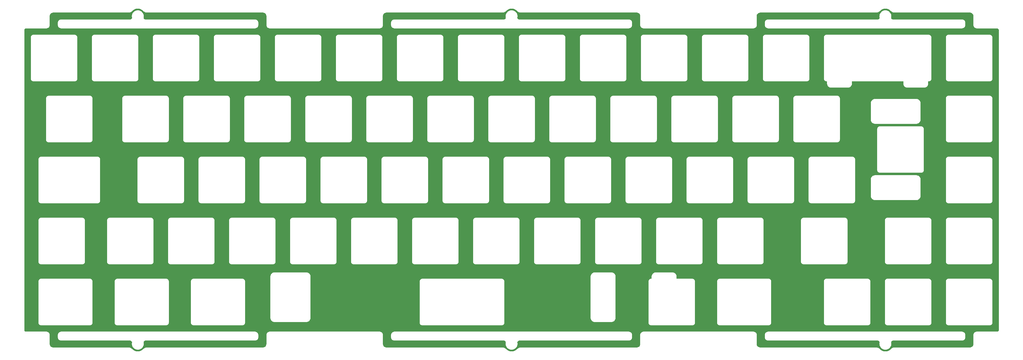
<source format=gbr>
%TF.GenerationSoftware,Altium Limited,Altium Designer,21.6.4 (81)*%
G04 Layer_Physical_Order=2*
G04 Layer_Color=16711680*
%FSLAX45Y45*%
%MOMM*%
%TF.SameCoordinates,04F12F75-4F8B-4F25-9211-7CF3C9368DE0*%
%TF.FilePolarity,Positive*%
%TF.FileFunction,Copper,L2,Bot,Signal*%
%TF.Part,Single*%
G01*
G75*
G36*
X26961038Y13032489D02*
X27007556Y13017751D01*
X27050110Y12993872D01*
X27088928Y12960104D01*
X27088928Y12960103D01*
X27088931Y12960103D01*
X27108960Y12942680D01*
X27111264Y12941364D01*
X27113281Y12939638D01*
X27136429Y12926646D01*
X27138953Y12925824D01*
X27141281Y12924544D01*
X27166586Y12916525D01*
X27169226Y12916232D01*
X27171765Y12915453D01*
X27198169Y12912743D01*
X27199500Y12912868D01*
X27200812Y12912607D01*
X29556046D01*
X29580630Y12909837D01*
X29602597Y12902150D01*
X29622305Y12889767D01*
X29638763Y12873308D01*
X29651147Y12853601D01*
X29658832Y12831631D01*
X29661603Y12807048D01*
Y12523503D01*
X29661890Y12522064D01*
X29661765Y12520603D01*
X29663708Y12503359D01*
X29664594Y12500586D01*
X29664999Y12497704D01*
X29670731Y12481324D01*
X29672211Y12478817D01*
X29673248Y12476099D01*
X29682480Y12461405D01*
X29684479Y12459291D01*
X29686096Y12456871D01*
X29698367Y12444600D01*
X29700787Y12442983D01*
X29702902Y12440984D01*
X29717596Y12431751D01*
X29720316Y12430713D01*
X29722821Y12429235D01*
X29739200Y12423503D01*
X29742084Y12423096D01*
X29744855Y12422212D01*
X29762100Y12420270D01*
X29763562Y12420393D01*
X29764999Y12420107D01*
X30401044D01*
X30413947Y12418653D01*
X30424817Y12414849D01*
X30434573Y12408720D01*
X30442719Y12400575D01*
X30448846Y12390822D01*
X30452652Y12379949D01*
X30454105Y12367049D01*
Y2999956D01*
X30452652Y2987057D01*
X30448846Y2976184D01*
X30442719Y2966431D01*
X30434570Y2958285D01*
X30424820Y2952157D01*
X30413947Y2948353D01*
X30401044Y2946899D01*
X29764999D01*
X29763562Y2946613D01*
X29762100Y2946736D01*
X29744855Y2944793D01*
X29742084Y2943910D01*
X29739200Y2943503D01*
X29722821Y2937771D01*
X29720316Y2936293D01*
X29717596Y2935255D01*
X29702902Y2926022D01*
X29700787Y2924023D01*
X29698367Y2922406D01*
X29686096Y2910135D01*
X29684479Y2907716D01*
X29682480Y2905601D01*
X29673248Y2890907D01*
X29672208Y2888187D01*
X29670731Y2885680D01*
X29665002Y2869299D01*
X29664594Y2866420D01*
X29663712Y2863650D01*
X29661765Y2846405D01*
X29661890Y2844942D01*
X29661603Y2843503D01*
Y2559958D01*
X29658832Y2535374D01*
X29651147Y2513404D01*
X29638763Y2493697D01*
X29622308Y2477239D01*
X29602597Y2464856D01*
X29580630Y2457169D01*
X29556046Y2454399D01*
X27200815Y2454399D01*
X27199503Y2454138D01*
X27198172Y2454264D01*
X27171765Y2451553D01*
X27169226Y2450772D01*
X27166586Y2450479D01*
X27141281Y2442462D01*
X27138956Y2441181D01*
X27136429Y2440359D01*
X27113281Y2427369D01*
X27111264Y2425642D01*
X27108957Y2424323D01*
X27088931Y2406901D01*
X27088931Y2406901D01*
X27050110Y2373133D01*
X27007556Y2349254D01*
X26961041Y2334517D01*
X26912500Y2329535D01*
X26863962Y2334517D01*
X26817444Y2349255D01*
X26774890Y2373133D01*
X26736072Y2406901D01*
X26716043Y2424323D01*
X26713739Y2425642D01*
X26711719Y2427369D01*
X26688568Y2440359D01*
X26686044Y2441182D01*
X26683719Y2442462D01*
X26658414Y2450479D01*
X26655774Y2450772D01*
X26653235Y2451553D01*
X26626831Y2454264D01*
X26625500Y2454138D01*
X26624188Y2454399D01*
X23001456Y2454399D01*
X22976872Y2457169D01*
X22954903Y2464856D01*
X22935194Y2477239D01*
X22918736Y2493697D01*
X22906354Y2513405D01*
X22898665Y2535374D01*
X22895895Y2559957D01*
Y2843502D01*
X22895610Y2844940D01*
X22895734Y2846401D01*
X22893790Y2863646D01*
X22892908Y2866418D01*
X22892500Y2869301D01*
X22886768Y2885682D01*
X22885291Y2888187D01*
X22884253Y2890904D01*
X22875021Y2905598D01*
X22873021Y2907715D01*
X22871404Y2910136D01*
X22859129Y2922407D01*
X22856712Y2924022D01*
X22854597Y2926021D01*
X22839905Y2935254D01*
X22837186Y2936292D01*
X22834680Y2937770D01*
X22818300Y2943502D01*
X22815419Y2943909D01*
X22812646Y2944793D01*
X22795401Y2946736D01*
X22793939Y2946613D01*
X22792500Y2946899D01*
X19360001Y2946898D01*
X19358562Y2946612D01*
X19357100Y2946735D01*
X19339854Y2944792D01*
X19337082Y2943909D01*
X19334201Y2943502D01*
X19317821Y2937770D01*
X19315315Y2936292D01*
X19312598Y2935254D01*
X19297902Y2926021D01*
X19295787Y2924022D01*
X19293367Y2922405D01*
X19281096Y2910134D01*
X19279478Y2907713D01*
X19277480Y2905598D01*
X19268248Y2890904D01*
X19267210Y2888187D01*
X19265733Y2885681D01*
X19260001Y2869301D01*
X19259595Y2866420D01*
X19258711Y2863649D01*
X19256766Y2846404D01*
X19256889Y2844941D01*
X19256602Y2843502D01*
Y2559957D01*
X19253833Y2535373D01*
X19246147Y2513403D01*
X19233765Y2493696D01*
X19217307Y2477238D01*
X19197598Y2464855D01*
X19175629Y2457168D01*
X19151047Y2454398D01*
X15528314Y2454398D01*
X15527002Y2454137D01*
X15525670Y2454263D01*
X15499265Y2451552D01*
X15496727Y2450771D01*
X15494087Y2450478D01*
X15468782Y2442461D01*
X15466455Y2441181D01*
X15463930Y2440358D01*
X15440782Y2427368D01*
X15438763Y2425641D01*
X15436459Y2424323D01*
X15416431Y2406901D01*
X15377609Y2373132D01*
X15335056Y2349253D01*
X15288541Y2334516D01*
X15239999Y2329534D01*
X15191460Y2334516D01*
X15144945Y2349253D01*
X15102391Y2373132D01*
X15063571Y2406901D01*
D01*
X15063571Y2406901D01*
X15043542Y2424323D01*
X15041237Y2425641D01*
X15039220Y2427368D01*
X15016071Y2440358D01*
X15013547Y2441181D01*
X15011218Y2442461D01*
X14985915Y2450478D01*
X14983275Y2450771D01*
X14980736Y2451552D01*
X14954330Y2454263D01*
X14952998Y2454137D01*
X14951688Y2454398D01*
X11328955Y2454398D01*
X11304371Y2457168D01*
X11282402Y2464855D01*
X11262695Y2477237D01*
X11246237Y2493696D01*
X11233854Y2513403D01*
X11226167Y2535373D01*
X11223397Y2559956D01*
Y2843501D01*
X11223111Y2844940D01*
X11223234Y2846402D01*
X11221290Y2863647D01*
X11220407Y2866419D01*
X11220000Y2869299D01*
X11214269Y2885680D01*
X11212790Y2888187D01*
X11211753Y2890905D01*
X11202519Y2905599D01*
X11200520Y2907714D01*
X11198904Y2910133D01*
X11186633Y2922404D01*
X11184213Y2924021D01*
X11182099Y2926020D01*
X11167405Y2935253D01*
X11164686Y2936291D01*
X11162179Y2937770D01*
X11145799Y2943501D01*
X11142917Y2943908D01*
X11140145Y2944792D01*
X11122900Y2946735D01*
X11121439Y2946612D01*
X11120000Y2946898D01*
X7687500Y2946897D01*
X7686062Y2946611D01*
X7684601Y2946734D01*
X7667356Y2944791D01*
X7664583Y2943907D01*
X7661701Y2943501D01*
X7645322Y2937769D01*
X7642816Y2936291D01*
X7640096Y2935253D01*
X7625402Y2926020D01*
X7623288Y2924021D01*
X7620869Y2922404D01*
X7608597Y2910133D01*
X7606981Y2907714D01*
X7604981Y2905598D01*
X7595748Y2890904D01*
X7594711Y2888186D01*
X7593232Y2885680D01*
X7587500Y2869299D01*
X7587094Y2866418D01*
X7586210Y2863646D01*
X7584267Y2846400D01*
X7584390Y2844939D01*
X7584104Y2843501D01*
Y2559956D01*
X7581334Y2535372D01*
X7573647Y2513404D01*
X7561264Y2493695D01*
X7544805Y2477237D01*
X7525099Y2464854D01*
X7503129Y2457167D01*
X7478546Y2454397D01*
X3855814Y2454397D01*
X3854502Y2454136D01*
X3853170Y2454262D01*
X3826764Y2451551D01*
X3824226Y2450770D01*
X3821586Y2450477D01*
X3796282Y2442460D01*
X3793956Y2441180D01*
X3791431Y2440357D01*
X3768282Y2427367D01*
X3766263Y2425640D01*
X3763958Y2424321D01*
X3743931Y2406900D01*
X3743931D01*
X3705110Y2373131D01*
X3662557Y2349252D01*
X3616041Y2334515D01*
X3567501Y2329533D01*
X3518961Y2334515D01*
X3472445Y2349252D01*
X3429892Y2373131D01*
X3391071Y2406900D01*
D01*
X3391070Y2406900D01*
X3371042Y2424322D01*
X3368737Y2425640D01*
X3366719Y2427367D01*
X3343571Y2440357D01*
X3341046Y2441179D01*
X3338719Y2442460D01*
X3313415Y2450477D01*
X3310775Y2450770D01*
X3308237Y2451551D01*
X3281830Y2454262D01*
X3280499Y2454136D01*
X3279186Y2454397D01*
X923955Y2454397D01*
X899372Y2457167D01*
X877402Y2464854D01*
X857696Y2477236D01*
X841237Y2493695D01*
X828854Y2513402D01*
X821167Y2535372D01*
X818397Y2559955D01*
Y2843500D01*
X818111Y2844939D01*
X818234Y2846401D01*
X816291Y2863646D01*
X815407Y2866418D01*
X815000Y2869298D01*
X809269Y2885679D01*
X807791Y2888185D01*
X806753Y2890904D01*
X797520Y2905598D01*
X795521Y2907713D01*
X793904Y2910132D01*
X781633Y2922403D01*
X779213Y2924020D01*
X777099Y2926019D01*
X762403Y2935252D01*
X759685Y2936290D01*
X757179Y2937768D01*
X740799Y2943500D01*
X737918Y2943907D01*
X735145Y2944791D01*
X717900Y2946734D01*
X716439Y2946611D01*
X715000Y2946897D01*
X78956D01*
X66054Y2948350D01*
X55181Y2952154D01*
X45429Y2958283D01*
X37283Y2966428D01*
X31155Y2976182D01*
X27350Y2987054D01*
X25897Y2999954D01*
X25896Y12367047D01*
X27349Y12379946D01*
X31154Y12390819D01*
X37282Y12400572D01*
X45427Y12408717D01*
X55181Y12414846D01*
X66053Y12418651D01*
X78953Y12420104D01*
X714999D01*
X716438Y12420390D01*
X717900Y12420266D01*
X735145Y12422210D01*
X737917Y12423094D01*
X740798Y12423500D01*
X757178Y12429232D01*
X759684Y12430710D01*
X762402Y12431748D01*
X777098Y12440981D01*
X779212Y12442980D01*
X781632Y12444597D01*
X793903Y12456868D01*
X795519Y12459287D01*
X797518Y12461402D01*
X806752Y12476096D01*
X807790Y12478815D01*
X809268Y12481322D01*
X815000Y12497702D01*
X815406Y12500583D01*
X816290Y12503355D01*
X818233Y12520600D01*
X818110Y12522062D01*
X818396Y12523500D01*
Y12807045D01*
X821166Y12831628D01*
X828853Y12853600D01*
X841236Y12873305D01*
X857694Y12889764D01*
X877401Y12902145D01*
X899371Y12909834D01*
X923954Y12912604D01*
X3279185D01*
X3280498Y12912865D01*
X3281830Y12912740D01*
X3308236Y12915450D01*
X3310774Y12916231D01*
X3313414Y12916524D01*
X3338718Y12924541D01*
X3341044Y12925821D01*
X3343569Y12926643D01*
X3366717Y12939635D01*
X3368736Y12941360D01*
X3371041Y12942679D01*
X3391069Y12960101D01*
D01*
X3429891Y12993871D01*
X3472443Y13017747D01*
X3518960Y13032486D01*
X3567500Y13037468D01*
X3616040Y13032487D01*
X3662556Y13017749D01*
X3705109Y12993871D01*
X3743930Y12960101D01*
X3763957Y12942680D01*
X3766262Y12941360D01*
X3768280Y12939635D01*
X3791430Y12926643D01*
X3793954Y12925822D01*
X3796281Y12924541D01*
X3821585Y12916524D01*
X3824225Y12916231D01*
X3826764Y12915450D01*
X3853169Y12912740D01*
X3854501Y12912866D01*
X3855813Y12912605D01*
X7478545D01*
X7503128Y12909834D01*
X7525098Y12902147D01*
X7544804Y12889764D01*
X7561263Y12873306D01*
X7573646Y12853600D01*
X7581333Y12831630D01*
X7584103Y12807047D01*
Y12523500D01*
X7584389Y12522062D01*
X7584266Y12520601D01*
X7586209Y12503356D01*
X7587093Y12500584D01*
X7587499Y12497703D01*
X7593231Y12481322D01*
X7594710Y12478816D01*
X7595747Y12476097D01*
X7604980Y12461403D01*
X7606979Y12459289D01*
X7608596Y12456868D01*
X7620868Y12444598D01*
X7623287Y12442982D01*
X7625401Y12440982D01*
X7640095Y12431749D01*
X7642814Y12430711D01*
X7645320Y12429233D01*
X7661700Y12423501D01*
X7664582Y12423094D01*
X7667355Y12422210D01*
X7684601Y12420268D01*
X7686061Y12420391D01*
X7687499Y12420105D01*
X11120000D01*
X11121439Y12420391D01*
X11122901Y12420268D01*
X11140145Y12422211D01*
X11142917Y12423095D01*
X11145797Y12423501D01*
X11162178Y12429232D01*
X11164685Y12430711D01*
X11167404Y12431749D01*
X11182098Y12440982D01*
X11184212Y12442981D01*
X11186632Y12444598D01*
X11198903Y12456869D01*
X11200519Y12459288D01*
X11202518Y12461403D01*
X11211752Y12476097D01*
X11212789Y12478815D01*
X11214268Y12481321D01*
X11220000Y12497702D01*
X11220407Y12500585D01*
X11221290Y12503357D01*
X11223233Y12520603D01*
X11223110Y12522063D01*
X11223396Y12523501D01*
Y12807047D01*
X11226166Y12831630D01*
X11233853Y12853600D01*
X11246235Y12873306D01*
X11262695Y12889764D01*
X11282402Y12902148D01*
X11304371Y12909834D01*
X11328954Y12912605D01*
X14951686D01*
X14952998Y12912866D01*
X14954330Y12912740D01*
X14980736Y12915451D01*
X14983273Y12916232D01*
X14985913Y12916525D01*
X15011218Y12924542D01*
X15013544Y12925822D01*
X15016071Y12926645D01*
X15039218Y12939635D01*
X15041235Y12941360D01*
X15043542Y12942680D01*
X15063570Y12960101D01*
D01*
X15102390Y12993871D01*
X15144943Y13017751D01*
X15191460Y13032487D01*
X15239999Y13037469D01*
X15288541Y13032487D01*
X15335056Y13017751D01*
X15377609Y12993871D01*
X15416429Y12960101D01*
X15416429D01*
X15416429Y12960101D01*
X15436458Y12942680D01*
X15438762Y12941362D01*
X15440781Y12939636D01*
X15463930Y12926646D01*
X15466454Y12925822D01*
X15468781Y12924542D01*
X15494086Y12916525D01*
X15496725Y12916232D01*
X15499265Y12915451D01*
X15525670Y12912741D01*
X15527000Y12912868D01*
X15528313Y12912605D01*
X19151047D01*
X19175629Y12909836D01*
X19197598Y12902148D01*
X19217303Y12889766D01*
X19233762Y12873306D01*
X19246146Y12853600D01*
X19253833Y12831630D01*
X19256602Y12807047D01*
Y12523501D01*
X19256889Y12522063D01*
X19256766Y12520602D01*
X19258708Y12503358D01*
X19259592Y12500585D01*
X19259999Y12497703D01*
X19265730Y12481323D01*
X19267210Y12478816D01*
X19268246Y12476098D01*
X19277481Y12461404D01*
X19279480Y12459290D01*
X19281096Y12456870D01*
X19293367Y12444599D01*
X19295787Y12442982D01*
X19297902Y12440983D01*
X19312598Y12431750D01*
X19315315Y12430712D01*
X19317821Y12429234D01*
X19334200Y12423502D01*
X19337082Y12423095D01*
X19339856Y12422211D01*
X19357101Y12420269D01*
X19358562Y12420392D01*
X19360001Y12420106D01*
X22792499D01*
X22793938Y12420392D01*
X22795399Y12420269D01*
X22812645Y12422212D01*
X22815417Y12423096D01*
X22818297Y12423502D01*
X22834679Y12429233D01*
X22837186Y12430712D01*
X22839905Y12431751D01*
X22854597Y12440984D01*
X22856712Y12442982D01*
X22859132Y12444599D01*
X22871404Y12456870D01*
X22873019Y12459289D01*
X22875018Y12461404D01*
X22884251Y12476098D01*
X22885289Y12478816D01*
X22886768Y12481323D01*
X22892500Y12497703D01*
X22892908Y12500586D01*
X22893790Y12503358D01*
X22895734Y12520604D01*
X22895610Y12522064D01*
X22895895Y12523503D01*
Y12807047D01*
X22898666Y12831631D01*
X22906354Y12853600D01*
X22918736Y12873308D01*
X22935194Y12889766D01*
X22954901Y12902148D01*
X22976871Y12909836D01*
X23001453Y12912605D01*
X26624188D01*
X26625500Y12912868D01*
X26626831Y12912741D01*
X26653238Y12915453D01*
X26655774Y12916232D01*
X26658414Y12916525D01*
X26683719Y12924544D01*
X26686044Y12925824D01*
X26688568Y12926646D01*
X26711719Y12939636D01*
X26713736Y12941362D01*
X26716043Y12942682D01*
X26736069Y12960104D01*
X26736069Y12960104D01*
X26774890Y12993872D01*
X26817444Y13017751D01*
X26863959Y13032487D01*
X26912500Y13037469D01*
X26961038Y13032489D01*
D02*
G37*
%LPC*%
G36*
X26929150Y12983533D02*
X26895850D01*
X26893195Y12983005D01*
X26890491Y12982971D01*
X26857913Y12976079D01*
X26855426Y12975014D01*
X26852786Y12974422D01*
X26822339Y12960934D01*
X26820126Y12959377D01*
X26817664Y12958250D01*
X26790671Y12938756D01*
X26788831Y12936774D01*
X26786655Y12935162D01*
X26764282Y12910503D01*
X26762888Y12908182D01*
X26761096Y12906155D01*
X26744308Y12877399D01*
X26743427Y12874840D01*
X26742090Y12872485D01*
X26731622Y12840877D01*
X26731287Y12838193D01*
X26730469Y12835614D01*
X26726767Y12802522D01*
X26726996Y12799826D01*
X26726727Y12797132D01*
X26729950Y12764066D01*
X26731232Y12749965D01*
X26729745Y12738690D01*
X26725821Y12728016D01*
X26719647Y12718469D01*
X26711523Y12710507D01*
X26701849Y12704526D01*
X26691101Y12700816D01*
X26678363Y12699399D01*
X23252899D01*
X23251460Y12699113D01*
X23250000Y12699236D01*
X23232755Y12697294D01*
X23229980Y12696410D01*
X23227100Y12696003D01*
X23210719Y12690271D01*
X23208215Y12688793D01*
X23205498Y12687756D01*
X23190800Y12678524D01*
X23188686Y12676524D01*
X23186266Y12674906D01*
X23173994Y12662634D01*
X23172379Y12660215D01*
X23170380Y12658101D01*
X23161147Y12643407D01*
X23160107Y12640687D01*
X23158629Y12638179D01*
X23152899Y12621799D01*
X23152492Y12618920D01*
X23151608Y12616150D01*
X23149664Y12598904D01*
X23149788Y12597442D01*
X23149501Y12596002D01*
Y12523503D01*
X23149788Y12522063D01*
X23149664Y12520601D01*
X23151608Y12503355D01*
X23152492Y12500585D01*
X23152898Y12497706D01*
X23158629Y12481325D01*
X23160107Y12478817D01*
X23161147Y12476097D01*
X23170380Y12461403D01*
X23172379Y12459289D01*
X23173994Y12456869D01*
X23186266Y12444598D01*
X23188686Y12442981D01*
X23190800Y12440982D01*
X23205496Y12431749D01*
X23208214Y12430711D01*
X23210721Y12429232D01*
X23227101Y12423501D01*
X23229980Y12423095D01*
X23232753Y12422211D01*
X23249998Y12420267D01*
X23251460Y12420390D01*
X23252899Y12420104D01*
X29304599Y12420105D01*
X29306039Y12420391D01*
X29307498Y12420268D01*
X29324744Y12422211D01*
X29327518Y12423095D01*
X29330399Y12423502D01*
X29346780Y12429234D01*
X29349286Y12430712D01*
X29352002Y12431750D01*
X29366699Y12440983D01*
X29368814Y12442982D01*
X29371234Y12444599D01*
X29383505Y12456870D01*
X29385120Y12459290D01*
X29387119Y12461404D01*
X29396353Y12476098D01*
X29397391Y12478818D01*
X29398871Y12481326D01*
X29404602Y12497707D01*
X29405008Y12500586D01*
X29405890Y12503356D01*
X29407834Y12520601D01*
X29407712Y12522063D01*
X29407999Y12523503D01*
Y12596003D01*
X29407712Y12597443D01*
X29407834Y12598905D01*
X29405890Y12616150D01*
X29405008Y12618919D01*
X29404602Y12621799D01*
X29398871Y12638180D01*
X29397391Y12640688D01*
X29396353Y12643408D01*
X29387119Y12658102D01*
X29385120Y12660216D01*
X29383505Y12662636D01*
X29371234Y12674907D01*
X29368814Y12676524D01*
X29366699Y12678523D01*
X29352002Y12687756D01*
X29349286Y12688794D01*
X29346780Y12690272D01*
X29330399Y12696004D01*
X29327518Y12696411D01*
X29324744Y12697295D01*
X29307498Y12699237D01*
X29306039Y12699114D01*
X29304599Y12699400D01*
X27146637D01*
X27133899Y12700817D01*
X27123148Y12704527D01*
X27113477Y12710507D01*
X27105353Y12718468D01*
X27099179Y12728018D01*
X27095255Y12738690D01*
X27093768Y12749966D01*
X27095056Y12764109D01*
X27098273Y12797133D01*
X27098004Y12799827D01*
X27098233Y12802524D01*
X27094531Y12835616D01*
X27093713Y12838193D01*
X27093378Y12840878D01*
X27082910Y12872485D01*
X27081573Y12874841D01*
X27080692Y12877399D01*
X27063904Y12906157D01*
X27062112Y12908183D01*
X27060718Y12910504D01*
X27038345Y12935164D01*
X27036169Y12936774D01*
X27034326Y12938756D01*
X27007333Y12958250D01*
X27004871Y12959377D01*
X27002658Y12960934D01*
X26972217Y12974422D01*
X26969574Y12975014D01*
X26967087Y12976079D01*
X26934509Y12982971D01*
X26931802Y12983005D01*
X26929150Y12983533D01*
D02*
G37*
G36*
X15256647Y12983531D02*
X15223351Y12983530D01*
X15220695Y12983002D01*
X15217992Y12982970D01*
X15185414Y12976077D01*
X15182925Y12975012D01*
X15180286Y12974419D01*
X15149841Y12960934D01*
X15147627Y12959377D01*
X15145168Y12958250D01*
X15118173Y12938754D01*
X15116330Y12936774D01*
X15114156Y12935162D01*
X15091782Y12910503D01*
X15090388Y12908182D01*
X15088596Y12906155D01*
X15071809Y12877397D01*
X15070927Y12874840D01*
X15069591Y12872485D01*
X15059122Y12840875D01*
X15058788Y12838190D01*
X15057968Y12835612D01*
X15054266Y12802521D01*
X15054495Y12799825D01*
X15054228Y12797131D01*
X15057449Y12764065D01*
X15058731Y12749964D01*
X15057245Y12738690D01*
X15053320Y12728015D01*
X15047147Y12718467D01*
X15039023Y12710506D01*
X15029350Y12704525D01*
X15018600Y12700815D01*
X15005862Y12699398D01*
X11580399D01*
X11578961Y12699112D01*
X11577501Y12699235D01*
X11560255Y12697293D01*
X11557482Y12696409D01*
X11554600Y12696002D01*
X11538220Y12690270D01*
X11535714Y12688792D01*
X11532996Y12687754D01*
X11518302Y12678522D01*
X11516187Y12676523D01*
X11513767Y12674906D01*
X11501495Y12662634D01*
X11499878Y12660213D01*
X11497879Y12658099D01*
X11488646Y12643404D01*
X11487609Y12640687D01*
X11486131Y12638181D01*
X11480399Y12621801D01*
X11479992Y12618919D01*
X11479108Y12616145D01*
X11477165Y12598900D01*
X11477288Y12597439D01*
X11477002Y12596001D01*
Y12523501D01*
X11477288Y12522063D01*
X11477165Y12520603D01*
X11479108Y12503357D01*
X11479992Y12500584D01*
X11480398Y12497702D01*
X11486131Y12481321D01*
X11487609Y12478815D01*
X11488646Y12476097D01*
X11497879Y12461403D01*
X11499878Y12459288D01*
X11501496Y12456867D01*
X11513768Y12444596D01*
X11516187Y12442980D01*
X11518301Y12440981D01*
X11532995Y12431748D01*
X11535714Y12430710D01*
X11538221Y12429231D01*
X11554601Y12423500D01*
X11557481Y12423094D01*
X11560253Y12422210D01*
X11577499Y12420266D01*
X11578961Y12420389D01*
X11580399Y12420103D01*
X18899599Y12420104D01*
X18901038Y12420390D01*
X18902498Y12420267D01*
X18919743Y12422210D01*
X18922517Y12423094D01*
X18925398Y12423501D01*
X18941779Y12429233D01*
X18944286Y12430711D01*
X18947003Y12431749D01*
X18961697Y12440982D01*
X18963812Y12442981D01*
X18966232Y12444598D01*
X18978503Y12456869D01*
X18980121Y12459289D01*
X18982120Y12461403D01*
X18991353Y12476097D01*
X18992390Y12478815D01*
X18993869Y12481322D01*
X18999602Y12497703D01*
X19000008Y12500586D01*
X19000893Y12503358D01*
X19002835Y12520603D01*
X19002711Y12522063D01*
X19002998Y12523501D01*
Y12596002D01*
X19002711Y12597440D01*
X19002835Y12598901D01*
X19000893Y12616146D01*
X19000008Y12618918D01*
X18999602Y12621801D01*
X18993869Y12638182D01*
X18992390Y12640689D01*
X18991353Y12643407D01*
X18982120Y12658101D01*
X18980121Y12660215D01*
X18978503Y12662635D01*
X18966232Y12674906D01*
X18963812Y12676523D01*
X18961697Y12678522D01*
X18947003Y12687755D01*
X18944286Y12688793D01*
X18941779Y12690271D01*
X18925398Y12696003D01*
X18922517Y12696410D01*
X18919743Y12697294D01*
X18902498Y12699236D01*
X18901038Y12699113D01*
X18899599Y12699399D01*
X15474136D01*
X15461398Y12700816D01*
X15450648Y12704526D01*
X15440976Y12710506D01*
X15432854Y12718467D01*
X15426678Y12728017D01*
X15422754Y12738689D01*
X15421269Y12749966D01*
X15422552Y12764088D01*
X15425771Y12797132D01*
X15425504Y12799826D01*
X15425732Y12802522D01*
X15422031Y12835612D01*
X15421211Y12838191D01*
X15420879Y12840877D01*
X15410410Y12872485D01*
X15409073Y12874840D01*
X15408191Y12877399D01*
X15391406Y12906155D01*
X15389610Y12908182D01*
X15388219Y12910504D01*
X15365843Y12935162D01*
X15363667Y12936774D01*
X15361826Y12938754D01*
X15334831Y12958250D01*
X15332372Y12959377D01*
X15330159Y12960934D01*
X15299715Y12974420D01*
X15297073Y12975014D01*
X15294585Y12976077D01*
X15262009Y12982970D01*
X15259302Y12983003D01*
X15256647Y12983531D01*
D02*
G37*
G36*
X3584149Y12983530D02*
X3550850D01*
X3548196Y12983002D01*
X3545490Y12982968D01*
X3512913Y12976076D01*
X3510426Y12975011D01*
X3507785Y12974419D01*
X3477341Y12960933D01*
X3475127Y12959375D01*
X3472666Y12958249D01*
X3445672Y12938754D01*
X3443830Y12936772D01*
X3441655Y12935161D01*
X3419281Y12910501D01*
X3417888Y12908180D01*
X3416095Y12906154D01*
X3399308Y12877396D01*
X3398426Y12874838D01*
X3397090Y12872484D01*
X3386620Y12840875D01*
X3386287Y12838190D01*
X3385467Y12835611D01*
X3381766Y12802521D01*
X3381996Y12799824D01*
X3381727Y12797130D01*
X3384949Y12764064D01*
X3386230Y12749963D01*
X3384745Y12738688D01*
X3380820Y12728014D01*
X3374647Y12718467D01*
X3366523Y12710505D01*
X3356850Y12704523D01*
X3346100Y12700814D01*
X3333363Y12699397D01*
X1175400D01*
X1173962Y12699111D01*
X1172501Y12699234D01*
X1155255Y12697292D01*
X1152482Y12696408D01*
X1149600Y12696001D01*
X1133219Y12690269D01*
X1130713Y12688790D01*
X1127996Y12687753D01*
X1113301Y12678521D01*
X1111186Y12676522D01*
X1108766Y12674904D01*
X1096494Y12662632D01*
X1094878Y12660213D01*
X1092880Y12658099D01*
X1083646Y12643404D01*
X1082609Y12640686D01*
X1081130Y12638179D01*
X1075398Y12621799D01*
X1074992Y12618919D01*
X1074108Y12616146D01*
X1072164Y12598901D01*
X1072288Y12597439D01*
X1072002Y12596000D01*
Y12523500D01*
X1072288Y12522062D01*
X1072164Y12520600D01*
X1074108Y12503354D01*
X1074992Y12500583D01*
X1075398Y12497702D01*
X1081129Y12481321D01*
X1082608Y12478814D01*
X1083646Y12476095D01*
X1092880Y12461401D01*
X1094879Y12459286D01*
X1096495Y12456867D01*
X1108766Y12444596D01*
X1111186Y12442979D01*
X1113300Y12440980D01*
X1127994Y12431747D01*
X1130713Y12430709D01*
X1133221Y12429230D01*
X1149602Y12423499D01*
X1152482Y12423092D01*
X1155254Y12422209D01*
X1172499Y12420265D01*
X1173961Y12420388D01*
X1175400Y12420102D01*
X7227100Y12420103D01*
X7228538Y12420389D01*
X7229999Y12420266D01*
X7247244Y12422209D01*
X7250016Y12423093D01*
X7252898Y12423499D01*
X7269280Y12429232D01*
X7271787Y12430710D01*
X7274504Y12431748D01*
X7289199Y12440981D01*
X7291313Y12442980D01*
X7293732Y12444597D01*
X7306004Y12456868D01*
X7307620Y12459288D01*
X7309619Y12461402D01*
X7318853Y12476096D01*
X7319890Y12478815D01*
X7321369Y12481322D01*
X7327101Y12497703D01*
X7327508Y12500584D01*
X7328391Y12503356D01*
X7330334Y12520601D01*
X7330211Y12522062D01*
X7330497Y12523500D01*
Y12596001D01*
X7330211Y12597439D01*
X7330334Y12598901D01*
X7328391Y12616145D01*
X7327508Y12618918D01*
X7327101Y12621799D01*
X7321369Y12638180D01*
X7319890Y12640687D01*
X7318853Y12643405D01*
X7309619Y12658100D01*
X7307620Y12660214D01*
X7306004Y12662634D01*
X7293732Y12674905D01*
X7291313Y12676521D01*
X7289199Y12678520D01*
X7274504Y12687754D01*
X7271787Y12688791D01*
X7269280Y12690270D01*
X7252899Y12696002D01*
X7250016Y12696409D01*
X7247244Y12697293D01*
X7229998Y12699235D01*
X7228538Y12699112D01*
X7227100Y12699398D01*
X3801636D01*
X3788899Y12700815D01*
X3778148Y12704525D01*
X3768477Y12710505D01*
X3760353Y12718466D01*
X3754178Y12728016D01*
X3750253Y12738688D01*
X3748769Y12749963D01*
X3750052Y12764084D01*
X3753271Y12797132D01*
X3753003Y12799825D01*
X3753232Y12802521D01*
X3749531Y12835612D01*
X3748712Y12838190D01*
X3748378Y12840875D01*
X3737909Y12872484D01*
X3736573Y12874838D01*
X3735691Y12877397D01*
X3718905Y12906155D01*
X3717111Y12908182D01*
X3715718Y12910503D01*
X3693344Y12935162D01*
X3691169Y12936774D01*
X3689327Y12938754D01*
X3662333Y12958249D01*
X3659872Y12959375D01*
X3657658Y12960933D01*
X3627213Y12974419D01*
X3624573Y12975011D01*
X3622085Y12976076D01*
X3589509Y12982968D01*
X3586803Y12983002D01*
X3584149Y12983530D01*
D02*
G37*
G36*
X30172498Y12219400D02*
X28882501D01*
X28881061Y12219114D01*
X28879602Y12219237D01*
X28867365Y12217859D01*
X28864590Y12216975D01*
X28861707Y12216568D01*
X28850082Y12212500D01*
X28847577Y12211022D01*
X28844858Y12209984D01*
X28834430Y12203432D01*
X28832315Y12201433D01*
X28829895Y12199816D01*
X28821188Y12191107D01*
X28819571Y12188688D01*
X28817572Y12186574D01*
X28811020Y12176146D01*
X28809982Y12173427D01*
X28808502Y12170920D01*
X28804434Y12159295D01*
X28804028Y12156412D01*
X28803143Y12153638D01*
X28801764Y12141399D01*
X28801889Y12139940D01*
X28801602Y12138503D01*
Y10848503D01*
X28801889Y10847065D01*
X28801764Y10845605D01*
X28803143Y10833367D01*
X28804028Y10830594D01*
X28804434Y10827710D01*
X28808502Y10816085D01*
X28809982Y10813578D01*
X28811020Y10810860D01*
X28817572Y10800431D01*
X28819571Y10798317D01*
X28821188Y10795897D01*
X28829898Y10787189D01*
X28832315Y10785573D01*
X28834430Y10783575D01*
X28844858Y10777022D01*
X28847577Y10775984D01*
X28850082Y10774505D01*
X28861707Y10770437D01*
X28864590Y10770030D01*
X28867365Y10769146D01*
X28879602Y10767768D01*
X28881061Y10767891D01*
X28882501Y10767605D01*
X30172498D01*
X30173938Y10767891D01*
X30175400Y10767768D01*
X30187640Y10769148D01*
X30190411Y10770031D01*
X30193289Y10770437D01*
X30204916Y10774504D01*
X30207422Y10775983D01*
X30210144Y10777022D01*
X30220572Y10783575D01*
X30222684Y10785573D01*
X30225104Y10787189D01*
X30233813Y10795897D01*
X30235428Y10798317D01*
X30237430Y10800432D01*
X30243982Y10810861D01*
X30245020Y10813581D01*
X30246500Y10816089D01*
X30250565Y10827713D01*
X30250970Y10830593D01*
X30251855Y10833363D01*
X30253235Y10845601D01*
X30253110Y10847063D01*
X30253397Y10848503D01*
Y12138503D01*
X30253110Y12139942D01*
X30253235Y12141404D01*
X30251855Y12153642D01*
X30250974Y12156412D01*
X30250565Y12159291D01*
X30246500Y12170916D01*
X30245020Y12173425D01*
X30243982Y12176146D01*
X30237427Y12186574D01*
X30235428Y12188688D01*
X30233813Y12191107D01*
X30225104Y12199816D01*
X30222684Y12201433D01*
X30220569Y12203432D01*
X30210141Y12209984D01*
X30207422Y12211022D01*
X30204916Y12212500D01*
X30193292Y12216568D01*
X30190411Y12216975D01*
X30187637Y12217859D01*
X30175400Y12219237D01*
X30173938Y12219114D01*
X30172498Y12219400D01*
D02*
G37*
G36*
X28267499D02*
X25072501D01*
X25071062Y12219114D01*
X25069598Y12219237D01*
X25057361Y12217857D01*
X25054588Y12216974D01*
X25051711Y12216568D01*
X25040085Y12212501D01*
X25037578Y12211022D01*
X25034857Y12209983D01*
X25024429Y12203430D01*
X25022314Y12201432D01*
X25019897Y12199816D01*
X25011188Y12191108D01*
X25009570Y12188688D01*
X25007571Y12186573D01*
X25001018Y12176144D01*
X24999982Y12173426D01*
X24998502Y12170920D01*
X24994434Y12159296D01*
X24994028Y12156412D01*
X24993143Y12153638D01*
X24991765Y12141399D01*
X24991888Y12139940D01*
X24991603Y12138503D01*
Y10848503D01*
X24991888Y10847065D01*
X24991765Y10845605D01*
X24993143Y10833367D01*
X24994028Y10830594D01*
X24994434Y10827710D01*
X24998502Y10816085D01*
X24999982Y10813578D01*
X25001019Y10810860D01*
X25007571Y10800431D01*
X25009570Y10798317D01*
X25011188Y10795898D01*
X25019896Y10787189D01*
X25022316Y10785572D01*
X25024431Y10783573D01*
X25034859Y10777021D01*
X25037576Y10775984D01*
X25040083Y10774505D01*
X25051707Y10770437D01*
X25054590Y10770030D01*
X25057362Y10769146D01*
X25069601Y10767768D01*
X25071062Y10767891D01*
X25072501Y10767605D01*
X25087920D01*
X25089696Y10767405D01*
X25089999Y10767299D01*
X25090269Y10767128D01*
X25090498Y10766900D01*
X25090669Y10766628D01*
X25090778Y10766319D01*
X25090977Y10764546D01*
Y10698502D01*
X25091264Y10697065D01*
X25091141Y10695604D01*
X25093771Y10672239D01*
X25094656Y10669466D01*
X25095062Y10666583D01*
X25102829Y10644391D01*
X25104308Y10641885D01*
X25105345Y10639167D01*
X25117854Y10619258D01*
X25119853Y10617144D01*
X25121471Y10614724D01*
X25138097Y10598098D01*
X25140515Y10596481D01*
X25142630Y10594482D01*
X25162540Y10581972D01*
X25165257Y10580934D01*
X25167764Y10579456D01*
X25189955Y10571691D01*
X25192838Y10571284D01*
X25195610Y10570401D01*
X25218974Y10567768D01*
X25220438Y10567891D01*
X25221875Y10567605D01*
X25736874D01*
X25738315Y10567891D01*
X25739774Y10567768D01*
X25763138Y10570401D01*
X25765912Y10571284D01*
X25768793Y10571691D01*
X25790985Y10579456D01*
X25793494Y10580935D01*
X25796213Y10581973D01*
X25816119Y10594483D01*
X25818234Y10596481D01*
X25820651Y10598097D01*
X25837280Y10614723D01*
X25838895Y10617142D01*
X25840897Y10619258D01*
X25853406Y10639167D01*
X25854443Y10641886D01*
X25855923Y10644393D01*
X25863687Y10666585D01*
X25864093Y10669465D01*
X25864975Y10672237D01*
X25867609Y10695602D01*
X25867487Y10697063D01*
X25867773Y10698502D01*
Y10764549D01*
X25867972Y10766323D01*
X25868076Y10766624D01*
X25868250Y10766900D01*
X25868481Y10767129D01*
X25868747Y10767298D01*
X25869052Y10767405D01*
X25870828Y10767605D01*
X27469171D01*
X27470947Y10767405D01*
X27471246Y10767300D01*
X27471521Y10767128D01*
X27471747Y10766900D01*
X27471918Y10766628D01*
X27472028Y10766319D01*
X27472229Y10764546D01*
Y10698502D01*
X27472513Y10697064D01*
X27472391Y10695604D01*
X27475021Y10672240D01*
X27475906Y10669468D01*
X27476312Y10666584D01*
X27484079Y10644391D01*
X27485556Y10641885D01*
X27486594Y10639167D01*
X27499103Y10619258D01*
X27501102Y10617144D01*
X27502719Y10614724D01*
X27519345Y10598098D01*
X27521765Y10596481D01*
X27523880Y10594482D01*
X27543790Y10581972D01*
X27546509Y10580934D01*
X27549014Y10579456D01*
X27571204Y10571691D01*
X27574088Y10571284D01*
X27576859Y10570401D01*
X27600226Y10567768D01*
X27601688Y10567891D01*
X27603125Y10567605D01*
X28118124D01*
X28119565Y10567891D01*
X28121024Y10567768D01*
X28144388Y10570401D01*
X28147162Y10571284D01*
X28150043Y10571691D01*
X28172235Y10579456D01*
X28174744Y10580935D01*
X28177463Y10581973D01*
X28197369Y10594483D01*
X28199484Y10596481D01*
X28201901Y10598097D01*
X28218530Y10614723D01*
X28220145Y10617142D01*
X28222147Y10619258D01*
X28234656Y10639167D01*
X28235693Y10641887D01*
X28237173Y10644393D01*
X28244937Y10666586D01*
X28245343Y10669467D01*
X28246225Y10672238D01*
X28248859Y10695602D01*
X28248737Y10697063D01*
X28249023Y10698502D01*
Y10764549D01*
X28249222Y10766323D01*
X28249326Y10766624D01*
X28249500Y10766900D01*
X28249731Y10767129D01*
X28250000Y10767299D01*
X28250302Y10767405D01*
X28252078Y10767605D01*
X28267499D01*
X28268939Y10767891D01*
X28270398Y10767768D01*
X28282635Y10769146D01*
X28285410Y10770030D01*
X28288293Y10770437D01*
X28299918Y10774505D01*
X28302423Y10775984D01*
X28305142Y10777022D01*
X28315570Y10783575D01*
X28317685Y10785573D01*
X28320102Y10787189D01*
X28328812Y10795897D01*
X28330429Y10798317D01*
X28332428Y10800431D01*
X28338980Y10810859D01*
X28340021Y10813580D01*
X28341498Y10816089D01*
X28345566Y10827714D01*
X28345972Y10830593D01*
X28346854Y10833363D01*
X28348233Y10845601D01*
X28348111Y10847063D01*
X28348398Y10848503D01*
Y12138503D01*
X28348111Y12139942D01*
X28348233Y12141404D01*
X28346854Y12153642D01*
X28345972Y12156412D01*
X28345566Y12159291D01*
X28341498Y12170916D01*
X28340021Y12173425D01*
X28338980Y12176146D01*
X28332428Y12186574D01*
X28330429Y12188688D01*
X28328812Y12191107D01*
X28320105Y12199816D01*
X28317685Y12201433D01*
X28315570Y12203432D01*
X28305142Y12209984D01*
X28302423Y12211022D01*
X28299918Y12212500D01*
X28288293Y12216568D01*
X28285410Y12216975D01*
X28282635Y12217859D01*
X28270398Y12219237D01*
X28268939Y12219114D01*
X28267499Y12219400D01*
D02*
G37*
G36*
X24457500D02*
X23167500D01*
X23166061Y12219114D01*
X23164600Y12219237D01*
X23152361Y12217857D01*
X23149590Y12216974D01*
X23146710Y12216568D01*
X23135085Y12212501D01*
X23132578Y12211022D01*
X23129857Y12209983D01*
X23119429Y12203430D01*
X23117316Y12201432D01*
X23114897Y12199816D01*
X23106187Y12191108D01*
X23104572Y12188688D01*
X23102571Y12186573D01*
X23096017Y12176144D01*
X23094981Y12173426D01*
X23093501Y12170920D01*
X23089433Y12159296D01*
X23089027Y12156412D01*
X23088142Y12153638D01*
X23086765Y12141399D01*
X23086890Y12139940D01*
X23086603Y12138503D01*
Y10848503D01*
X23086890Y10847065D01*
X23086765Y10845605D01*
X23088142Y10833367D01*
X23089027Y10830594D01*
X23089433Y10827710D01*
X23093501Y10816085D01*
X23094981Y10813578D01*
X23096019Y10810860D01*
X23102573Y10800431D01*
X23104572Y10798317D01*
X23106187Y10795898D01*
X23114896Y10787189D01*
X23117316Y10785572D01*
X23119431Y10783573D01*
X23129858Y10777021D01*
X23132578Y10775984D01*
X23135083Y10774505D01*
X23146709Y10770437D01*
X23149590Y10770030D01*
X23152364Y10769146D01*
X23164601Y10767768D01*
X23166061Y10767891D01*
X23167500Y10767605D01*
X24457500D01*
X24458939Y10767891D01*
X24460397Y10767768D01*
X24472636Y10769146D01*
X24475410Y10770030D01*
X24478291Y10770437D01*
X24489917Y10774505D01*
X24492424Y10775984D01*
X24495142Y10777021D01*
X24505569Y10783573D01*
X24507684Y10785572D01*
X24510104Y10787189D01*
X24518813Y10795898D01*
X24520428Y10798317D01*
X24522427Y10800431D01*
X24528981Y10810859D01*
X24530020Y10813580D01*
X24531499Y10816089D01*
X24535565Y10827714D01*
X24535973Y10830593D01*
X24536855Y10833363D01*
X24538234Y10845601D01*
X24538110Y10847063D01*
X24538397Y10848503D01*
Y12138503D01*
X24538110Y12139942D01*
X24538234Y12141404D01*
X24536855Y12153642D01*
X24535971Y12156413D01*
X24535565Y12159292D01*
X24531499Y12170916D01*
X24530020Y12173424D01*
X24528983Y12176144D01*
X24522429Y12186573D01*
X24520428Y12188688D01*
X24518813Y12191108D01*
X24510103Y12199816D01*
X24507684Y12201432D01*
X24505571Y12203430D01*
X24495143Y12209983D01*
X24492422Y12211022D01*
X24489915Y12212501D01*
X24478290Y12216568D01*
X24475410Y12216974D01*
X24472639Y12217857D01*
X24460400Y12219237D01*
X24458939Y12219114D01*
X24457500Y12219400D01*
D02*
G37*
G36*
X22552499D02*
X21262502D01*
X21261061Y12219114D01*
X21259599Y12219237D01*
X21247362Y12217857D01*
X21244589Y12216974D01*
X21241710Y12216568D01*
X21230086Y12212501D01*
X21227579Y12211022D01*
X21224857Y12209983D01*
X21214429Y12203430D01*
X21212315Y12201432D01*
X21209897Y12199816D01*
X21201189Y12191108D01*
X21199571Y12188688D01*
X21197571Y12186573D01*
X21191019Y12176144D01*
X21189981Y12173426D01*
X21188503Y12170920D01*
X21184435Y12159296D01*
X21184027Y12156412D01*
X21183144Y12153638D01*
X21181766Y12141399D01*
X21181889Y12139940D01*
X21181602Y12138503D01*
Y10848503D01*
X21181889Y10847065D01*
X21181766Y10845605D01*
X21183144Y10833367D01*
X21184027Y10830594D01*
X21184435Y10827710D01*
X21188503Y10816085D01*
X21189981Y10813578D01*
X21191019Y10810860D01*
X21197572Y10800431D01*
X21199571Y10798317D01*
X21201187Y10795898D01*
X21209895Y10787189D01*
X21212315Y10785572D01*
X21214432Y10783573D01*
X21224860Y10777021D01*
X21227577Y10775984D01*
X21230083Y10774505D01*
X21241708Y10770437D01*
X21244591Y10770030D01*
X21247363Y10769146D01*
X21259601Y10767768D01*
X21261063Y10767891D01*
X21262502Y10767605D01*
X22552499D01*
X22553938Y10767891D01*
X22555399Y10767768D01*
X22567638Y10769146D01*
X22570410Y10770030D01*
X22573293Y10770437D01*
X22584917Y10774505D01*
X22587424Y10775984D01*
X22590141Y10777021D01*
X22600569Y10783573D01*
X22602684Y10785572D01*
X22605104Y10787189D01*
X22613812Y10795898D01*
X22615430Y10798317D01*
X22617429Y10800431D01*
X22623981Y10810859D01*
X22625020Y10813580D01*
X22626498Y10816089D01*
X22630565Y10827714D01*
X22630972Y10830593D01*
X22631854Y10833363D01*
X22633234Y10845601D01*
X22633112Y10847063D01*
X22633397Y10848503D01*
Y12138503D01*
X22633112Y12139942D01*
X22633234Y12141404D01*
X22631854Y12153642D01*
X22630971Y12156413D01*
X22630565Y12159292D01*
X22626498Y12170916D01*
X22625020Y12173424D01*
X22623982Y12176144D01*
X22617429Y12186573D01*
X22615430Y12188688D01*
X22613812Y12191108D01*
X22605103Y12199816D01*
X22602684Y12201432D01*
X22600571Y12203430D01*
X22590143Y12209983D01*
X22587424Y12211022D01*
X22584915Y12212501D01*
X22573289Y12216568D01*
X22570412Y12216974D01*
X22567639Y12217857D01*
X22555402Y12219237D01*
X22553938Y12219114D01*
X22552499Y12219400D01*
D02*
G37*
G36*
X20647499Y12219399D02*
X19357501D01*
X19356062Y12219113D01*
X19354602Y12219236D01*
X19342363Y12217858D01*
X19339590Y12216974D01*
X19336708Y12216567D01*
X19325082Y12212499D01*
X19322575Y12211021D01*
X19319859Y12209983D01*
X19309431Y12203431D01*
X19307317Y12201432D01*
X19304897Y12199815D01*
X19296187Y12191106D01*
X19294571Y12188687D01*
X19292572Y12186573D01*
X19286018Y12176145D01*
X19284981Y12173426D01*
X19283502Y12170919D01*
X19279434Y12159294D01*
X19279027Y12156411D01*
X19278143Y12153637D01*
X19276765Y12141398D01*
X19276889Y12139939D01*
X19276604Y12138502D01*
Y10848502D01*
X19276889Y10847064D01*
X19276765Y10845604D01*
X19278143Y10833366D01*
X19279027Y10830592D01*
X19279434Y10827708D01*
X19283502Y10816084D01*
X19284979Y10813578D01*
X19286018Y10810860D01*
X19292570Y10800431D01*
X19294571Y10798316D01*
X19296188Y10795896D01*
X19304897Y10787188D01*
X19307317Y10785572D01*
X19309428Y10783574D01*
X19319856Y10777021D01*
X19322577Y10775982D01*
X19325085Y10774503D01*
X19336710Y10770436D01*
X19339589Y10770030D01*
X19342361Y10769147D01*
X19354599Y10767767D01*
X19356061Y10767890D01*
X19357501Y10767604D01*
X20647499D01*
X20648940Y10767890D01*
X20650401Y10767767D01*
X20662639Y10769147D01*
X20665411Y10770030D01*
X20668291Y10770436D01*
X20679915Y10774503D01*
X20682422Y10775982D01*
X20685143Y10777021D01*
X20695570Y10783574D01*
X20697685Y10785572D01*
X20700104Y10787188D01*
X20708812Y10795896D01*
X20710429Y10798316D01*
X20712428Y10800431D01*
X20718982Y10810860D01*
X20720020Y10813580D01*
X20721500Y10816088D01*
X20725565Y10827712D01*
X20725970Y10830591D01*
X20726854Y10833362D01*
X20728233Y10845600D01*
X20728111Y10847062D01*
X20728397Y10848502D01*
Y12138502D01*
X20728111Y12139941D01*
X20728233Y12141403D01*
X20726854Y12153641D01*
X20725972Y12156411D01*
X20725565Y12159290D01*
X20721500Y12170915D01*
X20720020Y12173424D01*
X20718980Y12176145D01*
X20712428Y12186573D01*
X20710429Y12188687D01*
X20708813Y12191106D01*
X20700104Y12199815D01*
X20697684Y12201432D01*
X20695569Y12203431D01*
X20685141Y12209983D01*
X20682423Y12211021D01*
X20679916Y12212499D01*
X20668292Y12216567D01*
X20665410Y12216974D01*
X20662637Y12217858D01*
X20650398Y12219236D01*
X20648938Y12219113D01*
X20647499Y12219399D01*
D02*
G37*
G36*
X18742499D02*
X17452501D01*
X17451062Y12219113D01*
X17449602Y12219236D01*
X17437363Y12217858D01*
X17434590Y12216974D01*
X17431708Y12216567D01*
X17420084Y12212499D01*
X17417577Y12211021D01*
X17414859Y12209983D01*
X17404431Y12203431D01*
X17402316Y12201432D01*
X17399896Y12199815D01*
X17391187Y12191106D01*
X17389571Y12188687D01*
X17387572Y12186573D01*
X17381020Y12176145D01*
X17379980Y12173426D01*
X17378502Y12170919D01*
X17374434Y12159294D01*
X17374026Y12156411D01*
X17373143Y12153637D01*
X17371765Y12141398D01*
X17371889Y12139939D01*
X17371603Y12138502D01*
Y10848502D01*
X17371889Y10847064D01*
X17371765Y10845604D01*
X17373143Y10833366D01*
X17374026Y10830593D01*
X17374434Y10827709D01*
X17378502Y10816084D01*
X17379980Y10813577D01*
X17381020Y10810858D01*
X17387572Y10800430D01*
X17389571Y10798316D01*
X17391188Y10795896D01*
X17399896Y10787188D01*
X17402316Y10785572D01*
X17404430Y10783574D01*
X17414857Y10777021D01*
X17417577Y10775983D01*
X17420084Y10774504D01*
X17431708Y10770436D01*
X17434590Y10770029D01*
X17437363Y10769145D01*
X17449602Y10767767D01*
X17451062Y10767890D01*
X17452501Y10767604D01*
X18742499D01*
X18743939Y10767890D01*
X18745401Y10767767D01*
X18757639Y10769147D01*
X18760411Y10770030D01*
X18763290Y10770436D01*
X18774915Y10774503D01*
X18777422Y10775982D01*
X18780144Y10777021D01*
X18790572Y10783574D01*
X18792685Y10785572D01*
X18795103Y10787188D01*
X18803812Y10795896D01*
X18805429Y10798316D01*
X18807430Y10800431D01*
X18813982Y10810860D01*
X18815021Y10813580D01*
X18816499Y10816088D01*
X18820564Y10827712D01*
X18820972Y10830591D01*
X18821854Y10833362D01*
X18823235Y10845600D01*
X18823111Y10847062D01*
X18823396Y10848502D01*
Y12138502D01*
X18823111Y12139941D01*
X18823235Y12141403D01*
X18821854Y12153641D01*
X18820972Y12156411D01*
X18820564Y12159290D01*
X18816499Y12170915D01*
X18815021Y12173424D01*
X18813982Y12176145D01*
X18807428Y12186573D01*
X18805429Y12188687D01*
X18803813Y12191106D01*
X18795103Y12199815D01*
X18792683Y12201432D01*
X18790569Y12203431D01*
X18780141Y12209983D01*
X18777423Y12211021D01*
X18774918Y12212499D01*
X18763292Y12216567D01*
X18760410Y12216974D01*
X18757637Y12217858D01*
X18745399Y12219236D01*
X18743938Y12219113D01*
X18742499Y12219399D01*
D02*
G37*
G36*
X16837498D02*
X15547501D01*
X15546062Y12219113D01*
X15544601Y12219236D01*
X15532362Y12217858D01*
X15529588Y12216974D01*
X15526707Y12216567D01*
X15515082Y12212499D01*
X15512575Y12211021D01*
X15509859Y12209983D01*
X15499429Y12203431D01*
X15497314Y12201431D01*
X15494894Y12199814D01*
X15486186Y12191105D01*
X15484570Y12188686D01*
X15482571Y12186573D01*
X15476019Y12176145D01*
X15474982Y12173426D01*
X15473502Y12170919D01*
X15469434Y12159294D01*
X15469028Y12156412D01*
X15468143Y12153639D01*
X15466765Y12141401D01*
X15466888Y12139940D01*
X15466602Y12138502D01*
Y10848502D01*
X15466888Y10847063D01*
X15466765Y10845603D01*
X15468143Y10833364D01*
X15469028Y10830591D01*
X15469434Y10827709D01*
X15473502Y10816084D01*
X15474982Y10813577D01*
X15476019Y10810858D01*
X15482571Y10800430D01*
X15484570Y10798316D01*
X15486188Y10795897D01*
X15494894Y10787189D01*
X15497314Y10785573D01*
X15499428Y10783574D01*
X15509856Y10777021D01*
X15512575Y10775983D01*
X15515082Y10774504D01*
X15526707Y10770436D01*
X15529588Y10770029D01*
X15532362Y10769145D01*
X15544600Y10767767D01*
X15546062Y10767890D01*
X15547501Y10767604D01*
X16837498D01*
X16838937Y10767890D01*
X16840398Y10767767D01*
X16852637Y10769145D01*
X16855409Y10770029D01*
X16858292Y10770436D01*
X16869917Y10774504D01*
X16872424Y10775983D01*
X16875143Y10777021D01*
X16885571Y10783574D01*
X16887685Y10785572D01*
X16890103Y10787188D01*
X16898811Y10795896D01*
X16900429Y10798317D01*
X16902429Y10800432D01*
X16908981Y10810860D01*
X16910019Y10813578D01*
X16911497Y10816084D01*
X16915565Y10827709D01*
X16915971Y10830591D01*
X16916856Y10833364D01*
X16918234Y10845602D01*
X16918111Y10847063D01*
X16918398Y10848502D01*
Y12138502D01*
X16918111Y12139940D01*
X16918234Y12141400D01*
X16916856Y12153639D01*
X16915971Y12156412D01*
X16915565Y12159294D01*
X16911497Y12170919D01*
X16910019Y12173426D01*
X16908981Y12176143D01*
X16902429Y12186572D01*
X16900430Y12188686D01*
X16898813Y12191106D01*
X16890105Y12199815D01*
X16887685Y12201432D01*
X16885568Y12203431D01*
X16875140Y12209983D01*
X16872423Y12211021D01*
X16869917Y12212499D01*
X16858292Y12216567D01*
X16855409Y12216974D01*
X16852637Y12217858D01*
X16840399Y12219236D01*
X16838937Y12219113D01*
X16837498Y12219399D01*
D02*
G37*
G36*
X14932500D02*
X13642500D01*
X13641060Y12219113D01*
X13639598Y12219236D01*
X13627361Y12217856D01*
X13624588Y12216973D01*
X13621709Y12216567D01*
X13610085Y12212500D01*
X13607578Y12211021D01*
X13604855Y12209982D01*
X13594427Y12203429D01*
X13592314Y12201431D01*
X13589896Y12199814D01*
X13581187Y12191106D01*
X13579570Y12188686D01*
X13577571Y12186572D01*
X13571017Y12176143D01*
X13569981Y12173425D01*
X13568501Y12170919D01*
X13564433Y12159295D01*
X13564027Y12156412D01*
X13563142Y12153639D01*
X13561765Y12141401D01*
X13561888Y12139940D01*
X13561601Y12138502D01*
Y10848502D01*
X13561888Y10847063D01*
X13561765Y10845603D01*
X13563142Y10833364D01*
X13564027Y10830591D01*
X13564433Y10827709D01*
X13568501Y10816084D01*
X13569981Y10813577D01*
X13571019Y10810858D01*
X13577573Y10800430D01*
X13579570Y10798316D01*
X13581186Y10795898D01*
X13589894Y10787189D01*
X13592316Y10785572D01*
X13594431Y10783572D01*
X13604858Y10777020D01*
X13607576Y10775983D01*
X13610081Y10774504D01*
X13621707Y10770436D01*
X13624590Y10770029D01*
X13627362Y10769145D01*
X13639600Y10767767D01*
X13641061Y10767890D01*
X13642500Y10767604D01*
X14932500D01*
X14933939Y10767890D01*
X14935397Y10767767D01*
X14947636Y10769145D01*
X14950410Y10770029D01*
X14953291Y10770436D01*
X14964917Y10774504D01*
X14967424Y10775983D01*
X14970142Y10777020D01*
X14980569Y10783572D01*
X14982684Y10785571D01*
X14985104Y10787188D01*
X14993813Y10795897D01*
X14995430Y10798317D01*
X14997429Y10800432D01*
X15003981Y10810860D01*
X15005019Y10813578D01*
X15006497Y10816084D01*
X15010565Y10827709D01*
X15010973Y10830591D01*
X15011856Y10833364D01*
X15013234Y10845602D01*
X15013110Y10847063D01*
X15013397Y10848502D01*
Y12138502D01*
X15013110Y12139940D01*
X15013234Y12141400D01*
X15011856Y12153639D01*
X15010973Y12156413D01*
X15010565Y12159295D01*
X15006497Y12170919D01*
X15005019Y12173424D01*
X15003983Y12176141D01*
X14997430Y12186570D01*
X14995428Y12188686D01*
X14993813Y12191107D01*
X14985103Y12199815D01*
X14982684Y12201431D01*
X14980571Y12203429D01*
X14970143Y12209982D01*
X14967422Y12211021D01*
X14964915Y12212500D01*
X14953290Y12216567D01*
X14950410Y12216973D01*
X14947639Y12217856D01*
X14935400Y12219236D01*
X14933939Y12219113D01*
X14932500Y12219399D01*
D02*
G37*
G36*
X13027499D02*
X11737500D01*
X11736060Y12219113D01*
X11734598Y12219236D01*
X11722360Y12217856D01*
X11719588Y12216973D01*
X11716709Y12216567D01*
X11705084Y12212500D01*
X11702577Y12211021D01*
X11699856Y12209982D01*
X11689428Y12203429D01*
X11687314Y12201431D01*
X11684895Y12199814D01*
X11676187Y12191106D01*
X11674570Y12188686D01*
X11672571Y12186572D01*
X11666018Y12176143D01*
X11664981Y12173425D01*
X11663502Y12170919D01*
X11659434Y12159295D01*
X11659027Y12156412D01*
X11658143Y12153639D01*
X11656765Y12141401D01*
X11656888Y12139940D01*
X11656602Y12138502D01*
Y10848502D01*
X11656888Y10847063D01*
X11656765Y10845603D01*
X11658143Y10833364D01*
X11659027Y10830591D01*
X11659434Y10827709D01*
X11663502Y10816084D01*
X11664981Y10813577D01*
X11666019Y10810858D01*
X11672572Y10800430D01*
X11674570Y10798316D01*
X11676186Y10795898D01*
X11684894Y10787189D01*
X11687315Y10785572D01*
X11689430Y10783572D01*
X11699858Y10777020D01*
X11702576Y10775983D01*
X11705082Y10774504D01*
X11716707Y10770436D01*
X11719589Y10770029D01*
X11722362Y10769145D01*
X11734600Y10767767D01*
X11736061Y10767890D01*
X11737500Y10767604D01*
X13027499D01*
X13028938Y10767890D01*
X13030399Y10767767D01*
X13042638Y10769145D01*
X13045410Y10770029D01*
X13048293Y10770436D01*
X13059917Y10774504D01*
X13062424Y10775983D01*
X13065141Y10777020D01*
X13075569Y10783572D01*
X13077684Y10785571D01*
X13080104Y10787188D01*
X13088812Y10795897D01*
X13090430Y10798317D01*
X13092429Y10800432D01*
X13098981Y10810860D01*
X13100018Y10813578D01*
X13101497Y10816084D01*
X13105565Y10827709D01*
X13105972Y10830591D01*
X13106856Y10833364D01*
X13108234Y10845602D01*
X13108112Y10847063D01*
X13108397Y10848502D01*
Y12138502D01*
X13108112Y12139940D01*
X13108234Y12141400D01*
X13106856Y12153639D01*
X13105972Y12156413D01*
X13105565Y12159295D01*
X13101497Y12170919D01*
X13100018Y12173424D01*
X13098982Y12176141D01*
X13092430Y12186570D01*
X13090430Y12188686D01*
X13088812Y12191107D01*
X13080103Y12199815D01*
X13077684Y12201431D01*
X13075571Y12203429D01*
X13065143Y12209982D01*
X13062424Y12211021D01*
X13059915Y12212500D01*
X13048289Y12216567D01*
X13045412Y12216973D01*
X13042639Y12217856D01*
X13030402Y12219236D01*
X13028938Y12219113D01*
X13027499Y12219399D01*
D02*
G37*
G36*
X11122499D02*
X9832500D01*
X9831060Y12219113D01*
X9829598Y12219236D01*
X9817360Y12217856D01*
X9814588Y12216973D01*
X9811708Y12216566D01*
X9800084Y12212499D01*
X9797578Y12211021D01*
X9794858Y12209983D01*
X9784429Y12203430D01*
X9782315Y12201431D01*
X9779895Y12199814D01*
X9771187Y12191106D01*
X9769570Y12188686D01*
X9767571Y12186572D01*
X9761018Y12176143D01*
X9759980Y12173423D01*
X9758502Y12170917D01*
X9754435Y12159293D01*
X9754028Y12156413D01*
X9753145Y12153641D01*
X9751765Y12141403D01*
X9751888Y12139941D01*
X9751602Y12138502D01*
Y10848502D01*
X9751888Y10847062D01*
X9751765Y10845600D01*
X9753145Y10833362D01*
X9754028Y10830590D01*
X9754434Y10827711D01*
X9758501Y10816086D01*
X9759980Y10813579D01*
X9761019Y10810858D01*
X9767572Y10800430D01*
X9769570Y10798316D01*
X9771186Y10795898D01*
X9779894Y10787189D01*
X9782315Y10785571D01*
X9784431Y10783571D01*
X9794860Y10777019D01*
X9797577Y10775982D01*
X9800082Y10774504D01*
X9811706Y10770436D01*
X9814589Y10770029D01*
X9817362Y10769145D01*
X9829600Y10767767D01*
X9831061Y10767890D01*
X9832500Y10767604D01*
X11122499D01*
X11123938Y10767890D01*
X11125398Y10767767D01*
X11137637Y10769145D01*
X11140410Y10770029D01*
X11143292Y10770436D01*
X11154917Y10774504D01*
X11157424Y10775983D01*
X11160141Y10777020D01*
X11170569Y10783572D01*
X11172684Y10785571D01*
X11175104Y10787188D01*
X11183813Y10795897D01*
X11185430Y10798317D01*
X11187429Y10800432D01*
X11193981Y10810860D01*
X11195019Y10813578D01*
X11196497Y10816084D01*
X11200565Y10827709D01*
X11200972Y10830591D01*
X11201856Y10833364D01*
X11203234Y10845602D01*
X11203111Y10847063D01*
X11203397Y10848502D01*
Y12138502D01*
X11203111Y12139940D01*
X11203234Y12141400D01*
X11201856Y12153639D01*
X11200972Y12156413D01*
X11200565Y12159295D01*
X11196497Y12170919D01*
X11195019Y12173424D01*
X11193982Y12176141D01*
X11187430Y12186570D01*
X11185429Y12188686D01*
X11183812Y12191107D01*
X11175103Y12199815D01*
X11172684Y12201431D01*
X11170571Y12203429D01*
X11160143Y12209982D01*
X11157423Y12211021D01*
X11154915Y12212500D01*
X11143290Y12216567D01*
X11140411Y12216973D01*
X11137639Y12217856D01*
X11125401Y12219236D01*
X11123939Y12219113D01*
X11122499Y12219399D01*
D02*
G37*
G36*
X9217499Y12219398D02*
X7927500D01*
X7926061Y12219112D01*
X7924601Y12219235D01*
X7912362Y12217857D01*
X7909588Y12216973D01*
X7906707Y12216566D01*
X7895082Y12212498D01*
X7892576Y12211020D01*
X7889859Y12209982D01*
X7879430Y12203430D01*
X7877315Y12201431D01*
X7874895Y12199814D01*
X7866186Y12191104D01*
X7864569Y12188685D01*
X7862571Y12186571D01*
X7856018Y12176143D01*
X7854980Y12173424D01*
X7853502Y12170917D01*
X7849434Y12159292D01*
X7849027Y12156412D01*
X7848144Y12153639D01*
X7846765Y12141401D01*
X7846888Y12139939D01*
X7846602Y12138500D01*
Y10848501D01*
X7846888Y10847062D01*
X7846765Y10845600D01*
X7848144Y10833362D01*
X7849028Y10830589D01*
X7849434Y10827708D01*
X7853502Y10816084D01*
X7854980Y10813579D01*
X7856018Y10810860D01*
X7862570Y10800431D01*
X7864570Y10798316D01*
X7866187Y10795896D01*
X7874896Y10787187D01*
X7877314Y10785572D01*
X7879428Y10783573D01*
X7889857Y10777019D01*
X7892577Y10775981D01*
X7895084Y10774502D01*
X7906708Y10770435D01*
X7909589Y10770029D01*
X7912360Y10769146D01*
X7924598Y10767766D01*
X7926060Y10767889D01*
X7927500Y10767603D01*
X9217499D01*
X9218939Y10767889D01*
X9220401Y10767766D01*
X9232639Y10769146D01*
X9235411Y10770029D01*
X9238290Y10770435D01*
X9249915Y10774502D01*
X9252422Y10775981D01*
X9255143Y10777020D01*
X9265571Y10783573D01*
X9267685Y10785571D01*
X9270103Y10787187D01*
X9278812Y10795895D01*
X9280430Y10798316D01*
X9282430Y10800432D01*
X9288982Y10810861D01*
X9290019Y10813578D01*
X9291497Y10816083D01*
X9295565Y10827707D01*
X9295972Y10830590D01*
X9296856Y10833363D01*
X9298234Y10845601D01*
X9298111Y10847062D01*
X9298397Y10848501D01*
Y12138500D01*
X9298111Y12139939D01*
X9298234Y12141399D01*
X9296856Y12153638D01*
X9295972Y12156411D01*
X9295565Y12159293D01*
X9291497Y12170918D01*
X9290019Y12173425D01*
X9288981Y12176142D01*
X9282429Y12186570D01*
X9280430Y12188685D01*
X9278813Y12191105D01*
X9270104Y12199814D01*
X9267684Y12201431D01*
X9265569Y12203430D01*
X9255141Y12209982D01*
X9252423Y12211020D01*
X9249917Y12212498D01*
X9238292Y12216566D01*
X9235410Y12216973D01*
X9232637Y12217857D01*
X9220399Y12219235D01*
X9218938Y12219112D01*
X9217499Y12219398D01*
D02*
G37*
G36*
X7312499D02*
X6022500D01*
X6021062Y12219112D01*
X6019601Y12219235D01*
X6007362Y12217857D01*
X6004590Y12216973D01*
X6001707Y12216566D01*
X5990082Y12212498D01*
X5987576Y12211020D01*
X5984858Y12209982D01*
X5974430Y12203430D01*
X5972315Y12201431D01*
X5969896Y12199814D01*
X5961186Y12191105D01*
X5959570Y12188686D01*
X5957572Y12186572D01*
X5951018Y12176144D01*
X5949980Y12173424D01*
X5948501Y12170916D01*
X5944434Y12159291D01*
X5944027Y12156411D01*
X5943144Y12153638D01*
X5941765Y12141400D01*
X5941888Y12139939D01*
X5941602Y12138500D01*
Y10848501D01*
X5941888Y10847062D01*
X5941765Y10845602D01*
X5943144Y10833363D01*
X5944027Y10830590D01*
X5944434Y10827710D01*
X5948501Y10816085D01*
X5949979Y10813578D01*
X5951018Y10810857D01*
X5957572Y10800429D01*
X5959571Y10798315D01*
X5961187Y10795895D01*
X5969897Y10787187D01*
X5972315Y10785571D01*
X5974428Y10783573D01*
X5984857Y10777020D01*
X5987575Y10775982D01*
X5990082Y10774503D01*
X6001707Y10770435D01*
X6004589Y10770028D01*
X6007362Y10769144D01*
X6019601Y10767766D01*
X6021062Y10767889D01*
X6022500Y10767603D01*
X7312499D01*
X7313939Y10767889D01*
X7315401Y10767766D01*
X7327639Y10769146D01*
X7330410Y10770029D01*
X7333291Y10770435D01*
X7344915Y10774502D01*
X7347422Y10775981D01*
X7350142Y10777019D01*
X7360570Y10783573D01*
X7362685Y10785571D01*
X7365103Y10787187D01*
X7373812Y10795896D01*
X7375429Y10798316D01*
X7377429Y10800431D01*
X7383981Y10810860D01*
X7385019Y10813579D01*
X7386497Y10816084D01*
X7390565Y10827708D01*
X7390971Y10830589D01*
X7391855Y10833362D01*
X7393234Y10845600D01*
X7393111Y10847062D01*
X7393397Y10848501D01*
Y12138500D01*
X7393111Y12139939D01*
X7393234Y12141401D01*
X7391855Y12153639D01*
X7390972Y12156412D01*
X7390565Y12159292D01*
X7386497Y12170917D01*
X7385019Y12173424D01*
X7383981Y12176143D01*
X7377428Y12186571D01*
X7375429Y12188685D01*
X7373813Y12191104D01*
X7365104Y12199814D01*
X7362685Y12201431D01*
X7360569Y12203431D01*
X7350140Y12209982D01*
X7347423Y12211020D01*
X7344917Y12212498D01*
X7333292Y12216566D01*
X7330411Y12216973D01*
X7327637Y12217857D01*
X7315399Y12219235D01*
X7313938Y12219112D01*
X7312499Y12219398D01*
D02*
G37*
G36*
X5407499D02*
X4117500D01*
X4116062Y12219112D01*
X4114601Y12219235D01*
X4102362Y12217857D01*
X4099590Y12216973D01*
X4096707Y12216566D01*
X4085082Y12212498D01*
X4082576Y12211020D01*
X4079858Y12209982D01*
X4069430Y12203430D01*
X4067315Y12201431D01*
X4064896Y12199814D01*
X4056186Y12191105D01*
X4054570Y12188686D01*
X4052572Y12186572D01*
X4046018Y12176144D01*
X4044980Y12173424D01*
X4043501Y12170916D01*
X4039434Y12159291D01*
X4039027Y12156411D01*
X4038144Y12153638D01*
X4036765Y12141400D01*
X4036888Y12139939D01*
X4036602Y12138500D01*
X4036603Y10848501D01*
X4036889Y10847062D01*
X4036765Y10845602D01*
X4038144Y10833363D01*
X4039028Y10830590D01*
X4039434Y10827710D01*
X4043501Y10816085D01*
X4044980Y10813578D01*
X4046018Y10810857D01*
X4052572Y10800429D01*
X4054571Y10798315D01*
X4056188Y10795895D01*
X4064897Y10787187D01*
X4067315Y10785571D01*
X4069429Y10783573D01*
X4079857Y10777020D01*
X4082576Y10775982D01*
X4085083Y10774503D01*
X4096708Y10770435D01*
X4099590Y10770028D01*
X4102362Y10769144D01*
X4114601Y10767766D01*
X4116062Y10767889D01*
X4117500Y10767603D01*
X5407499D01*
X5408937Y10767889D01*
X5410398Y10767766D01*
X5422637Y10769144D01*
X5425409Y10770028D01*
X5428292Y10770435D01*
X5439917Y10774503D01*
X5442424Y10775982D01*
X5445142Y10777020D01*
X5455570Y10783573D01*
X5457684Y10785571D01*
X5460102Y10787187D01*
X5468812Y10795895D01*
X5470429Y10798315D01*
X5472427Y10800429D01*
X5478981Y10810857D01*
X5480019Y10813577D01*
X5481498Y10816085D01*
X5485565Y10827710D01*
X5485972Y10830590D01*
X5486855Y10833363D01*
X5488234Y10845601D01*
X5488111Y10847062D01*
X5488397Y10848501D01*
Y12138500D01*
X5488111Y12139939D01*
X5488234Y12141399D01*
X5486855Y12153638D01*
X5485972Y12156411D01*
X5485565Y12159291D01*
X5481498Y12170916D01*
X5480020Y12173423D01*
X5478981Y12176144D01*
X5472427Y12186572D01*
X5470429Y12188686D01*
X5468813Y12191105D01*
X5460103Y12199814D01*
X5457684Y12201431D01*
X5455569Y12203430D01*
X5445141Y12209982D01*
X5442423Y12211020D01*
X5439917Y12212498D01*
X5428292Y12216566D01*
X5425410Y12216973D01*
X5422637Y12217857D01*
X5410398Y12219235D01*
X5408937Y12219112D01*
X5407499Y12219398D01*
D02*
G37*
G36*
X3502499D02*
X2212500D01*
X2211061Y12219112D01*
X2209599Y12219235D01*
X2197360Y12217855D01*
X2194589Y12216972D01*
X2191709Y12216566D01*
X2180084Y12212499D01*
X2177577Y12211020D01*
X2174857Y12209981D01*
X2164428Y12203428D01*
X2162315Y12201430D01*
X2159897Y12199814D01*
X2151187Y12191106D01*
X2149570Y12188686D01*
X2147571Y12186571D01*
X2141018Y12176142D01*
X2139979Y12173422D01*
X2138501Y12170916D01*
X2134434Y12159292D01*
X2134027Y12156411D01*
X2133144Y12153638D01*
X2131765Y12141400D01*
X2131888Y12139939D01*
X2131602Y12138500D01*
X2131603Y10848501D01*
X2131889Y10847062D01*
X2131765Y10845602D01*
X2133144Y10833363D01*
X2134028Y10830590D01*
X2134434Y10827710D01*
X2138501Y10816085D01*
X2139980Y10813578D01*
X2141018Y10810857D01*
X2147572Y10800429D01*
X2149570Y10798315D01*
X2151187Y10795896D01*
X2159896Y10787187D01*
X2162316Y10785570D01*
X2164431Y10783571D01*
X2174858Y10777019D01*
X2177576Y10775981D01*
X2180083Y10774503D01*
X2191708Y10770435D01*
X2194590Y10770028D01*
X2197362Y10769144D01*
X2209601Y10767766D01*
X2211062Y10767889D01*
X2212500Y10767603D01*
X3502499D01*
X3503937Y10767889D01*
X3505398Y10767766D01*
X3517637Y10769144D01*
X3520410Y10770028D01*
X3523292Y10770435D01*
X3534917Y10774503D01*
X3537423Y10775981D01*
X3540141Y10777019D01*
X3550569Y10783571D01*
X3552684Y10785570D01*
X3555104Y10787187D01*
X3563813Y10795896D01*
X3565429Y10798315D01*
X3567428Y10800429D01*
X3573981Y10810857D01*
X3575020Y10813577D01*
X3576498Y10816085D01*
X3580565Y10827710D01*
X3580972Y10830590D01*
X3581855Y10833363D01*
X3583234Y10845601D01*
X3583111Y10847062D01*
X3583397Y10848501D01*
X3583397Y12138500D01*
X3583111Y12139939D01*
X3583234Y12141399D01*
X3581855Y12153638D01*
X3580972Y12156411D01*
X3580565Y12159292D01*
X3576498Y12170916D01*
X3575020Y12173422D01*
X3573981Y12176142D01*
X3567428Y12186571D01*
X3565429Y12188686D01*
X3563812Y12191106D01*
X3555102Y12199814D01*
X3552684Y12201430D01*
X3550570Y12203428D01*
X3540142Y12209981D01*
X3537422Y12211020D01*
X3534915Y12212499D01*
X3523290Y12216566D01*
X3520410Y12216972D01*
X3517639Y12217855D01*
X3505400Y12219235D01*
X3503938Y12219112D01*
X3502499Y12219398D01*
D02*
G37*
G36*
X1597499D02*
X307500D01*
X306061Y12219112D01*
X304599Y12219235D01*
X292360Y12217855D01*
X289589Y12216972D01*
X286709Y12216566D01*
X275084Y12212499D01*
X272577Y12211020D01*
X269857Y12209981D01*
X259428Y12203428D01*
X257315Y12201430D01*
X254897Y12199814D01*
X246187Y12191106D01*
X244570Y12188686D01*
X242571Y12186571D01*
X236018Y12176142D01*
X234979Y12173422D01*
X233501Y12170916D01*
X229434Y12159292D01*
X229027Y12156411D01*
X228144Y12153638D01*
X226765Y12141400D01*
X226888Y12139939D01*
X226602Y12138500D01*
X226603Y10848501D01*
X226889Y10847062D01*
X226765Y10845602D01*
X228144Y10833363D01*
X229028Y10830590D01*
X229434Y10827710D01*
X233501Y10816085D01*
X234980Y10813578D01*
X236018Y10810857D01*
X242572Y10800429D01*
X244570Y10798315D01*
X246187Y10795896D01*
X254896Y10787187D01*
X257316Y10785570D01*
X259431Y10783571D01*
X269858Y10777019D01*
X272576Y10775981D01*
X275083Y10774503D01*
X286708Y10770435D01*
X289590Y10770028D01*
X292362Y10769144D01*
X304601Y10767766D01*
X306062Y10767889D01*
X307500Y10767603D01*
X1597499D01*
X1598937Y10767889D01*
X1600398Y10767766D01*
X1612637Y10769144D01*
X1615410Y10770028D01*
X1618292Y10770435D01*
X1629917Y10774503D01*
X1632423Y10775981D01*
X1635141Y10777019D01*
X1645569Y10783571D01*
X1647684Y10785570D01*
X1650104Y10787187D01*
X1658813Y10795896D01*
X1660429Y10798315D01*
X1662428Y10800429D01*
X1668981Y10810857D01*
X1670020Y10813577D01*
X1671498Y10816085D01*
X1675565Y10827710D01*
X1675972Y10830590D01*
X1676855Y10833363D01*
X1678234Y10845601D01*
X1678111Y10847062D01*
X1678397Y10848501D01*
X1678397Y12138500D01*
X1678111Y12139939D01*
X1678234Y12141399D01*
X1676855Y12153638D01*
X1675972Y12156411D01*
X1675565Y12159292D01*
X1671498Y12170916D01*
X1670020Y12173422D01*
X1668981Y12176142D01*
X1662428Y12186571D01*
X1660429Y12188686D01*
X1658812Y12191106D01*
X1650102Y12199814D01*
X1647684Y12201430D01*
X1645570Y12203428D01*
X1635142Y12209981D01*
X1632422Y12211020D01*
X1629915Y12212499D01*
X1618290Y12216566D01*
X1615410Y12216972D01*
X1612639Y12217855D01*
X1600400Y12219235D01*
X1598938Y12219112D01*
X1597499Y12219398D01*
D02*
G37*
G36*
X30172498Y10314400D02*
X28882501D01*
X28881061Y10314114D01*
X28879602Y10314237D01*
X28867365Y10312859D01*
X28864590Y10311975D01*
X28861707Y10311568D01*
X28850082Y10307500D01*
X28847577Y10306022D01*
X28844858Y10304984D01*
X28834430Y10298432D01*
X28832315Y10296433D01*
X28829895Y10294816D01*
X28821188Y10286107D01*
X28819571Y10283688D01*
X28817572Y10281574D01*
X28811020Y10271146D01*
X28809982Y10268427D01*
X28808502Y10265920D01*
X28804434Y10254295D01*
X28804028Y10251412D01*
X28803143Y10248638D01*
X28801764Y10236399D01*
X28801889Y10234940D01*
X28801602Y10233503D01*
Y8943503D01*
X28801889Y8942065D01*
X28801764Y8940605D01*
X28803143Y8928367D01*
X28804028Y8925594D01*
X28804434Y8922710D01*
X28808502Y8911085D01*
X28809982Y8908578D01*
X28811020Y8905860D01*
X28817572Y8895431D01*
X28819571Y8893317D01*
X28821188Y8890897D01*
X28829898Y8882189D01*
X28832315Y8880573D01*
X28834430Y8878575D01*
X28844858Y8872022D01*
X28847577Y8870984D01*
X28850082Y8869505D01*
X28861707Y8865437D01*
X28864590Y8865030D01*
X28867365Y8864146D01*
X28879602Y8862768D01*
X28881061Y8862891D01*
X28882501Y8862605D01*
X30172498D01*
X30173938Y8862891D01*
X30175400Y8862768D01*
X30187640Y8864148D01*
X30190411Y8865031D01*
X30193289Y8865437D01*
X30204916Y8869504D01*
X30207422Y8870983D01*
X30210144Y8872022D01*
X30220572Y8878575D01*
X30222684Y8880573D01*
X30225104Y8882189D01*
X30233813Y8890897D01*
X30235428Y8893317D01*
X30237430Y8895432D01*
X30243982Y8905861D01*
X30245020Y8908581D01*
X30246500Y8911089D01*
X30250565Y8922713D01*
X30250970Y8925593D01*
X30251855Y8928363D01*
X30253235Y8940601D01*
X30253110Y8942063D01*
X30253397Y8943503D01*
Y10233503D01*
X30253110Y10234942D01*
X30253235Y10236404D01*
X30251855Y10248642D01*
X30250974Y10251412D01*
X30250565Y10254291D01*
X30246500Y10265916D01*
X30245020Y10268425D01*
X30243982Y10271146D01*
X30237427Y10281574D01*
X30235428Y10283688D01*
X30233813Y10286107D01*
X30225104Y10294816D01*
X30222684Y10296433D01*
X30220569Y10298432D01*
X30210141Y10304984D01*
X30207422Y10306022D01*
X30204916Y10307500D01*
X30193292Y10311568D01*
X30190411Y10311975D01*
X30187637Y10312859D01*
X30175400Y10314237D01*
X30173938Y10314114D01*
X30172498Y10314400D01*
D02*
G37*
G36*
X25409999D02*
X24120001D01*
X24118562Y10314114D01*
X24117102Y10314237D01*
X24104863Y10312859D01*
X24102090Y10311975D01*
X24099208Y10311568D01*
X24087582Y10307500D01*
X24085075Y10306021D01*
X24082356Y10304983D01*
X24071928Y10298430D01*
X24069815Y10296432D01*
X24067397Y10294816D01*
X24058688Y10286108D01*
X24057071Y10283688D01*
X24055072Y10281574D01*
X24048518Y10271146D01*
X24047481Y10268427D01*
X24046002Y10265920D01*
X24041934Y10254295D01*
X24041527Y10251412D01*
X24040643Y10248638D01*
X24039265Y10236399D01*
X24039389Y10234940D01*
X24039104Y10233503D01*
Y8943503D01*
X24039389Y8942065D01*
X24039265Y8940605D01*
X24040643Y8928367D01*
X24041527Y8925594D01*
X24041934Y8922710D01*
X24046002Y8911085D01*
X24047481Y8908578D01*
X24048518Y8905860D01*
X24055072Y8895431D01*
X24057071Y8893317D01*
X24058687Y8890898D01*
X24067397Y8882189D01*
X24069817Y8880572D01*
X24071931Y8878573D01*
X24082359Y8872021D01*
X24085077Y8870984D01*
X24087582Y8869505D01*
X24099208Y8865437D01*
X24102090Y8865030D01*
X24104863Y8864146D01*
X24117101Y8862768D01*
X24118562Y8862891D01*
X24120001Y8862605D01*
X25409999D01*
X25411438Y8862891D01*
X25412898Y8862768D01*
X25425137Y8864146D01*
X25427910Y8865030D01*
X25430792Y8865437D01*
X25442416Y8869505D01*
X25444923Y8870984D01*
X25447641Y8872021D01*
X25458069Y8878573D01*
X25460184Y8880572D01*
X25462604Y8882189D01*
X25471313Y8890898D01*
X25472929Y8893317D01*
X25474928Y8895431D01*
X25481480Y8905859D01*
X25482520Y8908580D01*
X25484000Y8911089D01*
X25488065Y8922714D01*
X25488472Y8925593D01*
X25489354Y8928363D01*
X25490733Y8940601D01*
X25490611Y8942063D01*
X25490897Y8943503D01*
Y10233503D01*
X25490611Y10234942D01*
X25490733Y10236404D01*
X25489354Y10248642D01*
X25488472Y10251412D01*
X25488065Y10254291D01*
X25484000Y10265916D01*
X25482520Y10268425D01*
X25481480Y10271146D01*
X25474928Y10281574D01*
X25472929Y10283688D01*
X25471312Y10286108D01*
X25462604Y10294816D01*
X25460184Y10296432D01*
X25458070Y10298430D01*
X25447643Y10304983D01*
X25444923Y10306021D01*
X25442416Y10307500D01*
X25430792Y10311568D01*
X25427910Y10311975D01*
X25425137Y10312859D01*
X25412898Y10314237D01*
X25411438Y10314114D01*
X25409999Y10314400D01*
D02*
G37*
G36*
X23504999D02*
X22215001D01*
X22213560Y10314114D01*
X22212099Y10314237D01*
X22199861Y10312857D01*
X22197089Y10311974D01*
X22194209Y10311568D01*
X22182585Y10307501D01*
X22180078Y10306022D01*
X22177357Y10304983D01*
X22166930Y10298430D01*
X22164815Y10296432D01*
X22162396Y10294816D01*
X22153688Y10286108D01*
X22152071Y10283688D01*
X22150072Y10281573D01*
X22143518Y10271144D01*
X22142480Y10268426D01*
X22141002Y10265920D01*
X22136934Y10254296D01*
X22136526Y10251412D01*
X22135643Y10248638D01*
X22134265Y10236399D01*
X22134389Y10234940D01*
X22134103Y10233503D01*
Y8943503D01*
X22134389Y8942065D01*
X22134265Y8940605D01*
X22135643Y8928367D01*
X22136526Y8925594D01*
X22136934Y8922710D01*
X22141002Y8911085D01*
X22142480Y8908578D01*
X22143520Y8905860D01*
X22150072Y8895431D01*
X22152071Y8893317D01*
X22153687Y8890898D01*
X22162396Y8882189D01*
X22164816Y8880572D01*
X22166931Y8878573D01*
X22177359Y8872021D01*
X22180077Y8870984D01*
X22182584Y8869505D01*
X22194208Y8865437D01*
X22197090Y8865030D01*
X22199863Y8864146D01*
X22212102Y8862768D01*
X22213562Y8862891D01*
X22215001Y8862605D01*
X23504999D01*
X23506438Y8862891D01*
X23507898Y8862768D01*
X23520137Y8864146D01*
X23522910Y8865030D01*
X23525792Y8865437D01*
X23537418Y8869505D01*
X23539925Y8870984D01*
X23542641Y8872021D01*
X23553069Y8878573D01*
X23555183Y8880572D01*
X23557603Y8882189D01*
X23566313Y8890898D01*
X23567929Y8893317D01*
X23569928Y8895431D01*
X23576482Y8905859D01*
X23577521Y8908580D01*
X23578999Y8911089D01*
X23583064Y8922714D01*
X23583472Y8925593D01*
X23584354Y8928363D01*
X23585735Y8940601D01*
X23585611Y8942063D01*
X23585896Y8943503D01*
Y10233503D01*
X23585611Y10234942D01*
X23585735Y10236404D01*
X23584354Y10248642D01*
X23583472Y10251413D01*
X23583064Y10254292D01*
X23578999Y10265916D01*
X23577521Y10268424D01*
X23576482Y10271144D01*
X23569930Y10281573D01*
X23567929Y10283688D01*
X23566312Y10286108D01*
X23557603Y10294816D01*
X23555183Y10296432D01*
X23553072Y10298430D01*
X23542644Y10304983D01*
X23539923Y10306022D01*
X23537415Y10307501D01*
X23525790Y10311568D01*
X23522911Y10311974D01*
X23520139Y10312857D01*
X23507901Y10314237D01*
X23506439Y10314114D01*
X23504999Y10314400D01*
D02*
G37*
G36*
X21599998D02*
X20310001Y10314399D01*
X20308562Y10314113D01*
X20307101Y10314236D01*
X20294862Y10312858D01*
X20292090Y10311974D01*
X20289207Y10311567D01*
X20277583Y10307499D01*
X20275076Y10306021D01*
X20272359Y10304983D01*
X20261931Y10298431D01*
X20259816Y10296432D01*
X20257396Y10294815D01*
X20248688Y10286106D01*
X20247070Y10283687D01*
X20245071Y10281573D01*
X20238519Y10271145D01*
X20237482Y10268426D01*
X20236002Y10265919D01*
X20231934Y10254294D01*
X20231528Y10251411D01*
X20230643Y10248637D01*
X20229265Y10236398D01*
X20229388Y10234939D01*
X20229103Y10233502D01*
Y8943502D01*
X20229388Y8942064D01*
X20229265Y8940604D01*
X20230643Y8928366D01*
X20231528Y8925592D01*
X20231934Y8922708D01*
X20236002Y8911084D01*
X20237480Y8908578D01*
X20238518Y8905860D01*
X20245071Y8895431D01*
X20247070Y8893316D01*
X20248688Y8890896D01*
X20257397Y8882188D01*
X20259816Y8880572D01*
X20261929Y8878574D01*
X20272357Y8872021D01*
X20275076Y8870982D01*
X20277585Y8869503D01*
X20289211Y8865436D01*
X20292088Y8865030D01*
X20294861Y8864147D01*
X20307098Y8862767D01*
X20308562Y8862890D01*
X20310001Y8862604D01*
X21599998Y8862605D01*
X21601437Y8862891D01*
X21602898Y8862768D01*
X21615137Y8864146D01*
X21617909Y8865030D01*
X21620792Y8865437D01*
X21632417Y8869505D01*
X21634924Y8870984D01*
X21637640Y8872021D01*
X21648068Y8878573D01*
X21650185Y8880572D01*
X21652605Y8882189D01*
X21661313Y8890898D01*
X21662929Y8893317D01*
X21664928Y8895431D01*
X21671481Y8905859D01*
X21672520Y8908580D01*
X21673999Y8911089D01*
X21678065Y8922714D01*
X21678471Y8925593D01*
X21679353Y8928363D01*
X21680734Y8940601D01*
X21680611Y8942063D01*
X21680898Y8943503D01*
Y10233503D01*
X21680611Y10234942D01*
X21680734Y10236404D01*
X21679353Y10248642D01*
X21678471Y10251413D01*
X21678065Y10254292D01*
X21673999Y10265916D01*
X21672520Y10268424D01*
X21671481Y10271144D01*
X21664929Y10281573D01*
X21662929Y10283688D01*
X21661311Y10286108D01*
X21652603Y10294816D01*
X21650185Y10296432D01*
X21648071Y10298430D01*
X21637643Y10304983D01*
X21634923Y10306022D01*
X21632414Y10307501D01*
X21620790Y10311568D01*
X21617911Y10311974D01*
X21615138Y10312857D01*
X21602901Y10314237D01*
X21601439Y10314114D01*
X21599998Y10314400D01*
D02*
G37*
G36*
X19695000Y10314399D02*
X18405000D01*
X18403561Y10314113D01*
X18402103Y10314236D01*
X18389864Y10312858D01*
X18387090Y10311974D01*
X18384209Y10311567D01*
X18372583Y10307499D01*
X18370076Y10306021D01*
X18367358Y10304983D01*
X18356931Y10298431D01*
X18354816Y10296432D01*
X18352396Y10294815D01*
X18343687Y10286106D01*
X18342072Y10283687D01*
X18340073Y10281573D01*
X18333519Y10271145D01*
X18332481Y10268426D01*
X18331001Y10265919D01*
X18326933Y10254294D01*
X18326527Y10251411D01*
X18325642Y10248637D01*
X18324265Y10236398D01*
X18324390Y10234939D01*
X18324103Y10233502D01*
Y8943502D01*
X18324390Y8942064D01*
X18324265Y8940604D01*
X18325642Y8928366D01*
X18326527Y8925592D01*
X18326933Y8922708D01*
X18331001Y8911084D01*
X18332480Y8908578D01*
X18333517Y8905860D01*
X18340071Y8895431D01*
X18342072Y8893316D01*
X18343687Y8890896D01*
X18352397Y8882188D01*
X18354816Y8880572D01*
X18356929Y8878574D01*
X18367357Y8872021D01*
X18370078Y8870982D01*
X18372585Y8869503D01*
X18384210Y8865436D01*
X18387090Y8865030D01*
X18389861Y8864147D01*
X18402100Y8862767D01*
X18403561Y8862890D01*
X18405000Y8862604D01*
X19695000D01*
X19696439Y8862890D01*
X19697900Y8862767D01*
X19710139Y8864147D01*
X19712910Y8865030D01*
X19715790Y8865436D01*
X19727415Y8869503D01*
X19729922Y8870982D01*
X19732643Y8872021D01*
X19743071Y8878574D01*
X19745184Y8880572D01*
X19747603Y8882188D01*
X19756313Y8890896D01*
X19757928Y8893316D01*
X19759929Y8895431D01*
X19766483Y8905860D01*
X19767520Y8908580D01*
X19768999Y8911088D01*
X19773065Y8922712D01*
X19773471Y8925591D01*
X19774355Y8928362D01*
X19775734Y8940600D01*
X19775610Y8942062D01*
X19775897Y8943502D01*
Y10233502D01*
X19775610Y10234941D01*
X19775734Y10236403D01*
X19774355Y10248641D01*
X19773473Y10251411D01*
X19773065Y10254290D01*
X19768999Y10265915D01*
X19767520Y10268424D01*
X19766481Y10271145D01*
X19759927Y10281573D01*
X19757928Y10283687D01*
X19756313Y10286106D01*
X19747604Y10294815D01*
X19745184Y10296432D01*
X19743069Y10298431D01*
X19732642Y10304983D01*
X19729922Y10306021D01*
X19727417Y10307499D01*
X19715791Y10311567D01*
X19712910Y10311974D01*
X19710136Y10312858D01*
X19697899Y10314236D01*
X19696439Y10314113D01*
X19695000Y10314399D01*
D02*
G37*
G36*
X17789999D02*
X16500000D01*
X16498561Y10314113D01*
X16497101Y10314236D01*
X16484862Y10312858D01*
X16482088Y10311974D01*
X16479205Y10311567D01*
X16467583Y10307499D01*
X16465077Y10306021D01*
X16462360Y10304984D01*
X16451932Y10298432D01*
X16449815Y10296432D01*
X16447394Y10294814D01*
X16438686Y10286105D01*
X16437070Y10283686D01*
X16435072Y10281573D01*
X16428519Y10271145D01*
X16427480Y10268425D01*
X16426001Y10265917D01*
X16421935Y10254292D01*
X16421529Y10251413D01*
X16420645Y10248641D01*
X16419266Y10236403D01*
X16419388Y10234941D01*
X16419102Y10233502D01*
Y8943502D01*
X16419388Y8942062D01*
X16419266Y8940600D01*
X16420645Y8928362D01*
X16421529Y8925590D01*
X16421935Y8922711D01*
X16426001Y8911086D01*
X16427480Y8908579D01*
X16428519Y8905858D01*
X16435072Y8895430D01*
X16437071Y8893316D01*
X16438687Y8890897D01*
X16447395Y8882189D01*
X16449815Y8880572D01*
X16451929Y8878573D01*
X16462358Y8872020D01*
X16465076Y8870983D01*
X16467583Y8869504D01*
X16479205Y8865436D01*
X16482089Y8865029D01*
X16484862Y8864145D01*
X16497099Y8862767D01*
X16498561Y8862890D01*
X16500000Y8862604D01*
X17789999D01*
X17791438Y8862890D01*
X17792899Y8862767D01*
X17805138Y8864145D01*
X17807910Y8865029D01*
X17810793Y8865436D01*
X17822417Y8869504D01*
X17824924Y8870983D01*
X17827643Y8872021D01*
X17838071Y8878574D01*
X17840186Y8880572D01*
X17842603Y8882188D01*
X17851312Y8890896D01*
X17852930Y8893316D01*
X17854929Y8895430D01*
X17861481Y8905858D01*
X17862518Y8908577D01*
X17863998Y8911084D01*
X17868066Y8922709D01*
X17868472Y8925593D01*
X17869357Y8928366D01*
X17870735Y8940605D01*
X17870612Y8942064D01*
X17870897Y8943502D01*
Y10233502D01*
X17870612Y10234939D01*
X17870735Y10236399D01*
X17869357Y10248637D01*
X17868472Y10251411D01*
X17868066Y10254294D01*
X17863998Y10265919D01*
X17862518Y10268426D01*
X17861481Y10271145D01*
X17854929Y10281573D01*
X17852930Y10283687D01*
X17851312Y10286106D01*
X17842604Y10294815D01*
X17840184Y10296432D01*
X17838069Y10298431D01*
X17827641Y10304983D01*
X17824924Y10306021D01*
X17822417Y10307499D01*
X17810793Y10311567D01*
X17807910Y10311974D01*
X17805138Y10312858D01*
X17792899Y10314236D01*
X17791438Y10314113D01*
X17789999Y10314399D01*
D02*
G37*
G36*
X15884999D02*
X14595000D01*
X14593561Y10314113D01*
X14592101Y10314236D01*
X14579861Y10312858D01*
X14577087Y10311974D01*
X14574207Y10311567D01*
X14562582Y10307499D01*
X14560075Y10306021D01*
X14557358Y10304983D01*
X14546928Y10298430D01*
X14544815Y10296431D01*
X14542395Y10294814D01*
X14533687Y10286106D01*
X14532071Y10283687D01*
X14530072Y10281573D01*
X14523518Y10271145D01*
X14522479Y10268425D01*
X14521001Y10265917D01*
X14516934Y10254292D01*
X14516528Y10251413D01*
X14515645Y10248641D01*
X14514265Y10236403D01*
X14514388Y10234941D01*
X14514102Y10233502D01*
Y8943502D01*
X14514388Y8942062D01*
X14514265Y8940600D01*
X14515645Y8928362D01*
X14516528Y8925590D01*
X14516934Y8922711D01*
X14521001Y8911086D01*
X14522479Y8908579D01*
X14523518Y8905858D01*
X14530072Y8895430D01*
X14532069Y8893316D01*
X14533685Y8890898D01*
X14542393Y8882189D01*
X14544815Y8880571D01*
X14546931Y8878571D01*
X14557359Y8872019D01*
X14560077Y8870982D01*
X14562582Y8869504D01*
X14574207Y8865436D01*
X14577089Y8865029D01*
X14579861Y8864145D01*
X14592101Y8862767D01*
X14593561Y8862890D01*
X14595000Y8862604D01*
X15884999D01*
X15886438Y8862890D01*
X15887898Y8862767D01*
X15900137Y8864145D01*
X15902910Y8865029D01*
X15905792Y8865436D01*
X15917416Y8869504D01*
X15919923Y8870983D01*
X15922643Y8872021D01*
X15933070Y8878574D01*
X15935185Y8880572D01*
X15937604Y8882188D01*
X15946312Y8890896D01*
X15947929Y8893317D01*
X15949928Y8895432D01*
X15956480Y8905860D01*
X15957520Y8908578D01*
X15958997Y8911084D01*
X15963065Y8922709D01*
X15963472Y8925591D01*
X15964355Y8928364D01*
X15965733Y8940602D01*
X15965611Y8942063D01*
X15965897Y8943502D01*
Y10233502D01*
X15965611Y10234940D01*
X15965733Y10236400D01*
X15964355Y10248639D01*
X15963472Y10251412D01*
X15963065Y10254294D01*
X15958997Y10265919D01*
X15957520Y10268426D01*
X15956480Y10271143D01*
X15949928Y10281572D01*
X15947929Y10283686D01*
X15946313Y10286106D01*
X15937604Y10294815D01*
X15935184Y10296432D01*
X15933069Y10298431D01*
X15922641Y10304983D01*
X15919923Y10306021D01*
X15917416Y10307499D01*
X15905792Y10311567D01*
X15902910Y10311974D01*
X15900137Y10312858D01*
X15887898Y10314236D01*
X15886438Y10314113D01*
X15884999Y10314399D01*
D02*
G37*
G36*
X13979999D02*
X12690000D01*
X12688561Y10314113D01*
X12687101Y10314236D01*
X12674862Y10312858D01*
X12672088Y10311974D01*
X12669206Y10311567D01*
X12657582Y10307499D01*
X12655076Y10306021D01*
X12652358Y10304983D01*
X12641929Y10298430D01*
X12639815Y10296431D01*
X12637395Y10294814D01*
X12628687Y10286106D01*
X12627071Y10283687D01*
X12625072Y10281573D01*
X12618519Y10271145D01*
X12617480Y10268425D01*
X12616001Y10265917D01*
X12611934Y10254292D01*
X12611528Y10251413D01*
X12610645Y10248641D01*
X12609265Y10236403D01*
X12609388Y10234941D01*
X12609102Y10233502D01*
Y8943502D01*
X12609388Y8942062D01*
X12609265Y8940600D01*
X12610645Y8928362D01*
X12611528Y8925590D01*
X12611934Y8922711D01*
X12616001Y8911086D01*
X12617480Y8908579D01*
X12618519Y8905858D01*
X12625072Y8895430D01*
X12627070Y8893316D01*
X12628686Y8890898D01*
X12637394Y8882189D01*
X12639815Y8880571D01*
X12641931Y8878571D01*
X12652360Y8872019D01*
X12655077Y8870982D01*
X12657582Y8869504D01*
X12669206Y8865436D01*
X12672089Y8865029D01*
X12674862Y8864145D01*
X12687100Y8862767D01*
X12688561Y8862890D01*
X12690000Y8862604D01*
X13979999D01*
X13981438Y8862890D01*
X13982898Y8862767D01*
X13995137Y8864145D01*
X13997910Y8865029D01*
X14000792Y8865436D01*
X14012418Y8869504D01*
X14014925Y8870983D01*
X14017641Y8872020D01*
X14028069Y8878572D01*
X14030183Y8880571D01*
X14032603Y8882188D01*
X14041313Y8890897D01*
X14042931Y8893317D01*
X14044930Y8895432D01*
X14051482Y8905860D01*
X14052519Y8908578D01*
X14053996Y8911084D01*
X14058064Y8922709D01*
X14058472Y8925591D01*
X14059357Y8928364D01*
X14060735Y8940602D01*
X14060611Y8942063D01*
X14060896Y8943502D01*
Y10233502D01*
X14060611Y10234940D01*
X14060735Y10236400D01*
X14059357Y10248639D01*
X14058472Y10251412D01*
X14058064Y10254294D01*
X14053996Y10265919D01*
X14052519Y10268426D01*
X14051482Y10271143D01*
X14044930Y10281572D01*
X14042929Y10283687D01*
X14041312Y10286107D01*
X14032603Y10294815D01*
X14030183Y10296431D01*
X14028072Y10298429D01*
X14017644Y10304982D01*
X14014925Y10306020D01*
X14012418Y10307499D01*
X14000792Y10311567D01*
X13997910Y10311974D01*
X13995137Y10312858D01*
X13982899Y10314236D01*
X13981438Y10314113D01*
X13979999Y10314399D01*
D02*
G37*
G36*
X12074999D02*
X10785000D01*
X10783560Y10314113D01*
X10782098Y10314236D01*
X10769860Y10312856D01*
X10767088Y10311973D01*
X10764208Y10311566D01*
X10752584Y10307499D01*
X10750078Y10306021D01*
X10747358Y10304983D01*
X10736929Y10298430D01*
X10734815Y10296431D01*
X10732395Y10294814D01*
X10723687Y10286106D01*
X10722070Y10283686D01*
X10720071Y10281572D01*
X10713518Y10271143D01*
X10712480Y10268423D01*
X10711002Y10265917D01*
X10706935Y10254293D01*
X10706528Y10251413D01*
X10705645Y10248641D01*
X10704265Y10236403D01*
X10704388Y10234941D01*
X10704102Y10233502D01*
Y8943502D01*
X10704388Y8942062D01*
X10704265Y8940600D01*
X10705645Y8928362D01*
X10706528Y8925590D01*
X10706934Y8922711D01*
X10711001Y8911086D01*
X10712480Y8908579D01*
X10713519Y8905858D01*
X10720072Y8895430D01*
X10722070Y8893316D01*
X10723686Y8890898D01*
X10732394Y8882189D01*
X10734815Y8880571D01*
X10736931Y8878571D01*
X10747360Y8872019D01*
X10750077Y8870982D01*
X10752582Y8869504D01*
X10764206Y8865436D01*
X10767089Y8865029D01*
X10769862Y8864145D01*
X10782100Y8862767D01*
X10783561Y8862890D01*
X10785000Y8862604D01*
X12074999D01*
X12076438Y8862890D01*
X12077898Y8862767D01*
X12090137Y8864145D01*
X12092910Y8865029D01*
X12095792Y8865436D01*
X12107417Y8869504D01*
X12109924Y8870983D01*
X12112641Y8872020D01*
X12123069Y8878572D01*
X12125184Y8880571D01*
X12127604Y8882188D01*
X12136313Y8890897D01*
X12137930Y8893317D01*
X12139929Y8895432D01*
X12146481Y8905860D01*
X12147519Y8908578D01*
X12148997Y8911084D01*
X12153065Y8922709D01*
X12153472Y8925591D01*
X12154356Y8928364D01*
X12155734Y8940602D01*
X12155611Y8942063D01*
X12155897Y8943502D01*
Y10233502D01*
X12155611Y10234940D01*
X12155734Y10236400D01*
X12154356Y10248639D01*
X12153472Y10251413D01*
X12153065Y10254295D01*
X12148997Y10265919D01*
X12147519Y10268424D01*
X12146482Y10271141D01*
X12139930Y10281570D01*
X12137929Y10283686D01*
X12136312Y10286107D01*
X12127603Y10294815D01*
X12125184Y10296431D01*
X12123071Y10298429D01*
X12112643Y10304982D01*
X12109923Y10306021D01*
X12107415Y10307500D01*
X12095790Y10311567D01*
X12092911Y10311973D01*
X12090139Y10312856D01*
X12077901Y10314236D01*
X12076439Y10314113D01*
X12074999Y10314399D01*
D02*
G37*
G36*
X10169999D02*
X8880000Y10314398D01*
X8878561Y10314112D01*
X8877101Y10314235D01*
X8864862Y10312857D01*
X8862088Y10311973D01*
X8859206Y10311566D01*
X8847582Y10307498D01*
X8845077Y10306020D01*
X8842360Y10304983D01*
X8831931Y10298431D01*
X8829815Y10296431D01*
X8827394Y10294813D01*
X8818686Y10286104D01*
X8817070Y10283685D01*
X8815072Y10281572D01*
X8808519Y10271144D01*
X8807480Y10268424D01*
X8806001Y10265916D01*
X8801934Y10254291D01*
X8801528Y10251412D01*
X8800645Y10248640D01*
X8799265Y10236402D01*
X8799388Y10234940D01*
X8799102Y10233500D01*
Y8943501D01*
X8799388Y8942061D01*
X8799265Y8940599D01*
X8800645Y8928361D01*
X8801528Y8925589D01*
X8801935Y8922709D01*
X8806002Y8911085D01*
X8807480Y8908579D01*
X8808518Y8905859D01*
X8815071Y8895430D01*
X8817070Y8893316D01*
X8818687Y8890896D01*
X8827395Y8882188D01*
X8829815Y8880571D01*
X8831929Y8878572D01*
X8842358Y8872019D01*
X8845078Y8870981D01*
X8847584Y8869503D01*
X8859208Y8865436D01*
X8862088Y8865029D01*
X8864860Y8864146D01*
X8877098Y8862766D01*
X8878560Y8862889D01*
X8880000Y8862603D01*
X10169999Y8862604D01*
X10171438Y8862890D01*
X10172898Y8862767D01*
X10185137Y8864145D01*
X10187910Y8865029D01*
X10190792Y8865436D01*
X10202417Y8869504D01*
X10204924Y8870983D01*
X10207641Y8872020D01*
X10218069Y8878572D01*
X10220184Y8880571D01*
X10222604Y8882188D01*
X10231313Y8890897D01*
X10232930Y8893317D01*
X10234929Y8895432D01*
X10241481Y8905860D01*
X10242519Y8908578D01*
X10243997Y8911084D01*
X10248065Y8922709D01*
X10248472Y8925591D01*
X10249356Y8928364D01*
X10250734Y8940602D01*
X10250611Y8942063D01*
X10250897Y8943502D01*
Y10233502D01*
X10250611Y10234940D01*
X10250734Y10236400D01*
X10249356Y10248639D01*
X10248472Y10251413D01*
X10248065Y10254295D01*
X10243997Y10265919D01*
X10242519Y10268424D01*
X10241482Y10271141D01*
X10234930Y10281570D01*
X10232929Y10283686D01*
X10231312Y10286107D01*
X10222603Y10294815D01*
X10220184Y10296431D01*
X10218071Y10298429D01*
X10207643Y10304982D01*
X10204923Y10306021D01*
X10202415Y10307500D01*
X10190790Y10311567D01*
X10187911Y10311973D01*
X10185139Y10312856D01*
X10172901Y10314236D01*
X10171439Y10314113D01*
X10169999Y10314399D01*
D02*
G37*
G36*
X8265000Y10314398D02*
X6975000D01*
X6973562Y10314112D01*
X6972101Y10314235D01*
X6959862Y10312857D01*
X6957089Y10311973D01*
X6954207Y10311566D01*
X6942583Y10307498D01*
X6940077Y10306020D01*
X6937359Y10304982D01*
X6926931Y10298430D01*
X6924816Y10296431D01*
X6922395Y10294814D01*
X6913686Y10286104D01*
X6912070Y10283685D01*
X6910071Y10281571D01*
X6903519Y10271143D01*
X6902481Y10268424D01*
X6901002Y10265917D01*
X6896935Y10254292D01*
X6896528Y10251412D01*
X6895644Y10248639D01*
X6894265Y10236401D01*
X6894388Y10234939D01*
X6894102Y10233500D01*
Y8943501D01*
X6894388Y8942062D01*
X6894265Y8940600D01*
X6895644Y8928362D01*
X6896528Y8925589D01*
X6896935Y8922708D01*
X6901002Y8911084D01*
X6902480Y8908579D01*
X6903518Y8905860D01*
X6910071Y8895431D01*
X6912070Y8893316D01*
X6913687Y8890896D01*
X6922396Y8882187D01*
X6924815Y8880572D01*
X6926929Y8878573D01*
X6937358Y8872019D01*
X6940077Y8870981D01*
X6942584Y8869502D01*
X6954209Y8865435D01*
X6957089Y8865029D01*
X6959860Y8864146D01*
X6972099Y8862766D01*
X6973561Y8862889D01*
X6975000Y8862603D01*
X8265000D01*
X8266439Y8862889D01*
X8267901Y8862766D01*
X8280140Y8864146D01*
X8282911Y8865029D01*
X8285791Y8865435D01*
X8297416Y8869502D01*
X8299923Y8870981D01*
X8302642Y8872019D01*
X8313071Y8878573D01*
X8315185Y8880571D01*
X8317604Y8882187D01*
X8326313Y8890896D01*
X8327930Y8893316D01*
X8329929Y8895431D01*
X8336482Y8905860D01*
X8337520Y8908579D01*
X8338998Y8911084D01*
X8343065Y8922708D01*
X8343472Y8925589D01*
X8344356Y8928362D01*
X8345735Y8940600D01*
X8345612Y8942062D01*
X8345898Y8943501D01*
Y10233500D01*
X8345612Y10234939D01*
X8345735Y10236401D01*
X8344356Y10248639D01*
X8343472Y10251412D01*
X8343065Y10254292D01*
X8338998Y10265917D01*
X8337519Y10268424D01*
X8336481Y10271143D01*
X8329928Y10281571D01*
X8327930Y10283685D01*
X8326314Y10286104D01*
X8317605Y10294814D01*
X8315185Y10296431D01*
X8313069Y10298431D01*
X8302641Y10304982D01*
X8299924Y10306020D01*
X8297418Y10307498D01*
X8285793Y10311566D01*
X8282911Y10311973D01*
X8280138Y10312857D01*
X8267899Y10314235D01*
X8266438Y10314112D01*
X8265000Y10314398D01*
D02*
G37*
G36*
X6359999D02*
X5070001D01*
X5068562Y10314112D01*
X5067102Y10314235D01*
X5054863Y10312857D01*
X5052090Y10311973D01*
X5049208Y10311566D01*
X5037583Y10307498D01*
X5035076Y10306020D01*
X5032359Y10304982D01*
X5021931Y10298430D01*
X5019816Y10296431D01*
X5017396Y10294814D01*
X5008687Y10286105D01*
X5007071Y10283686D01*
X5005072Y10281572D01*
X4998519Y10271144D01*
X4997480Y10268424D01*
X4996001Y10265916D01*
X4991934Y10254291D01*
X4991528Y10251411D01*
X4990644Y10248638D01*
X4989266Y10236400D01*
X4989389Y10234939D01*
X4989103Y10233500D01*
Y8943501D01*
X4989389Y8942062D01*
X4989266Y8940602D01*
X4990644Y8928363D01*
X4991528Y8925590D01*
X4991934Y8922710D01*
X4996001Y8911085D01*
X4997480Y8908578D01*
X4998519Y8905857D01*
X5005072Y8895429D01*
X5007071Y8893315D01*
X5008688Y8890895D01*
X5017397Y8882187D01*
X5019816Y8880571D01*
X5021929Y8878573D01*
X5032357Y8872020D01*
X5035076Y8870982D01*
X5037583Y8869503D01*
X5049208Y8865435D01*
X5052090Y8865028D01*
X5054863Y8864144D01*
X5067101Y8862766D01*
X5068562Y8862889D01*
X5070001Y8862603D01*
X6359999D01*
X6361438Y8862889D01*
X6362898Y8862766D01*
X6375137Y8864144D01*
X6377910Y8865028D01*
X6380792Y8865435D01*
X6392417Y8869503D01*
X6394924Y8870982D01*
X6397643Y8872020D01*
X6408071Y8878573D01*
X6410185Y8880571D01*
X6412603Y8882187D01*
X6421312Y8890895D01*
X6422929Y8893315D01*
X6424928Y8895429D01*
X6431481Y8905857D01*
X6432520Y8908577D01*
X6433999Y8911085D01*
X6438066Y8922710D01*
X6438472Y8925590D01*
X6439356Y8928363D01*
X6440734Y8940601D01*
X6440611Y8942062D01*
X6440897Y8943501D01*
Y10233500D01*
X6440611Y10234939D01*
X6440734Y10236399D01*
X6439356Y10248638D01*
X6438472Y10251411D01*
X6438066Y10254291D01*
X6433999Y10265916D01*
X6432520Y10268423D01*
X6431481Y10271144D01*
X6424928Y10281572D01*
X6422929Y10283686D01*
X6421313Y10286105D01*
X6412604Y10294814D01*
X6410184Y10296431D01*
X6408069Y10298430D01*
X6397641Y10304982D01*
X6394923Y10306020D01*
X6392417Y10307498D01*
X6380792Y10311566D01*
X6377910Y10311973D01*
X6375137Y10312857D01*
X6362899Y10314235D01*
X6361438Y10314112D01*
X6359999Y10314398D01*
D02*
G37*
G36*
X4454999D02*
X3165000D01*
X3163562Y10314112D01*
X3162101Y10314235D01*
X3149862Y10312857D01*
X3147090Y10311973D01*
X3144208Y10311566D01*
X3132583Y10307498D01*
X3130076Y10306019D01*
X3127357Y10304981D01*
X3116929Y10298428D01*
X3114815Y10296430D01*
X3112397Y10294814D01*
X3103688Y10286106D01*
X3102071Y10283686D01*
X3100072Y10281572D01*
X3093519Y10271144D01*
X3092480Y10268424D01*
X3091001Y10265916D01*
X3086934Y10254291D01*
X3086528Y10251411D01*
X3085644Y10248638D01*
X3084265Y10236400D01*
X3084389Y10234939D01*
X3084103Y10233500D01*
X3084103Y8943501D01*
X3084389Y8942062D01*
X3084266Y8940602D01*
X3085644Y8928363D01*
X3086528Y8925590D01*
X3086934Y8922710D01*
X3091001Y8911085D01*
X3092480Y8908578D01*
X3093519Y8905857D01*
X3100072Y8895429D01*
X3102071Y8893315D01*
X3103687Y8890896D01*
X3112396Y8882187D01*
X3114816Y8880570D01*
X3116931Y8878571D01*
X3127359Y8872019D01*
X3130077Y8870981D01*
X3132583Y8869503D01*
X3144208Y8865435D01*
X3147090Y8865028D01*
X3149863Y8864144D01*
X3162101Y8862766D01*
X3163562Y8862889D01*
X3165001Y8862603D01*
X4454999D01*
X4456438Y8862889D01*
X4457898Y8862766D01*
X4470137Y8864144D01*
X4472910Y8865028D01*
X4475792Y8865435D01*
X4487417Y8869503D01*
X4489924Y8870982D01*
X4492643Y8872020D01*
X4503071Y8878573D01*
X4505185Y8880571D01*
X4507603Y8882187D01*
X4516312Y8890895D01*
X4517929Y8893315D01*
X4519928Y8895429D01*
X4526481Y8905857D01*
X4527520Y8908577D01*
X4528999Y8911085D01*
X4533066Y8922710D01*
X4533472Y8925590D01*
X4534356Y8928363D01*
X4535734Y8940601D01*
X4535611Y8942062D01*
X4535897Y8943501D01*
Y10233500D01*
X4535611Y10234939D01*
X4535734Y10236399D01*
X4534356Y10248638D01*
X4533472Y10251411D01*
X4533066Y10254291D01*
X4528999Y10265916D01*
X4527520Y10268423D01*
X4526481Y10271144D01*
X4519928Y10281572D01*
X4517929Y10283686D01*
X4516313Y10286105D01*
X4507604Y10294814D01*
X4505184Y10296431D01*
X4503069Y10298430D01*
X4492641Y10304982D01*
X4489923Y10306020D01*
X4487417Y10307498D01*
X4475792Y10311566D01*
X4472910Y10311973D01*
X4470137Y10312857D01*
X4457899Y10314235D01*
X4456438Y10314112D01*
X4454999Y10314398D01*
D02*
G37*
G36*
X2073749D02*
X783750D01*
X782312Y10314112D01*
X780851Y10314235D01*
X768612Y10312857D01*
X765840Y10311973D01*
X762958Y10311566D01*
X751333Y10307498D01*
X748826Y10306019D01*
X746107Y10304981D01*
X735679Y10298428D01*
X733565Y10296430D01*
X731147Y10294814D01*
X722438Y10286106D01*
X720821Y10283686D01*
X718822Y10281572D01*
X712269Y10271144D01*
X711230Y10268424D01*
X709751Y10265916D01*
X705684Y10254291D01*
X705278Y10251411D01*
X704394Y10248638D01*
X703015Y10236400D01*
X703139Y10234939D01*
X702853Y10233500D01*
X702853Y8943501D01*
X703139Y8942062D01*
X703016Y8940602D01*
X704394Y8928363D01*
X705278Y8925590D01*
X705684Y8922710D01*
X709751Y8911085D01*
X711230Y8908578D01*
X712269Y8905857D01*
X718822Y8895429D01*
X720821Y8893315D01*
X722437Y8890896D01*
X731146Y8882187D01*
X733566Y8880570D01*
X735681Y8878571D01*
X746109Y8872019D01*
X748827Y8870981D01*
X751333Y8869503D01*
X762958Y8865435D01*
X765840Y8865028D01*
X768613Y8864144D01*
X780851Y8862766D01*
X782312Y8862889D01*
X783751Y8862603D01*
X2073749D01*
X2075188Y8862889D01*
X2076648Y8862766D01*
X2088887Y8864144D01*
X2091660Y8865028D01*
X2094542Y8865435D01*
X2106167Y8869503D01*
X2108674Y8870981D01*
X2111391Y8872019D01*
X2121819Y8878571D01*
X2123934Y8880570D01*
X2126354Y8882187D01*
X2135063Y8890896D01*
X2136679Y8893315D01*
X2138678Y8895429D01*
X2145231Y8905857D01*
X2146270Y8908577D01*
X2147749Y8911085D01*
X2151816Y8922710D01*
X2152222Y8925590D01*
X2153106Y8928363D01*
X2154484Y8940601D01*
X2154361Y8942062D01*
X2154647Y8943501D01*
X2154647Y10233500D01*
X2154361Y10234939D01*
X2154484Y10236399D01*
X2153105Y10248638D01*
X2152222Y10251411D01*
X2151815Y10254291D01*
X2147748Y10265916D01*
X2146270Y10268423D01*
X2145231Y10271144D01*
X2138678Y10281572D01*
X2136679Y10283686D01*
X2135062Y10286106D01*
X2126353Y10294814D01*
X2123934Y10296430D01*
X2121821Y10298428D01*
X2111393Y10304981D01*
X2108674Y10306019D01*
X2106167Y10307498D01*
X2094542Y10311566D01*
X2091660Y10311973D01*
X2088887Y10312857D01*
X2076648Y10314235D01*
X2075187Y10314112D01*
X2073749Y10314398D01*
D02*
G37*
G36*
X27879376Y10215025D02*
X26589374D01*
X26587936Y10214739D01*
X26586475Y10214862D01*
X26563110Y10212230D01*
X26560339Y10211346D01*
X26557455Y10210939D01*
X26535263Y10203173D01*
X26532758Y10201695D01*
X26530038Y10200658D01*
X26510129Y10188149D01*
X26508014Y10186150D01*
X26505594Y10184532D01*
X26488968Y10167907D01*
X26487354Y10165487D01*
X26485352Y10163372D01*
X26472845Y10143464D01*
X26471808Y10140745D01*
X26470328Y10138239D01*
X26462561Y10116046D01*
X26462155Y10113163D01*
X26461270Y10110390D01*
X26458640Y10087026D01*
X26458762Y10085565D01*
X26458478Y10084127D01*
Y9569127D01*
X26458762Y9567689D01*
X26458640Y9566229D01*
X26461270Y9542865D01*
X26462155Y9540092D01*
X26462561Y9537209D01*
X26470328Y9515016D01*
X26471808Y9512509D01*
X26472845Y9509791D01*
X26485352Y9489883D01*
X26487354Y9487768D01*
X26488968Y9485349D01*
X26505594Y9468723D01*
X26508014Y9467106D01*
X26510129Y9465107D01*
X26530038Y9452598D01*
X26532758Y9451560D01*
X26535263Y9450082D01*
X26557455Y9442316D01*
X26560339Y9441909D01*
X26563110Y9441025D01*
X26586475Y9438393D01*
X26587936Y9438516D01*
X26589374Y9438230D01*
X27879376D01*
X27880814Y9438516D01*
X27882275Y9438393D01*
X27905640Y9441025D01*
X27908411Y9441909D01*
X27911292Y9442316D01*
X27933487Y9450082D01*
X27935995Y9451561D01*
X27938712Y9452598D01*
X27958618Y9465107D01*
X27960733Y9467106D01*
X27963153Y9468723D01*
X27979779Y9485349D01*
X27981396Y9487767D01*
X27983392Y9489881D01*
X27995905Y9509790D01*
X27996942Y9512511D01*
X27998422Y9515018D01*
X28006186Y9537211D01*
X28006592Y9540091D01*
X28007477Y9542863D01*
X28010110Y9566227D01*
X28009985Y9567689D01*
X28010272Y9569128D01*
Y10084128D01*
X28009985Y10085567D01*
X28010110Y10087029D01*
X28007477Y10110393D01*
X28006592Y10113163D01*
X28006186Y10116044D01*
X27998422Y10138238D01*
X27996942Y10140745D01*
X27995905Y10143465D01*
X27983392Y10163374D01*
X27981396Y10165488D01*
X27979779Y10167907D01*
X27963153Y10184532D01*
X27960733Y10186149D01*
X27958618Y10188148D01*
X27938712Y10200657D01*
X27935992Y10201695D01*
X27933487Y10203173D01*
X27911292Y10210939D01*
X27908411Y10211346D01*
X27905640Y10212230D01*
X27882275Y10214862D01*
X27880814Y10214739D01*
X27879376Y10215025D01*
D02*
G37*
G36*
X28029376Y9361900D02*
X26739374D01*
X26737936Y9361614D01*
X26736475Y9361737D01*
X26724237Y9360359D01*
X26721463Y9359475D01*
X26718582Y9359068D01*
X26706958Y9355000D01*
X26704449Y9353521D01*
X26701730Y9352483D01*
X26691302Y9345930D01*
X26689188Y9343932D01*
X26686771Y9342316D01*
X26678061Y9333608D01*
X26676443Y9331186D01*
X26674445Y9329071D01*
X26667892Y9318643D01*
X26666855Y9315925D01*
X26665378Y9313420D01*
X26661310Y9301795D01*
X26660904Y9298914D01*
X26660019Y9296142D01*
X26658640Y9283904D01*
X26658762Y9282442D01*
X26658478Y9281003D01*
Y7991003D01*
X26658762Y7989563D01*
X26658640Y7988101D01*
X26660019Y7975863D01*
X26660904Y7973091D01*
X26661310Y7970210D01*
X26665378Y7958585D01*
X26666855Y7956079D01*
X26667892Y7953362D01*
X26674445Y7942934D01*
X26676443Y7940819D01*
X26678061Y7938398D01*
X26686771Y7929689D01*
X26689191Y7928073D01*
X26691302Y7926074D01*
X26701733Y7919521D01*
X26704449Y7918484D01*
X26706958Y7917005D01*
X26718582Y7912937D01*
X26721463Y7912530D01*
X26724237Y7911646D01*
X26736475Y7910268D01*
X26737936Y7910391D01*
X26739374Y7910105D01*
X28029376D01*
X28030814Y7910391D01*
X28032275Y7910268D01*
X28044513Y7911647D01*
X28047287Y7912531D01*
X28050168Y7912938D01*
X28061792Y7917005D01*
X28064297Y7918483D01*
X28067014Y7919520D01*
X28077444Y7926073D01*
X28079559Y7928073D01*
X28081982Y7929691D01*
X28090689Y7938400D01*
X28092303Y7940818D01*
X28094302Y7942932D01*
X28100854Y7953360D01*
X28101895Y7956079D01*
X28103372Y7958585D01*
X28107440Y7970210D01*
X28107846Y7973090D01*
X28108731Y7975863D01*
X28110110Y7988101D01*
X28109988Y7989563D01*
X28110272Y7991003D01*
Y9281003D01*
X28109988Y9282442D01*
X28110110Y9283904D01*
X28108731Y9296142D01*
X28107846Y9298914D01*
X28107440Y9301795D01*
X28103372Y9313420D01*
X28101892Y9315927D01*
X28100854Y9318646D01*
X28094302Y9329074D01*
X28092303Y9331187D01*
X28090689Y9333605D01*
X28081982Y9342314D01*
X28079562Y9343932D01*
X28077444Y9345933D01*
X28067014Y9352485D01*
X28064297Y9353522D01*
X28061792Y9355000D01*
X28050168Y9359068D01*
X28047287Y9359475D01*
X28044513Y9360359D01*
X28032275Y9361737D01*
X28030814Y9361614D01*
X28029376Y9361900D01*
D02*
G37*
G36*
X30172498Y8409401D02*
X28882501Y8409400D01*
X28881061Y8409114D01*
X28879602Y8409237D01*
X28867365Y8407859D01*
X28864590Y8406975D01*
X28861707Y8406568D01*
X28850082Y8402500D01*
X28847577Y8401021D01*
X28844858Y8399984D01*
X28834430Y8393431D01*
X28832315Y8391433D01*
X28829898Y8389816D01*
X28821188Y8381107D01*
X28819571Y8378688D01*
X28817572Y8376574D01*
X28811020Y8366146D01*
X28809982Y8363427D01*
X28808502Y8360920D01*
X28804434Y8349295D01*
X28804028Y8346412D01*
X28803143Y8343638D01*
X28801764Y8331399D01*
X28801889Y8329940D01*
X28801602Y8328503D01*
Y7038503D01*
X28801889Y7037063D01*
X28801767Y7035601D01*
X28803146Y7023363D01*
X28804028Y7020593D01*
X28804434Y7017713D01*
X28808502Y7006089D01*
X28809979Y7003582D01*
X28811017Y7000860D01*
X28817572Y6990432D01*
X28819571Y6988317D01*
X28821188Y6985898D01*
X28829898Y6977189D01*
X28832315Y6975573D01*
X28834430Y6973574D01*
X28844858Y6967021D01*
X28847577Y6965984D01*
X28850085Y6964505D01*
X28861710Y6960437D01*
X28864590Y6960031D01*
X28867361Y6959147D01*
X28879599Y6957768D01*
X28881061Y6957891D01*
X28882501Y6957605D01*
X30172498Y6957605D01*
X30173938Y6957891D01*
X30175397Y6957768D01*
X30187637Y6959147D01*
X30190411Y6960031D01*
X30193292Y6960437D01*
X30204916Y6964506D01*
X30207425Y6965984D01*
X30210141Y6967022D01*
X30220569Y6973575D01*
X30222684Y6975573D01*
X30225104Y6977190D01*
X30233813Y6985898D01*
X30235428Y6988317D01*
X30237427Y6990432D01*
X30243982Y7000860D01*
X30245020Y7003578D01*
X30246497Y7006085D01*
X30250565Y7017710D01*
X30250974Y7020594D01*
X30251859Y7023367D01*
X30253235Y7035606D01*
X30253110Y7037066D01*
X30253397Y7038503D01*
Y8328503D01*
X30253110Y8329942D01*
X30253235Y8331404D01*
X30251855Y8343643D01*
X30250974Y8346413D01*
X30250565Y8349292D01*
X30246500Y8360917D01*
X30245020Y8363424D01*
X30243982Y8366145D01*
X30237427Y8376574D01*
X30235428Y8378689D01*
X30233813Y8381108D01*
X30225104Y8389817D01*
X30222684Y8391433D01*
X30220569Y8393432D01*
X30210141Y8399984D01*
X30207422Y8401022D01*
X30204916Y8402501D01*
X30193292Y8406568D01*
X30190411Y8406975D01*
X30187637Y8407859D01*
X30175400Y8409238D01*
X30173938Y8409115D01*
X30172498Y8409401D01*
D02*
G37*
G36*
X25886249Y8409400D02*
X24596251D01*
X24594812Y8409114D01*
X24593350Y8409237D01*
X24581113Y8407858D01*
X24578339Y8406975D01*
X24575459Y8406568D01*
X24563834Y8402500D01*
X24561327Y8401022D01*
X24558607Y8399984D01*
X24548180Y8393431D01*
X24546066Y8391433D01*
X24543646Y8389816D01*
X24534937Y8381107D01*
X24533321Y8378688D01*
X24531322Y8376574D01*
X24524768Y8366145D01*
X24523730Y8363426D01*
X24522252Y8360920D01*
X24518184Y8349295D01*
X24517776Y8346412D01*
X24516893Y8343638D01*
X24515515Y8331399D01*
X24515639Y8329940D01*
X24515353Y8328503D01*
Y7038503D01*
X24515639Y7037063D01*
X24515517Y7035601D01*
X24516896Y7023363D01*
X24517778Y7020593D01*
X24518185Y7017714D01*
X24522250Y7006089D01*
X24523730Y7003580D01*
X24524770Y7000860D01*
X24531322Y6990431D01*
X24533321Y6988317D01*
X24534937Y6985898D01*
X24543646Y6977189D01*
X24546066Y6975573D01*
X24548180Y6973574D01*
X24558607Y6967021D01*
X24561327Y6965984D01*
X24563834Y6964505D01*
X24575458Y6960437D01*
X24578340Y6960030D01*
X24581113Y6959146D01*
X24593352Y6957768D01*
X24594812Y6957891D01*
X24596251Y6957605D01*
X25886249D01*
X25887689Y6957891D01*
X25889148Y6957768D01*
X25901385Y6959146D01*
X25904160Y6960030D01*
X25907043Y6960437D01*
X25918668Y6964505D01*
X25921173Y6965984D01*
X25923892Y6967021D01*
X25934320Y6973574D01*
X25936435Y6975573D01*
X25938852Y6977189D01*
X25947562Y6985898D01*
X25949179Y6988317D01*
X25951178Y6990431D01*
X25957730Y7000859D01*
X25958768Y7003578D01*
X25960248Y7006085D01*
X25964316Y7017710D01*
X25964722Y7020594D01*
X25965607Y7023367D01*
X25966986Y7035606D01*
X25966861Y7037065D01*
X25967148Y7038503D01*
Y8328503D01*
X25966861Y8329942D01*
X25966983Y8331404D01*
X25965604Y8343642D01*
X25964722Y8346412D01*
X25964316Y8349292D01*
X25960248Y8360916D01*
X25958771Y8363423D01*
X25957733Y8366145D01*
X25951178Y8376574D01*
X25949179Y8378688D01*
X25947562Y8381107D01*
X25938852Y8389816D01*
X25936435Y8391433D01*
X25934320Y8393431D01*
X25923892Y8399984D01*
X25921173Y8401022D01*
X25918665Y8402500D01*
X25907040Y8406568D01*
X25904160Y8406975D01*
X25901389Y8407858D01*
X25889151Y8409237D01*
X25887689Y8409114D01*
X25886249Y8409400D01*
D02*
G37*
G36*
X23981248D02*
X22691251Y8409400D01*
X22689812Y8409114D01*
X22688351Y8409237D01*
X22676112Y8407858D01*
X22673340Y8406975D01*
X22670457Y8406568D01*
X22658833Y8402500D01*
X22656326Y8401021D01*
X22653609Y8399983D01*
X22643179Y8393431D01*
X22641066Y8391432D01*
X22638647Y8389816D01*
X22629938Y8381107D01*
X22628320Y8378688D01*
X22626321Y8376574D01*
X22619769Y8366145D01*
X22618732Y8363427D01*
X22617252Y8360920D01*
X22613184Y8349295D01*
X22612778Y8346411D01*
X22611893Y8343638D01*
X22610515Y8331399D01*
X22610638Y8329939D01*
X22610353Y8328502D01*
Y7038502D01*
X22610638Y7037063D01*
X22610516Y7035601D01*
X22611896Y7023362D01*
X22612778Y7020593D01*
X22613185Y7017713D01*
X22617252Y7006088D01*
X22618729Y7003581D01*
X22619768Y7000860D01*
X22626321Y6990431D01*
X22628320Y6988316D01*
X22629938Y6985897D01*
X22638647Y6977188D01*
X22641066Y6975572D01*
X22643179Y6973573D01*
X22653609Y6967021D01*
X22656326Y6965983D01*
X22658833Y6964504D01*
X22670459Y6960437D01*
X22673338Y6960030D01*
X22676112Y6959146D01*
X22688350Y6957767D01*
X22689812Y6957890D01*
X22691251Y6957604D01*
X23981248Y6957605D01*
X23982687Y6957891D01*
X23984148Y6957768D01*
X23996387Y6959146D01*
X23999159Y6960030D01*
X24002042Y6960437D01*
X24013667Y6964505D01*
X24016174Y6965984D01*
X24018892Y6967021D01*
X24029320Y6973574D01*
X24031435Y6975573D01*
X24033853Y6977189D01*
X24042563Y6985898D01*
X24044179Y6988317D01*
X24046178Y6990431D01*
X24052731Y7000859D01*
X24053769Y7003578D01*
X24055247Y7006085D01*
X24059315Y7017710D01*
X24059723Y7020594D01*
X24060606Y7023367D01*
X24061984Y7035606D01*
X24061861Y7037065D01*
X24062148Y7038503D01*
Y8328503D01*
X24061861Y8329942D01*
X24061984Y8331404D01*
X24060603Y8343642D01*
X24059721Y8346412D01*
X24059315Y8349292D01*
X24055249Y8360916D01*
X24053770Y8363423D01*
X24052731Y8366145D01*
X24046178Y8376574D01*
X24044179Y8378688D01*
X24042563Y8381107D01*
X24033853Y8389816D01*
X24031435Y8391433D01*
X24029320Y8393431D01*
X24018892Y8399984D01*
X24016173Y8401022D01*
X24013666Y8402500D01*
X24002042Y8406568D01*
X23999161Y8406975D01*
X23996388Y8407858D01*
X23984151Y8409237D01*
X23982687Y8409114D01*
X23981248Y8409400D01*
D02*
G37*
G36*
X22076250Y8409400D02*
X20786250D01*
X20784811Y8409114D01*
X20783350Y8409237D01*
X20771112Y8407858D01*
X20768340Y8406974D01*
X20765459Y8406567D01*
X20753835Y8402500D01*
X20751328Y8401021D01*
X20748608Y8399983D01*
X20738181Y8393431D01*
X20736066Y8391432D01*
X20733647Y8389816D01*
X20724937Y8381107D01*
X20723322Y8378688D01*
X20721323Y8376573D01*
X20714767Y8366144D01*
X20713730Y8363426D01*
X20712251Y8360920D01*
X20708183Y8349295D01*
X20707777Y8346412D01*
X20706892Y8343638D01*
X20705515Y8331399D01*
X20705640Y8329939D01*
X20705353Y8328502D01*
Y7038502D01*
X20705640Y7037063D01*
X20705516Y7035601D01*
X20706895Y7023362D01*
X20707777Y7020592D01*
X20708185Y7017713D01*
X20712251Y7006088D01*
X20713730Y7003580D01*
X20714769Y7000859D01*
X20721323Y6990431D01*
X20723322Y6988316D01*
X20724937Y6985897D01*
X20733647Y6977188D01*
X20736066Y6975572D01*
X20738181Y6973573D01*
X20748608Y6967021D01*
X20751326Y6965983D01*
X20753833Y6964504D01*
X20765459Y6960436D01*
X20768340Y6960030D01*
X20771114Y6959146D01*
X20783351Y6957767D01*
X20784811Y6957890D01*
X20786250Y6957604D01*
X22076250D01*
X22077689Y6957890D01*
X22079150Y6957767D01*
X22091388Y6959146D01*
X22094160Y6960030D01*
X22097041Y6960437D01*
X22108665Y6964504D01*
X22111172Y6965983D01*
X22113892Y6967021D01*
X22124319Y6973574D01*
X22126434Y6975572D01*
X22128853Y6977188D01*
X22137563Y6985897D01*
X22139178Y6988316D01*
X22141177Y6990431D01*
X22147733Y7000860D01*
X22148770Y7003578D01*
X22150249Y7006084D01*
X22154317Y7017709D01*
X22154723Y7020592D01*
X22155608Y7023366D01*
X22156985Y7035605D01*
X22156860Y7037065D01*
X22157147Y7038502D01*
Y8328502D01*
X22156860Y8329941D01*
X22156984Y8331403D01*
X22155605Y8343642D01*
X22154723Y8346412D01*
X22154315Y8349291D01*
X22150249Y8360916D01*
X22148770Y8363424D01*
X22147731Y8366145D01*
X22141177Y8376574D01*
X22139178Y8378688D01*
X22137563Y8381107D01*
X22128853Y8389816D01*
X22126434Y8391432D01*
X22124319Y8393431D01*
X22113892Y8399983D01*
X22111174Y8401021D01*
X22108667Y8402500D01*
X22097041Y8406568D01*
X22094160Y8406975D01*
X22091386Y8407858D01*
X22079149Y8409237D01*
X22077689Y8409114D01*
X22076250Y8409400D01*
D02*
G37*
G36*
X20171249D02*
X18881252D01*
X18879813Y8409114D01*
X18878349Y8409237D01*
X18866112Y8407858D01*
X18863339Y8406974D01*
X18860458Y8406567D01*
X18848834Y8402500D01*
X18846327Y8401021D01*
X18843608Y8399983D01*
X18833180Y8393431D01*
X18831065Y8391432D01*
X18828647Y8389816D01*
X18819937Y8381107D01*
X18818321Y8378688D01*
X18816322Y8376573D01*
X18809769Y8366144D01*
X18808730Y8363426D01*
X18807253Y8360920D01*
X18803185Y8349295D01*
X18802777Y8346412D01*
X18801894Y8343638D01*
X18800516Y8331399D01*
X18800639Y8329939D01*
X18800352Y8328502D01*
Y7038502D01*
X18800639Y7037065D01*
X18800516Y7035605D01*
X18801894Y7023366D01*
X18802777Y7020593D01*
X18803185Y7017709D01*
X18807253Y7006084D01*
X18808731Y7003577D01*
X18809769Y7000859D01*
X18816322Y6990431D01*
X18818321Y6988316D01*
X18819937Y6985897D01*
X18828647Y6977188D01*
X18831065Y6975572D01*
X18833180Y6973573D01*
X18843608Y6967021D01*
X18846326Y6965983D01*
X18848833Y6964504D01*
X18860458Y6960436D01*
X18863341Y6960030D01*
X18866113Y6959146D01*
X18878351Y6957767D01*
X18879813Y6957890D01*
X18881252Y6957604D01*
X20171249D01*
X20172688Y6957890D01*
X20174149Y6957767D01*
X20186388Y6959146D01*
X20189160Y6960030D01*
X20192043Y6960436D01*
X20203667Y6964504D01*
X20206174Y6965983D01*
X20208891Y6967021D01*
X20219321Y6973574D01*
X20221434Y6975572D01*
X20223853Y6977188D01*
X20232562Y6985897D01*
X20234180Y6988316D01*
X20236179Y6990431D01*
X20242731Y7000859D01*
X20243768Y7003577D01*
X20245248Y7006084D01*
X20249316Y7017709D01*
X20249722Y7020593D01*
X20250607Y7023366D01*
X20251985Y7035605D01*
X20251862Y7037065D01*
X20252147Y7038502D01*
Y8328502D01*
X20251862Y8329941D01*
X20251984Y8331403D01*
X20250604Y8343642D01*
X20249722Y8346412D01*
X20249315Y8349291D01*
X20245248Y8360916D01*
X20243771Y8363423D01*
X20242732Y8366144D01*
X20236179Y8376573D01*
X20234180Y8378688D01*
X20232562Y8381107D01*
X20223853Y8389816D01*
X20221434Y8391432D01*
X20219321Y8393431D01*
X20208891Y8399983D01*
X20206174Y8401021D01*
X20203667Y8402500D01*
X20192041Y8406567D01*
X20189162Y8406974D01*
X20186388Y8407858D01*
X20174150Y8409237D01*
X20172688Y8409114D01*
X20171249Y8409400D01*
D02*
G37*
G36*
X18266249D02*
X16976250Y8409399D01*
X16974811Y8409113D01*
X16973351Y8409236D01*
X16961111Y8407858D01*
X16958337Y8406974D01*
X16955457Y8406567D01*
X16943832Y8402499D01*
X16941325Y8401021D01*
X16938609Y8399983D01*
X16928180Y8393431D01*
X16926065Y8391431D01*
X16923645Y8389814D01*
X16914935Y8381105D01*
X16913321Y8378687D01*
X16911322Y8376573D01*
X16904768Y8366145D01*
X16903729Y8363425D01*
X16902251Y8360917D01*
X16898184Y8349292D01*
X16897778Y8346413D01*
X16896895Y8343641D01*
X16895515Y8331403D01*
X16895638Y8329941D01*
X16895352Y8328502D01*
X16895354Y7038502D01*
X16895639Y7037063D01*
X16895515Y7035603D01*
X16896893Y7023364D01*
X16897778Y7020590D01*
X16898186Y7017709D01*
X16902254Y7006084D01*
X16903731Y7003578D01*
X16904768Y7000861D01*
X16911320Y6990432D01*
X16913319Y6988317D01*
X16914937Y6985897D01*
X16923647Y6977188D01*
X16926067Y6975572D01*
X16928180Y6973573D01*
X16938608Y6967020D01*
X16941327Y6965983D01*
X16943834Y6964504D01*
X16955460Y6960436D01*
X16958339Y6960030D01*
X16961111Y6959146D01*
X16973351Y6957767D01*
X16974812Y6957890D01*
X16976251Y6957604D01*
X18266249Y6957604D01*
X18267688Y6957890D01*
X18269148Y6957767D01*
X18281387Y6959146D01*
X18284160Y6960030D01*
X18287042Y6960436D01*
X18298666Y6964504D01*
X18301173Y6965983D01*
X18303893Y6967021D01*
X18314320Y6973574D01*
X18316434Y6975572D01*
X18318854Y6977188D01*
X18327563Y6985897D01*
X18329179Y6988316D01*
X18331178Y6990431D01*
X18337730Y7000859D01*
X18338770Y7003577D01*
X18340248Y7006084D01*
X18344316Y7017709D01*
X18344724Y7020593D01*
X18345607Y7023366D01*
X18346985Y7035605D01*
X18346861Y7037065D01*
X18347147Y7038502D01*
Y8328502D01*
X18346861Y8329939D01*
X18346985Y8331399D01*
X18345607Y8343638D01*
X18344724Y8346412D01*
X18344316Y8349295D01*
X18340248Y8360920D01*
X18338770Y8363425D01*
X18337732Y8366144D01*
X18331178Y8376573D01*
X18329179Y8378688D01*
X18327563Y8381107D01*
X18318854Y8389816D01*
X18316434Y8391432D01*
X18314320Y8393431D01*
X18303893Y8399983D01*
X18301173Y8401021D01*
X18298666Y8402500D01*
X18287041Y8406567D01*
X18284161Y8406974D01*
X18281387Y8407858D01*
X18269150Y8409237D01*
X18267688Y8409114D01*
X18266249Y8409400D01*
D02*
G37*
G36*
X16361249Y8409399D02*
X15071249D01*
X15069810Y8409113D01*
X15068349Y8409236D01*
X15056111Y8407857D01*
X15053339Y8406973D01*
X15050456Y8406567D01*
X15038834Y8402499D01*
X15036328Y8401021D01*
X15033609Y8399983D01*
X15023180Y8393431D01*
X15021065Y8391431D01*
X15018645Y8389814D01*
X15009937Y8381105D01*
X15008321Y8378687D01*
X15006322Y8376573D01*
X14999768Y8366144D01*
X14998730Y8363424D01*
X14997250Y8360917D01*
X14993184Y8349293D01*
X14992778Y8346412D01*
X14991895Y8343641D01*
X14990515Y8331403D01*
X14990639Y8329941D01*
X14990352Y8328502D01*
X14990353Y7038502D01*
X14990639Y7037063D01*
X14990517Y7035603D01*
X14991895Y7023364D01*
X14992778Y7020591D01*
X14993185Y7017709D01*
X14997253Y7006084D01*
X14998730Y7003577D01*
X14999770Y7000860D01*
X15006322Y6990432D01*
X15008321Y6988316D01*
X15009937Y6985897D01*
X15018646Y6977188D01*
X15021066Y6975572D01*
X15023180Y6973573D01*
X15033607Y6967020D01*
X15036327Y6965983D01*
X15038834Y6964504D01*
X15050458Y6960436D01*
X15053340Y6960029D01*
X15056113Y6959145D01*
X15068352Y6957767D01*
X15069812Y6957890D01*
X15071251Y6957604D01*
X16361250D01*
X16362689Y6957890D01*
X16364151Y6957767D01*
X16376389Y6959146D01*
X16379163Y6960030D01*
X16382043Y6960436D01*
X16393668Y6964504D01*
X16396172Y6965982D01*
X16398891Y6967020D01*
X16409320Y6973572D01*
X16411435Y6975572D01*
X16413855Y6977189D01*
X16422565Y6985898D01*
X16424179Y6988316D01*
X16426178Y6990431D01*
X16432732Y7000859D01*
X16433771Y7003579D01*
X16435249Y7006086D01*
X16439316Y7017710D01*
X16439722Y7020591D01*
X16440605Y7023362D01*
X16441985Y7035600D01*
X16441862Y7037062D01*
X16442148Y7038502D01*
X16442146Y8328502D01*
X16441861Y8329940D01*
X16441985Y8331400D01*
X16440607Y8343639D01*
X16439722Y8346412D01*
X16439314Y8349294D01*
X16435246Y8360919D01*
X16433769Y8363426D01*
X16432732Y8366143D01*
X16426180Y8376572D01*
X16424179Y8378687D01*
X16422563Y8381106D01*
X16413853Y8389815D01*
X16411433Y8391432D01*
X16409320Y8393430D01*
X16398892Y8399983D01*
X16396175Y8401020D01*
X16393668Y8402499D01*
X16382042Y8406567D01*
X16379160Y8406974D01*
X16376387Y8407858D01*
X16364149Y8409236D01*
X16362688Y8409113D01*
X16361249Y8409399D01*
D02*
G37*
G36*
X14456248D02*
X13166251D01*
X13164812Y8409113D01*
X13163348Y8409236D01*
X13151111Y8407857D01*
X13148338Y8406973D01*
X13145457Y8406567D01*
X13133833Y8402499D01*
X13131328Y8401021D01*
X13128609Y8399983D01*
X13118179Y8393431D01*
X13116064Y8391431D01*
X13113644Y8389814D01*
X13104936Y8381105D01*
X13103320Y8378687D01*
X13101321Y8376573D01*
X13094768Y8366144D01*
X13093730Y8363424D01*
X13092252Y8360917D01*
X13088184Y8349293D01*
X13087778Y8346412D01*
X13086896Y8343641D01*
X13085515Y8331403D01*
X13085638Y8329941D01*
X13085352Y8328502D01*
X13085353Y7038502D01*
X13085638Y7037063D01*
X13085516Y7035603D01*
X13086894Y7023364D01*
X13087778Y7020591D01*
X13088185Y7017709D01*
X13092253Y7006084D01*
X13093732Y7003577D01*
X13094769Y7000860D01*
X13101321Y6990432D01*
X13103320Y6988316D01*
X13104938Y6985897D01*
X13113647Y6977188D01*
X13116066Y6975572D01*
X13118179Y6973573D01*
X13128609Y6967020D01*
X13131326Y6965983D01*
X13133833Y6964504D01*
X13145457Y6960436D01*
X13148340Y6960029D01*
X13151112Y6959145D01*
X13163351Y6957767D01*
X13164812Y6957890D01*
X13166251Y6957604D01*
X14456250D01*
X14457689Y6957890D01*
X14459149Y6957767D01*
X14471388Y6959145D01*
X14474162Y6960029D01*
X14477045Y6960436D01*
X14488667Y6964504D01*
X14491174Y6965983D01*
X14493890Y6967020D01*
X14504320Y6973572D01*
X14506435Y6975572D01*
X14508855Y6977189D01*
X14517564Y6985898D01*
X14519179Y6988316D01*
X14521178Y6990430D01*
X14527731Y7000858D01*
X14528770Y7003578D01*
X14530249Y7006086D01*
X14534315Y7017711D01*
X14534721Y7020590D01*
X14535605Y7023362D01*
X14536984Y7035600D01*
X14536862Y7037062D01*
X14537148Y7038502D01*
X14537148Y8328502D01*
X14536861Y8329940D01*
X14536984Y8331400D01*
X14535606Y8343639D01*
X14534721Y8346413D01*
X14534315Y8349294D01*
X14530247Y8360919D01*
X14528769Y8363425D01*
X14527731Y8366142D01*
X14521179Y8376571D01*
X14519180Y8378686D01*
X14517563Y8381106D01*
X14508853Y8389815D01*
X14506435Y8391432D01*
X14504320Y8393430D01*
X14493892Y8399983D01*
X14491173Y8401021D01*
X14488666Y8402499D01*
X14477042Y8406567D01*
X14474161Y8406974D01*
X14471388Y8407857D01*
X14459151Y8409236D01*
X14457687Y8409113D01*
X14456248Y8409399D01*
D02*
G37*
G36*
X12551249D02*
X11261250Y8409399D01*
X11259811Y8409113D01*
X11258351Y8409236D01*
X11246112Y8407857D01*
X11243338Y8406974D01*
X11240456Y8406566D01*
X11228832Y8402498D01*
X11226326Y8401020D01*
X11223609Y8399983D01*
X11213180Y8393430D01*
X11211065Y8391431D01*
X11208645Y8389814D01*
X11199936Y8381105D01*
X11198321Y8378686D01*
X11196322Y8376573D01*
X11189769Y8366144D01*
X11188730Y8363424D01*
X11187251Y8360917D01*
X11183184Y8349292D01*
X11182778Y8346412D01*
X11181895Y8343641D01*
X11180515Y8331402D01*
X11180638Y8329940D01*
X11180352Y8328501D01*
X11180353Y7038501D01*
X11180639Y7037063D01*
X11180516Y7035602D01*
X11181894Y7023363D01*
X11182778Y7020590D01*
X11183185Y7017708D01*
X11187253Y7006084D01*
X11188731Y7003578D01*
X11189769Y7000860D01*
X11196321Y6990432D01*
X11198320Y6988317D01*
X11199937Y6985896D01*
X11208647Y6977187D01*
X11211066Y6975571D01*
X11213180Y6973572D01*
X11223608Y6967020D01*
X11226327Y6965982D01*
X11228834Y6964503D01*
X11240459Y6960436D01*
X11243339Y6960029D01*
X11246112Y6959145D01*
X11258350Y6957766D01*
X11259812Y6957889D01*
X11261251Y6957603D01*
X12551250Y6957604D01*
X12552689Y6957890D01*
X12554149Y6957767D01*
X12566388Y6959145D01*
X12569162Y6960029D01*
X12572044Y6960436D01*
X12583668Y6964504D01*
X12586174Y6965983D01*
X12588891Y6967020D01*
X12599320Y6973572D01*
X12601435Y6975572D01*
X12603855Y6977189D01*
X12612564Y6985898D01*
X12614179Y6988316D01*
X12616178Y6990430D01*
X12622731Y7000858D01*
X12623770Y7003578D01*
X12625249Y7006086D01*
X12629316Y7017711D01*
X12629722Y7020590D01*
X12630605Y7023362D01*
X12631985Y7035600D01*
X12631862Y7037062D01*
X12632148Y7038502D01*
X12632147Y8328502D01*
X12631861Y8329940D01*
X12631984Y8331400D01*
X12630606Y8343639D01*
X12629722Y8346413D01*
X12629315Y8349294D01*
X12625247Y8360919D01*
X12623769Y8363425D01*
X12622731Y8366142D01*
X12616179Y8376571D01*
X12614180Y8378686D01*
X12612563Y8381106D01*
X12603853Y8389815D01*
X12601434Y8391432D01*
X12599320Y8393430D01*
X12588892Y8399983D01*
X12586173Y8401021D01*
X12583666Y8402499D01*
X12572041Y8406567D01*
X12569161Y8406974D01*
X12566388Y8407857D01*
X12554150Y8409236D01*
X12552688Y8409113D01*
X12551249Y8409399D01*
D02*
G37*
G36*
X10646249Y8409399D02*
X9356250D01*
X9354811Y8409113D01*
X9353349Y8409236D01*
X9341111Y8407857D01*
X9338338Y8406973D01*
X9335457Y8406566D01*
X9323833Y8402499D01*
X9321328Y8401021D01*
X9318609Y8399983D01*
X9308180Y8393430D01*
X9306065Y8391431D01*
X9303645Y8389814D01*
X9294936Y8381105D01*
X9293321Y8378686D01*
X9291322Y8376572D01*
X9284768Y8366143D01*
X9283730Y8363424D01*
X9282251Y8360917D01*
X9278184Y8349292D01*
X9277778Y8346412D01*
X9276895Y8343641D01*
X9275515Y8331402D01*
X9275638Y8329940D01*
X9275352Y8328501D01*
X9275353Y7038501D01*
X9275639Y7037063D01*
X9275516Y7035602D01*
X9276894Y7023363D01*
X9277778Y7020591D01*
X9278185Y7017708D01*
X9282253Y7006083D01*
X9283731Y7003577D01*
X9284769Y7000859D01*
X9291321Y6990431D01*
X9293321Y6988316D01*
X9294937Y6985896D01*
X9303647Y6977187D01*
X9306066Y6975571D01*
X9308180Y6973572D01*
X9318608Y6967020D01*
X9321326Y6965982D01*
X9323833Y6964503D01*
X9335458Y6960435D01*
X9338340Y6960028D01*
X9341113Y6959145D01*
X9353351Y6957766D01*
X9354812Y6957889D01*
X9356251Y6957603D01*
X10646250D01*
X10647689Y6957889D01*
X10649151Y6957766D01*
X10661389Y6959145D01*
X10664162Y6960029D01*
X10667043Y6960436D01*
X10678667Y6964503D01*
X10681172Y6965981D01*
X10683891Y6967019D01*
X10694320Y6973572D01*
X10696435Y6975571D01*
X10698855Y6977188D01*
X10707564Y6985897D01*
X10709179Y6988316D01*
X10711178Y6990430D01*
X10717732Y7000859D01*
X10718770Y7003578D01*
X10720249Y7006085D01*
X10724316Y7017710D01*
X10724722Y7020590D01*
X10725605Y7023361D01*
X10726985Y7035600D01*
X10726862Y7037062D01*
X10727148Y7038501D01*
X10727147Y8328501D01*
X10726861Y8329939D01*
X10726984Y8331400D01*
X10725606Y8343639D01*
X10724722Y8346411D01*
X10724315Y8349294D01*
X10720247Y8360919D01*
X10718769Y8363425D01*
X10717731Y8366143D01*
X10711179Y8376571D01*
X10709179Y8378686D01*
X10707563Y8381106D01*
X10698853Y8389815D01*
X10696434Y8391431D01*
X10694320Y8393430D01*
X10683892Y8399982D01*
X10681174Y8401020D01*
X10678667Y8402499D01*
X10667042Y8406567D01*
X10664160Y8406974D01*
X10661387Y8407857D01*
X10649149Y8409236D01*
X10647688Y8409113D01*
X10646249Y8409399D01*
D02*
G37*
G36*
X8741249D02*
X7451250D01*
X7449812Y8409113D01*
X7448350Y8409236D01*
X7436111Y8407857D01*
X7433339Y8406973D01*
X7430458Y8406566D01*
X7418833Y8402499D01*
X7416326Y8401020D01*
X7413608Y8399982D01*
X7403180Y8393430D01*
X7401065Y8391431D01*
X7398646Y8389814D01*
X7389937Y8381105D01*
X7388321Y8378686D01*
X7386321Y8376571D01*
X7379768Y8366143D01*
X7378730Y8363423D01*
X7377252Y8360918D01*
X7373185Y8349293D01*
X7372778Y8346412D01*
X7371894Y8343640D01*
X7370515Y8331401D01*
X7370638Y8329939D01*
X7370352Y8328501D01*
Y7038501D01*
X7370638Y7037063D01*
X7370515Y7035601D01*
X7371894Y7023362D01*
X7372778Y7020590D01*
X7373185Y7017709D01*
X7377252Y7006084D01*
X7378731Y7003577D01*
X7379769Y7000858D01*
X7386322Y6990430D01*
X7388321Y6988316D01*
X7389937Y6985897D01*
X7398646Y6977188D01*
X7401065Y6975572D01*
X7403180Y6973572D01*
X7413608Y6967019D01*
X7416327Y6965982D01*
X7418832Y6964504D01*
X7430457Y6960436D01*
X7433339Y6960029D01*
X7436112Y6959145D01*
X7448351Y6957766D01*
X7449812Y6957889D01*
X7451250Y6957603D01*
X8741250D01*
X8742689Y6957889D01*
X8744149Y6957766D01*
X8756388Y6959145D01*
X8759162Y6960028D01*
X8762044Y6960436D01*
X8773668Y6964504D01*
X8776174Y6965982D01*
X8778891Y6967019D01*
X8789320Y6973572D01*
X8791435Y6975571D01*
X8793855Y6977188D01*
X8802564Y6985897D01*
X8804179Y6988316D01*
X8806178Y6990430D01*
X8812731Y7000858D01*
X8813770Y7003578D01*
X8815249Y7006085D01*
X8819316Y7017710D01*
X8819722Y7020590D01*
X8820605Y7023361D01*
X8821985Y7035600D01*
X8821862Y7037062D01*
X8822148Y7038501D01*
X8822147Y8328501D01*
X8821861Y8329939D01*
X8821984Y8331400D01*
X8820606Y8343639D01*
X8819722Y8346412D01*
X8819315Y8349294D01*
X8815247Y8360919D01*
X8813769Y8363424D01*
X8812731Y8366142D01*
X8806179Y8376570D01*
X8804180Y8378685D01*
X8802563Y8381106D01*
X8793853Y8389815D01*
X8791434Y8391431D01*
X8789320Y8393430D01*
X8778892Y8399982D01*
X8776173Y8401020D01*
X8773666Y8402499D01*
X8762041Y8406566D01*
X8759161Y8406973D01*
X8756388Y8407857D01*
X8744150Y8409236D01*
X8742688Y8409113D01*
X8741249Y8409399D01*
D02*
G37*
G36*
X6836250D02*
X5546251Y8409398D01*
X5544812Y8409112D01*
X5543352Y8409235D01*
X5531113Y8407857D01*
X5528340Y8406973D01*
X5525458Y8406566D01*
X5513833Y8402498D01*
X5511326Y8401019D01*
X5508608Y8399982D01*
X5498180Y8393429D01*
X5496066Y8391431D01*
X5493647Y8389814D01*
X5484937Y8381105D01*
X5483321Y8378686D01*
X5481322Y8376572D01*
X5474769Y8366144D01*
X5473730Y8363424D01*
X5472251Y8360916D01*
X5468184Y8349291D01*
X5467778Y8346411D01*
X5466894Y8343638D01*
X5465516Y8331400D01*
X5465639Y8329939D01*
X5465353Y8328500D01*
Y7038501D01*
X5465639Y7037062D01*
X5465516Y7035602D01*
X5466894Y7023363D01*
X5467778Y7020590D01*
X5468184Y7017709D01*
X5472251Y7006085D01*
X5473730Y7003578D01*
X5474768Y7000858D01*
X5481322Y6990430D01*
X5483321Y6988315D01*
X5484937Y6985896D01*
X5493647Y6977187D01*
X5496066Y6975571D01*
X5498180Y6973572D01*
X5508608Y6967019D01*
X5511327Y6965981D01*
X5513834Y6964503D01*
X5525459Y6960435D01*
X5528339Y6960028D01*
X5531112Y6959145D01*
X5543350Y6957766D01*
X5544812Y6957889D01*
X5546251Y6957603D01*
X6836250Y6957603D01*
X6837688Y6957889D01*
X6839149Y6957766D01*
X6851388Y6959145D01*
X6854161Y6960029D01*
X6857043Y6960436D01*
X6868667Y6964504D01*
X6871173Y6965982D01*
X6873892Y6967020D01*
X6884320Y6973572D01*
X6886435Y6975572D01*
X6888854Y6977188D01*
X6897563Y6985897D01*
X6899180Y6988316D01*
X6901179Y6990431D01*
X6907731Y7000858D01*
X6908769Y7003577D01*
X6910248Y7006084D01*
X6914315Y7017709D01*
X6914722Y7020590D01*
X6915606Y7023362D01*
X6916985Y7035601D01*
X6916862Y7037063D01*
X6917148Y7038501D01*
Y8328501D01*
X6916862Y8329939D01*
X6916985Y8331401D01*
X6915606Y8343640D01*
X6914722Y8346412D01*
X6914315Y8349293D01*
X6910248Y8360918D01*
X6908769Y8363425D01*
X6907731Y8366143D01*
X6901179Y8376571D01*
X6899179Y8378686D01*
X6897563Y8381105D01*
X6888854Y8389814D01*
X6886435Y8391431D01*
X6884320Y8393430D01*
X6873892Y8399983D01*
X6871172Y8401021D01*
X6868667Y8402499D01*
X6857042Y8406566D01*
X6854161Y8406973D01*
X6851389Y8407857D01*
X6839150Y8409236D01*
X6837688Y8409113D01*
X6836250Y8409399D01*
D02*
G37*
G36*
X4931249Y8409398D02*
X3641251D01*
X3639812Y8409112D01*
X3638352Y8409235D01*
X3626113Y8407857D01*
X3623340Y8406973D01*
X3620458Y8406566D01*
X3608833Y8402498D01*
X3606326Y8401019D01*
X3603608Y8399982D01*
X3593180Y8393429D01*
X3591066Y8391431D01*
X3588647Y8389814D01*
X3579937Y8381105D01*
X3578321Y8378686D01*
X3576322Y8376572D01*
X3569768Y8366143D01*
X3568730Y8363423D01*
X3567251Y8360916D01*
X3563184Y8349292D01*
X3562778Y8346410D01*
X3561894Y8343638D01*
X3560516Y8331400D01*
X3560639Y8329939D01*
X3560353Y8328500D01*
Y7038501D01*
X3560639Y7037062D01*
X3560516Y7035602D01*
X3561894Y7023363D01*
X3562778Y7020590D01*
X3563184Y7017710D01*
X3567251Y7006085D01*
X3568730Y7003578D01*
X3569769Y7000857D01*
X3576322Y6990429D01*
X3578321Y6988315D01*
X3579937Y6985896D01*
X3588647Y6977187D01*
X3591066Y6975571D01*
X3593180Y6973572D01*
X3603608Y6967019D01*
X3606327Y6965981D01*
X3608834Y6964503D01*
X3620459Y6960435D01*
X3623339Y6960028D01*
X3626112Y6959145D01*
X3638350Y6957766D01*
X3639812Y6957889D01*
X3641251Y6957603D01*
X4931249D01*
X4932688Y6957889D01*
X4934150Y6957766D01*
X4946388Y6959145D01*
X4949161Y6960028D01*
X4952041Y6960435D01*
X4963666Y6964503D01*
X4966173Y6965981D01*
X4968892Y6967019D01*
X4979320Y6973572D01*
X4981434Y6975571D01*
X4983853Y6977187D01*
X4992563Y6985896D01*
X4994179Y6988315D01*
X4996178Y6990430D01*
X5002732Y7000858D01*
X5003770Y7003578D01*
X5005249Y7006085D01*
X5009316Y7017709D01*
X5009722Y7020591D01*
X5010606Y7023363D01*
X5011984Y7035601D01*
X5011861Y7037062D01*
X5012147Y7038501D01*
Y8328500D01*
X5011861Y8329939D01*
X5011984Y8331399D01*
X5010606Y8343638D01*
X5009722Y8346411D01*
X5009316Y8349291D01*
X5005249Y8360916D01*
X5003770Y8363423D01*
X5002731Y8366144D01*
X4996178Y8376572D01*
X4994179Y8378686D01*
X4992563Y8381105D01*
X4983853Y8389814D01*
X4981434Y8391431D01*
X4979320Y8393429D01*
X4968892Y8399982D01*
X4966174Y8401019D01*
X4963667Y8402498D01*
X4952042Y8406566D01*
X4949160Y8406973D01*
X4946387Y8407857D01*
X4934149Y8409235D01*
X4932688Y8409112D01*
X4931249Y8409398D01*
D02*
G37*
G36*
X2311875D02*
X545625Y8409398D01*
X544186Y8409112D01*
X542726Y8409235D01*
X530487Y8407856D01*
X527713Y8406973D01*
X524831Y8406565D01*
X513207Y8402497D01*
X510701Y8401019D01*
X507984Y8399982D01*
X497555Y8393429D01*
X495440Y8391430D01*
X493020Y8389813D01*
X484311Y8381104D01*
X482695Y8378684D01*
X480696Y8376570D01*
X474144Y8366142D01*
X473106Y8363424D01*
X471628Y8360918D01*
X467560Y8349293D01*
X467153Y8346411D01*
X466270Y8343640D01*
X464890Y8331401D01*
X465013Y8329939D01*
X464727Y8328500D01*
Y7038500D01*
X465013Y7037061D01*
X464890Y7035599D01*
X466270Y7023360D01*
X467153Y7020588D01*
X467560Y7017707D01*
X471628Y7006083D01*
X473106Y7003577D01*
X474144Y7000859D01*
X480696Y6990431D01*
X482694Y6988316D01*
X484311Y6985896D01*
X493020Y6977187D01*
X495440Y6975570D01*
X497555Y6973571D01*
X507984Y6967018D01*
X510703Y6965980D01*
X513208Y6964502D01*
X524832Y6960435D01*
X527713Y6960028D01*
X530486Y6959144D01*
X542724Y6957765D01*
X544186Y6957888D01*
X545625Y6957602D01*
X2311875Y6957603D01*
X2313314Y6957889D01*
X2314774Y6957766D01*
X2327013Y6959144D01*
X2329787Y6960028D01*
X2332669Y6960435D01*
X2344293Y6964503D01*
X2346799Y6965981D01*
X2349516Y6967019D01*
X2359945Y6973571D01*
X2362060Y6975571D01*
X2364480Y6977188D01*
X2373189Y6985897D01*
X2374805Y6988316D01*
X2376804Y6990431D01*
X2383356Y7000859D01*
X2384394Y7003577D01*
X2385872Y7006083D01*
X2389940Y7017708D01*
X2390347Y7020589D01*
X2391230Y7023361D01*
X2392610Y7035599D01*
X2392487Y7037061D01*
X2392773Y7038501D01*
Y8328500D01*
X2392487Y8329940D01*
X2392610Y8331402D01*
X2391230Y8343640D01*
X2390347Y8346413D01*
X2389940Y8349293D01*
X2385872Y8360918D01*
X2384394Y8363424D01*
X2383356Y8366141D01*
X2376804Y8376570D01*
X2374806Y8378684D01*
X2373189Y8381104D01*
X2364480Y8389813D01*
X2362060Y8391430D01*
X2359945Y8393430D01*
X2349516Y8399982D01*
X2346797Y8401020D01*
X2344292Y8402498D01*
X2332668Y8406566D01*
X2329787Y8406972D01*
X2327014Y8407856D01*
X2314776Y8409235D01*
X2313314Y8409112D01*
X2311875Y8409398D01*
D02*
G37*
G36*
X27879376Y7833775D02*
X26589374Y7833775D01*
X26587936Y7833489D01*
X26586475Y7833612D01*
X26563110Y7830980D01*
X26560339Y7830096D01*
X26557458Y7829689D01*
X26535263Y7821923D01*
X26532758Y7820445D01*
X26530038Y7819408D01*
X26510129Y7806899D01*
X26508014Y7804899D01*
X26505594Y7803282D01*
X26488968Y7786656D01*
X26487354Y7784236D01*
X26485352Y7782122D01*
X26472845Y7762213D01*
X26471808Y7759495D01*
X26470328Y7756989D01*
X26462561Y7734796D01*
X26462155Y7731913D01*
X26461270Y7729141D01*
X26458640Y7705776D01*
X26458762Y7704316D01*
X26458478Y7702878D01*
Y7187877D01*
X26458762Y7186438D01*
X26458640Y7184977D01*
X26461273Y7161612D01*
X26462158Y7158840D01*
X26462564Y7155958D01*
X26470331Y7133766D01*
X26471808Y7131260D01*
X26472845Y7128541D01*
X26485355Y7108633D01*
X26487354Y7106518D01*
X26488971Y7104099D01*
X26505597Y7087473D01*
X26508017Y7085856D01*
X26510129Y7083857D01*
X26530038Y7071348D01*
X26532758Y7070310D01*
X26535263Y7068831D01*
X26557458Y7061066D01*
X26560339Y7060659D01*
X26563110Y7059775D01*
X26586478Y7057143D01*
X26587939Y7057266D01*
X26589377Y7056980D01*
X27879376Y7056980D01*
X27880814Y7057266D01*
X27882275Y7057143D01*
X27905640Y7059776D01*
X27908411Y7060659D01*
X27911292Y7061066D01*
X27933487Y7068832D01*
X27935992Y7070310D01*
X27938708Y7071348D01*
X27958621Y7083857D01*
X27960736Y7085856D01*
X27963156Y7087473D01*
X27979782Y7104099D01*
X27981396Y7106519D01*
X27983395Y7108633D01*
X27995905Y7128542D01*
X27996942Y7131260D01*
X27998422Y7133766D01*
X28006189Y7155959D01*
X28006595Y7158842D01*
X28007477Y7161614D01*
X28010110Y7184979D01*
X28009985Y7186439D01*
X28010272Y7187877D01*
Y7702878D01*
X28009985Y7704317D01*
X28010110Y7705778D01*
X28007477Y7729143D01*
X28006592Y7731915D01*
X28006186Y7734795D01*
X27998422Y7756988D01*
X27996942Y7759495D01*
X27995905Y7762215D01*
X27983392Y7782124D01*
X27981396Y7784238D01*
X27979779Y7786657D01*
X27963153Y7803282D01*
X27960733Y7804899D01*
X27958618Y7806898D01*
X27938712Y7819407D01*
X27935992Y7820445D01*
X27933487Y7821924D01*
X27911292Y7829689D01*
X27908411Y7830096D01*
X27905640Y7830980D01*
X27882275Y7833612D01*
X27880814Y7833489D01*
X27879376Y7833775D01*
D02*
G37*
G36*
X30172498Y6504401D02*
X28882501Y6504400D01*
X28881061Y6504114D01*
X28879602Y6504237D01*
X28867365Y6502859D01*
X28864590Y6501975D01*
X28861707Y6501568D01*
X28850082Y6497500D01*
X28847577Y6496021D01*
X28844858Y6494984D01*
X28834430Y6488431D01*
X28832315Y6486433D01*
X28829898Y6484816D01*
X28821188Y6476107D01*
X28819571Y6473688D01*
X28817572Y6471574D01*
X28811020Y6461146D01*
X28809979Y6458425D01*
X28808502Y6455916D01*
X28804434Y6444291D01*
X28804028Y6441412D01*
X28803146Y6438642D01*
X28801767Y6426404D01*
X28801889Y6424942D01*
X28801602Y6423503D01*
Y5133503D01*
X28801889Y5132063D01*
X28801767Y5130601D01*
X28803146Y5118363D01*
X28804028Y5115593D01*
X28804434Y5112713D01*
X28808502Y5101089D01*
X28809979Y5098582D01*
X28811017Y5095860D01*
X28817572Y5085432D01*
X28819571Y5083317D01*
X28821188Y5080898D01*
X28829898Y5072189D01*
X28832315Y5070573D01*
X28834430Y5068574D01*
X28844858Y5062021D01*
X28847577Y5060984D01*
X28850085Y5059505D01*
X28861710Y5055437D01*
X28864590Y5055031D01*
X28867361Y5054147D01*
X28879599Y5052768D01*
X28881061Y5052891D01*
X28882501Y5052605D01*
X30172498Y5052605D01*
X30173938Y5052891D01*
X30175397Y5052768D01*
X30187637Y5054147D01*
X30190411Y5055031D01*
X30193292Y5055437D01*
X30204916Y5059506D01*
X30207425Y5060984D01*
X30210141Y5062022D01*
X30220569Y5068575D01*
X30222684Y5070573D01*
X30225104Y5072189D01*
X30233813Y5080898D01*
X30235428Y5083317D01*
X30237427Y5085432D01*
X30243982Y5095860D01*
X30245020Y5098578D01*
X30246497Y5101085D01*
X30250565Y5112710D01*
X30250974Y5115594D01*
X30251859Y5118367D01*
X30253235Y5130606D01*
X30253110Y5132066D01*
X30253397Y5133503D01*
Y6423503D01*
X30253110Y6424940D01*
X30253235Y6426400D01*
X30251859Y6438639D01*
X30250974Y6441413D01*
X30250565Y6444296D01*
X30246497Y6455921D01*
X30245020Y6458426D01*
X30243982Y6461145D01*
X30237427Y6471574D01*
X30235428Y6473689D01*
X30233813Y6476108D01*
X30225104Y6484817D01*
X30222684Y6486433D01*
X30220569Y6488432D01*
X30210141Y6494984D01*
X30207422Y6496022D01*
X30204916Y6497501D01*
X30193292Y6501568D01*
X30190411Y6501975D01*
X30187637Y6502859D01*
X30175400Y6504238D01*
X30173938Y6504115D01*
X30172498Y6504401D01*
D02*
G37*
G36*
X28267499Y6504400D02*
X26977502D01*
X26976062Y6504114D01*
X26974603Y6504237D01*
X26962363Y6502859D01*
X26959589Y6501975D01*
X26956708Y6501568D01*
X26945084Y6497500D01*
X26942575Y6496021D01*
X26939859Y6494984D01*
X26929431Y6488431D01*
X26927316Y6486433D01*
X26924896Y6484816D01*
X26916187Y6476107D01*
X26914572Y6473688D01*
X26912573Y6471574D01*
X26906018Y6461146D01*
X26904980Y6458425D01*
X26903500Y6455916D01*
X26899435Y6444291D01*
X26899026Y6441412D01*
X26898145Y6438642D01*
X26896765Y6426404D01*
X26896890Y6424942D01*
X26896603Y6423503D01*
Y5133503D01*
X26896890Y5132063D01*
X26896765Y5130601D01*
X26898145Y5118363D01*
X26899026Y5115593D01*
X26899435Y5112713D01*
X26903500Y5101089D01*
X26904980Y5098582D01*
X26906018Y5095860D01*
X26912573Y5085432D01*
X26914572Y5083317D01*
X26916187Y5080898D01*
X26924896Y5072189D01*
X26927316Y5070573D01*
X26929431Y5068574D01*
X26939859Y5062021D01*
X26942578Y5060984D01*
X26945084Y5059505D01*
X26956708Y5055437D01*
X26959589Y5055031D01*
X26962363Y5054147D01*
X26974600Y5052768D01*
X26976062Y5052891D01*
X26977502Y5052605D01*
X28267499D01*
X28268939Y5052891D01*
X28270401Y5052768D01*
X28282639Y5054147D01*
X28285410Y5055031D01*
X28288290Y5055437D01*
X28299915Y5059505D01*
X28302423Y5060984D01*
X28305142Y5062021D01*
X28315570Y5068574D01*
X28317685Y5070573D01*
X28320102Y5072189D01*
X28328812Y5080898D01*
X28330429Y5083317D01*
X28332428Y5085432D01*
X28338983Y5095860D01*
X28340021Y5098579D01*
X28341498Y5101085D01*
X28345566Y5112710D01*
X28345972Y5115593D01*
X28346857Y5118367D01*
X28348236Y5130606D01*
X28348111Y5132065D01*
X28348398Y5133503D01*
Y6423503D01*
X28348111Y6424940D01*
X28348236Y6426400D01*
X28346857Y6438638D01*
X28345972Y6441412D01*
X28345566Y6444295D01*
X28341498Y6455920D01*
X28340018Y6458427D01*
X28338980Y6461146D01*
X28332428Y6471574D01*
X28330429Y6473688D01*
X28328812Y6476107D01*
X28320102Y6484816D01*
X28317685Y6486433D01*
X28315570Y6488431D01*
X28305142Y6494984D01*
X28302423Y6496021D01*
X28299918Y6497500D01*
X28288293Y6501568D01*
X28285410Y6501975D01*
X28282635Y6502859D01*
X28270398Y6504237D01*
X28268939Y6504114D01*
X28267499Y6504400D01*
D02*
G37*
G36*
X25648126D02*
X24358125D01*
X24356686Y6504114D01*
X24355225Y6504237D01*
X24342986Y6502858D01*
X24340213Y6501974D01*
X24337331Y6501567D01*
X24325710Y6497500D01*
X24323204Y6496022D01*
X24320486Y6494985D01*
X24310056Y6488432D01*
X24307941Y6486432D01*
X24305518Y6484814D01*
X24296811Y6476105D01*
X24295197Y6473687D01*
X24293198Y6471574D01*
X24286644Y6461145D01*
X24285606Y6458426D01*
X24284128Y6455920D01*
X24280060Y6444295D01*
X24279652Y6441415D01*
X24278770Y6438642D01*
X24277390Y6426404D01*
X24277513Y6424942D01*
X24277226Y6423503D01*
Y5133503D01*
X24277513Y5132063D01*
X24277390Y5130601D01*
X24278770Y5118363D01*
X24279652Y5115591D01*
X24280060Y5112710D01*
X24284128Y5101085D01*
X24285606Y5098578D01*
X24286646Y5095860D01*
X24293198Y5085431D01*
X24295197Y5083318D01*
X24296811Y5080900D01*
X24305519Y5072191D01*
X24307941Y5070573D01*
X24310056Y5068573D01*
X24320486Y5062020D01*
X24323203Y5060983D01*
X24325708Y5059506D01*
X24337331Y5055437D01*
X24340213Y5055030D01*
X24342987Y5054146D01*
X24355225Y5052768D01*
X24356686Y5052891D01*
X24358125Y5052605D01*
X25648126D01*
X25649564Y5052891D01*
X25651025Y5052768D01*
X25663263Y5054146D01*
X25666037Y5055030D01*
X25668918Y5055437D01*
X25680542Y5059505D01*
X25683051Y5060984D01*
X25685767Y5062021D01*
X25696198Y5068574D01*
X25698309Y5070573D01*
X25700729Y5072189D01*
X25709439Y5080898D01*
X25711057Y5083319D01*
X25713055Y5085434D01*
X25719608Y5095862D01*
X25720645Y5098580D01*
X25722122Y5101085D01*
X25726190Y5112710D01*
X25726596Y5115591D01*
X25727481Y5118363D01*
X25728860Y5130601D01*
X25728738Y5132063D01*
X25729022Y5133503D01*
Y6423503D01*
X25728738Y6424942D01*
X25728860Y6426404D01*
X25727481Y6438642D01*
X25726596Y6441415D01*
X25726190Y6444295D01*
X25722122Y6455920D01*
X25720645Y6458425D01*
X25719608Y6461142D01*
X25713055Y6471570D01*
X25711057Y6473686D01*
X25709439Y6476107D01*
X25700729Y6484816D01*
X25698309Y6486433D01*
X25696198Y6488431D01*
X25685767Y6494984D01*
X25683047Y6496022D01*
X25680542Y6497500D01*
X25668918Y6501568D01*
X25666037Y6501975D01*
X25663263Y6502858D01*
X25651025Y6504237D01*
X25649564Y6504114D01*
X25648126Y6504400D01*
D02*
G37*
G36*
X23028749Y6504400D02*
X21738751D01*
X21737312Y6504114D01*
X21735852Y6504237D01*
X21723613Y6502858D01*
X21720840Y6501975D01*
X21717958Y6501568D01*
X21706332Y6497500D01*
X21703825Y6496021D01*
X21701108Y6494983D01*
X21690680Y6488431D01*
X21688567Y6486432D01*
X21686147Y6484816D01*
X21677437Y6476107D01*
X21675821Y6473688D01*
X21673822Y6471574D01*
X21667268Y6461145D01*
X21666229Y6458425D01*
X21664751Y6455916D01*
X21660686Y6444291D01*
X21660278Y6441412D01*
X21659396Y6438642D01*
X21658015Y6426403D01*
X21658139Y6424941D01*
X21657854Y6423502D01*
Y5133502D01*
X21658139Y5132063D01*
X21658015Y5130601D01*
X21659396Y5118362D01*
X21660278Y5115593D01*
X21660686Y5112713D01*
X21664751Y5101088D01*
X21666229Y5098581D01*
X21667268Y5095860D01*
X21673822Y5085431D01*
X21675821Y5083316D01*
X21677437Y5080897D01*
X21686147Y5072188D01*
X21688567Y5070572D01*
X21690680Y5068573D01*
X21701108Y5062021D01*
X21703827Y5060983D01*
X21706334Y5059504D01*
X21717960Y5055437D01*
X21720839Y5055030D01*
X21723611Y5054146D01*
X21735851Y5052767D01*
X21737312Y5052890D01*
X21738751Y5052604D01*
X23028749D01*
X23030188Y5052890D01*
X23031650Y5052767D01*
X23043887Y5054146D01*
X23046661Y5055030D01*
X23049541Y5055437D01*
X23061166Y5059504D01*
X23063673Y5060983D01*
X23066393Y5062021D01*
X23076820Y5068574D01*
X23078934Y5070572D01*
X23081354Y5072188D01*
X23090063Y5080897D01*
X23091679Y5083316D01*
X23093678Y5085431D01*
X23100232Y5095860D01*
X23101270Y5098578D01*
X23102748Y5101084D01*
X23106816Y5112709D01*
X23107224Y5115592D01*
X23108107Y5118366D01*
X23109485Y5130605D01*
X23109361Y5132065D01*
X23109647Y5133502D01*
Y6423502D01*
X23109361Y6424939D01*
X23109485Y6426399D01*
X23108107Y6438638D01*
X23107224Y6441411D01*
X23106816Y6444295D01*
X23102748Y6455920D01*
X23101270Y6458427D01*
X23100230Y6461145D01*
X23093678Y6471574D01*
X23091679Y6473688D01*
X23090063Y6476107D01*
X23081354Y6484816D01*
X23078934Y6486432D01*
X23076820Y6488431D01*
X23066393Y6494983D01*
X23063673Y6496021D01*
X23061166Y6497500D01*
X23049542Y6501568D01*
X23046660Y6501975D01*
X23043887Y6502858D01*
X23031648Y6504237D01*
X23030188Y6504114D01*
X23028749Y6504400D01*
D02*
G37*
G36*
X21123749D02*
X19833751D01*
X19832312Y6504114D01*
X19830850Y6504237D01*
X19818613Y6502858D01*
X19815839Y6501974D01*
X19812959Y6501567D01*
X19801334Y6497500D01*
X19798827Y6496021D01*
X19796107Y6494983D01*
X19785680Y6488431D01*
X19783566Y6486432D01*
X19781146Y6484816D01*
X19772437Y6476107D01*
X19770821Y6473688D01*
X19768822Y6471573D01*
X19762268Y6461144D01*
X19761229Y6458423D01*
X19759750Y6455916D01*
X19755685Y6444291D01*
X19755280Y6441413D01*
X19754396Y6438642D01*
X19753017Y6426403D01*
X19753139Y6424941D01*
X19752853Y6423502D01*
Y5133502D01*
X19753139Y5132063D01*
X19753017Y5130601D01*
X19754396Y5118362D01*
X19755278Y5115592D01*
X19755685Y5112713D01*
X19759750Y5101088D01*
X19761230Y5098580D01*
X19762270Y5095859D01*
X19768822Y5085431D01*
X19770821Y5083316D01*
X19772437Y5080897D01*
X19781146Y5072188D01*
X19783566Y5070572D01*
X19785680Y5068573D01*
X19796107Y5062021D01*
X19798827Y5060983D01*
X19801334Y5059504D01*
X19812958Y5055436D01*
X19815840Y5055030D01*
X19818613Y5054146D01*
X19830852Y5052767D01*
X19832312Y5052890D01*
X19833751Y5052604D01*
X21123749D01*
X21125188Y5052890D01*
X21126649Y5052767D01*
X21138889Y5054146D01*
X21141661Y5055030D01*
X21144540Y5055437D01*
X21156166Y5059504D01*
X21158673Y5060983D01*
X21161392Y5062021D01*
X21171820Y5068574D01*
X21173933Y5070572D01*
X21176353Y5072188D01*
X21185063Y5080897D01*
X21186679Y5083316D01*
X21188678Y5085431D01*
X21195232Y5095860D01*
X21196271Y5098578D01*
X21197748Y5101084D01*
X21201816Y5112709D01*
X21202223Y5115592D01*
X21203107Y5118366D01*
X21204485Y5130605D01*
X21204361Y5132065D01*
X21204646Y5133502D01*
Y6423502D01*
X21204361Y6424939D01*
X21204485Y6426399D01*
X21203107Y6438638D01*
X21202223Y6441411D01*
X21201816Y6444295D01*
X21197748Y6455920D01*
X21196269Y6458427D01*
X21195232Y6461145D01*
X21188678Y6471574D01*
X21186679Y6473688D01*
X21185063Y6476107D01*
X21176353Y6484816D01*
X21173933Y6486432D01*
X21171820Y6488431D01*
X21161392Y6494983D01*
X21158675Y6496021D01*
X21156168Y6497500D01*
X21144542Y6501568D01*
X21141660Y6501975D01*
X21138887Y6502858D01*
X21126649Y6504237D01*
X21125188Y6504114D01*
X21123749Y6504400D01*
D02*
G37*
G36*
X19218748D02*
X17928751Y6504399D01*
X17927312Y6504113D01*
X17925851Y6504236D01*
X17913612Y6502858D01*
X17910840Y6501974D01*
X17907957Y6501567D01*
X17896333Y6497499D01*
X17893826Y6496020D01*
X17891109Y6494983D01*
X17880679Y6488430D01*
X17878566Y6486432D01*
X17876147Y6484815D01*
X17867438Y6476106D01*
X17865820Y6473687D01*
X17863821Y6471573D01*
X17857269Y6461145D01*
X17856232Y6458426D01*
X17854752Y6455919D01*
X17850684Y6444294D01*
X17850278Y6441411D01*
X17849393Y6438637D01*
X17848015Y6426398D01*
X17848138Y6424939D01*
X17847853Y6423502D01*
Y5133502D01*
X17848138Y5132064D01*
X17848015Y5130604D01*
X17849393Y5118366D01*
X17850278Y5115591D01*
X17850684Y5112709D01*
X17854752Y5101084D01*
X17856230Y5098578D01*
X17857268Y5095859D01*
X17863821Y5085431D01*
X17865820Y5083316D01*
X17867438Y5080897D01*
X17876147Y5072188D01*
X17878566Y5070572D01*
X17880679Y5068573D01*
X17891109Y5062020D01*
X17893826Y5060983D01*
X17896333Y5059504D01*
X17907959Y5055436D01*
X17910838Y5055030D01*
X17913612Y5054146D01*
X17925850Y5052767D01*
X17927312Y5052890D01*
X17928751Y5052604D01*
X19218748Y5052604D01*
X19220187Y5052890D01*
X19221648Y5052767D01*
X19233887Y5054146D01*
X19236659Y5055030D01*
X19239542Y5055436D01*
X19251167Y5059504D01*
X19253674Y5060983D01*
X19256392Y5062021D01*
X19266820Y5068574D01*
X19268935Y5070572D01*
X19271353Y5072188D01*
X19280063Y5080897D01*
X19281679Y5083316D01*
X19283678Y5085431D01*
X19290231Y5095859D01*
X19291269Y5098577D01*
X19292747Y5101084D01*
X19296815Y5112709D01*
X19297223Y5115593D01*
X19298106Y5118366D01*
X19299484Y5130605D01*
X19299361Y5132065D01*
X19299648Y5133502D01*
Y6423502D01*
X19299361Y6424939D01*
X19299484Y6426399D01*
X19298106Y6438638D01*
X19297223Y6441412D01*
X19296815Y6444295D01*
X19292747Y6455920D01*
X19291270Y6458425D01*
X19290231Y6461144D01*
X19283678Y6471573D01*
X19281679Y6473688D01*
X19280063Y6476107D01*
X19271353Y6484816D01*
X19268935Y6486432D01*
X19266820Y6488431D01*
X19256392Y6494983D01*
X19253673Y6496021D01*
X19251166Y6497500D01*
X19239542Y6501567D01*
X19236661Y6501974D01*
X19233888Y6502858D01*
X19221651Y6504237D01*
X19220187Y6504114D01*
X19218748Y6504400D01*
D02*
G37*
G36*
X17313750Y6504399D02*
X16023750D01*
X16022311Y6504113D01*
X16020853Y6504236D01*
X16008614Y6502858D01*
X16005840Y6501974D01*
X16002959Y6501567D01*
X15991333Y6497499D01*
X15988826Y6496020D01*
X15986108Y6494983D01*
X15975681Y6488430D01*
X15973566Y6486432D01*
X15971147Y6484815D01*
X15962437Y6476106D01*
X15960820Y6473686D01*
X15958821Y6471571D01*
X15952269Y6461143D01*
X15951231Y6458425D01*
X15949753Y6455919D01*
X15945685Y6444294D01*
X15945277Y6441412D01*
X15944394Y6438639D01*
X15943016Y6426401D01*
X15943140Y6424940D01*
X15942853Y6423502D01*
Y5133502D01*
X15943140Y5132063D01*
X15943016Y5130603D01*
X15944394Y5118364D01*
X15945277Y5115590D01*
X15945685Y5112709D01*
X15949753Y5101084D01*
X15951231Y5098578D01*
X15952269Y5095861D01*
X15958821Y5085432D01*
X15960820Y5083317D01*
X15962437Y5080897D01*
X15971147Y5072188D01*
X15973566Y5070572D01*
X15975681Y5068573D01*
X15986108Y5062020D01*
X15988828Y5060983D01*
X15991335Y5059504D01*
X16002959Y5055436D01*
X16005840Y5055030D01*
X16008612Y5054146D01*
X16020850Y5052767D01*
X16022311Y5052890D01*
X16023750Y5052604D01*
X17313750D01*
X17315189Y5052890D01*
X17316650Y5052767D01*
X17328888Y5054146D01*
X17331660Y5055030D01*
X17334541Y5055436D01*
X17346165Y5059504D01*
X17348672Y5060983D01*
X17351392Y5062020D01*
X17361819Y5068573D01*
X17363934Y5070572D01*
X17366353Y5072188D01*
X17375063Y5080897D01*
X17376678Y5083316D01*
X17378677Y5085431D01*
X17385233Y5095859D01*
X17386270Y5098578D01*
X17387749Y5101084D01*
X17391817Y5112709D01*
X17392223Y5115592D01*
X17393108Y5118366D01*
X17394485Y5130605D01*
X17394360Y5132064D01*
X17394647Y5133502D01*
Y6423502D01*
X17394360Y6424939D01*
X17394485Y6426399D01*
X17393108Y6438637D01*
X17392223Y6441411D01*
X17391817Y6444294D01*
X17387749Y6455919D01*
X17386269Y6458426D01*
X17385231Y6461145D01*
X17378677Y6471573D01*
X17376678Y6473687D01*
X17375063Y6476106D01*
X17366353Y6484815D01*
X17363934Y6486432D01*
X17361819Y6488430D01*
X17351392Y6494983D01*
X17348674Y6496020D01*
X17346167Y6497499D01*
X17334541Y6501567D01*
X17331660Y6501974D01*
X17328886Y6502858D01*
X17316649Y6504236D01*
X17315189Y6504113D01*
X17313750Y6504399D01*
D02*
G37*
G36*
X15408749D02*
X14118752D01*
X14117313Y6504113D01*
X14115849Y6504236D01*
X14103612Y6502857D01*
X14100839Y6501974D01*
X14097958Y6501567D01*
X14086334Y6497499D01*
X14083827Y6496021D01*
X14081108Y6494983D01*
X14070680Y6488430D01*
X14068565Y6486432D01*
X14066147Y6484815D01*
X14057437Y6476106D01*
X14055821Y6473687D01*
X14053821Y6471571D01*
X14047269Y6461142D01*
X14046231Y6458425D01*
X14044753Y6455919D01*
X14040685Y6444294D01*
X14040279Y6441413D01*
X14039394Y6438639D01*
X14038016Y6426401D01*
X14038139Y6424940D01*
X14037852Y6423502D01*
Y5133502D01*
X14038139Y5132063D01*
X14038016Y5130603D01*
X14039394Y5118364D01*
X14040279Y5115591D01*
X14040685Y5112709D01*
X14044753Y5101084D01*
X14046231Y5098577D01*
X14047269Y5095860D01*
X14053821Y5085432D01*
X14055821Y5083316D01*
X14057437Y5080897D01*
X14066147Y5072188D01*
X14068565Y5070572D01*
X14070680Y5068573D01*
X14081108Y5062020D01*
X14083826Y5060983D01*
X14086333Y5059504D01*
X14097958Y5055436D01*
X14100841Y5055029D01*
X14103613Y5054145D01*
X14115851Y5052767D01*
X14117313Y5052890D01*
X14118752Y5052604D01*
X15408749D01*
X15410188Y5052890D01*
X15411652Y5052767D01*
X15423889Y5054146D01*
X15426662Y5055030D01*
X15429543Y5055436D01*
X15441167Y5059504D01*
X15443672Y5060982D01*
X15446391Y5062020D01*
X15456821Y5068572D01*
X15458936Y5070572D01*
X15461356Y5072189D01*
X15470064Y5080898D01*
X15471680Y5083316D01*
X15473679Y5085431D01*
X15480232Y5095859D01*
X15481270Y5098579D01*
X15482748Y5101086D01*
X15486816Y5112710D01*
X15487222Y5115591D01*
X15488104Y5118362D01*
X15489485Y5130600D01*
X15489362Y5132062D01*
X15489648Y5133502D01*
Y6423502D01*
X15489362Y6424941D01*
X15489485Y6426403D01*
X15488104Y6438641D01*
X15487222Y6441413D01*
X15486816Y6444292D01*
X15482748Y6455917D01*
X15481270Y6458424D01*
X15480231Y6461145D01*
X15473679Y6471573D01*
X15471680Y6473687D01*
X15470064Y6476105D01*
X15461356Y6484814D01*
X15458936Y6486431D01*
X15456821Y6488431D01*
X15446391Y6494983D01*
X15443674Y6496021D01*
X15441168Y6497499D01*
X15429544Y6501567D01*
X15426662Y6501974D01*
X15423888Y6502858D01*
X15411650Y6504236D01*
X15410188Y6504113D01*
X15408749Y6504399D01*
D02*
G37*
G36*
X13503751D02*
X12213751Y6504399D01*
X12212312Y6504113D01*
X12210852Y6504236D01*
X12198613Y6502857D01*
X12195840Y6501974D01*
X12192958Y6501567D01*
X12181333Y6497499D01*
X12178826Y6496020D01*
X12176108Y6494982D01*
X12165680Y6488429D01*
X12163566Y6486431D01*
X12161147Y6484815D01*
X12152437Y6476106D01*
X12150820Y6473686D01*
X12148821Y6471571D01*
X12142269Y6461143D01*
X12141231Y6458425D01*
X12139753Y6455919D01*
X12135685Y6444294D01*
X12135278Y6441412D01*
X12134394Y6438639D01*
X12133016Y6426400D01*
X12133139Y6424939D01*
X12132853Y6423501D01*
Y5133501D01*
X12133139Y5132063D01*
X12133016Y5130602D01*
X12134394Y5118363D01*
X12135278Y5115590D01*
X12135685Y5112708D01*
X12139753Y5101084D01*
X12141231Y5098578D01*
X12142269Y5095860D01*
X12148821Y5085432D01*
X12150820Y5083317D01*
X12152437Y5080896D01*
X12161147Y5072187D01*
X12163566Y5070571D01*
X12165680Y5068572D01*
X12176108Y5062020D01*
X12178827Y5060982D01*
X12181334Y5059503D01*
X12192959Y5055436D01*
X12195839Y5055029D01*
X12198612Y5054145D01*
X12210850Y5052766D01*
X12212312Y5052889D01*
X12213751Y5052603D01*
X13503751Y5052604D01*
X13505190Y5052890D01*
X13506648Y5052767D01*
X13518887Y5054145D01*
X13521661Y5055029D01*
X13524544Y5055436D01*
X13536168Y5059504D01*
X13538673Y5060983D01*
X13541391Y5062020D01*
X13551820Y5068572D01*
X13553935Y5070572D01*
X13556355Y5072189D01*
X13565063Y5080898D01*
X13566679Y5083316D01*
X13568678Y5085430D01*
X13575230Y5095858D01*
X13576270Y5098578D01*
X13577750Y5101086D01*
X13581816Y5112711D01*
X13582222Y5115590D01*
X13583105Y5118362D01*
X13584485Y5130600D01*
X13584361Y5132062D01*
X13584648Y5133502D01*
Y6423502D01*
X13584361Y6424941D01*
X13584485Y6426403D01*
X13583105Y6438641D01*
X13582222Y6441412D01*
X13581816Y6444293D01*
X13577750Y6455917D01*
X13576270Y6458424D01*
X13575232Y6461144D01*
X13568678Y6471573D01*
X13566679Y6473687D01*
X13565063Y6476105D01*
X13556355Y6484814D01*
X13553935Y6486431D01*
X13551820Y6488431D01*
X13541391Y6494983D01*
X13538672Y6496021D01*
X13536166Y6497499D01*
X13524544Y6501567D01*
X13521661Y6501973D01*
X13518889Y6502857D01*
X13506651Y6504236D01*
X13505190Y6504113D01*
X13503751Y6504399D01*
D02*
G37*
G36*
X11598750Y6504399D02*
X10308751D01*
X10307312Y6504113D01*
X10305852Y6504236D01*
X10293613Y6502857D01*
X10290840Y6501974D01*
X10287958Y6501567D01*
X10276333Y6497499D01*
X10273826Y6496020D01*
X10271108Y6494982D01*
X10260680Y6488429D01*
X10258566Y6486431D01*
X10256147Y6484815D01*
X10247437Y6476106D01*
X10245820Y6473686D01*
X10243821Y6471571D01*
X10237269Y6461143D01*
X10236231Y6458425D01*
X10234753Y6455919D01*
X10230685Y6444294D01*
X10230278Y6441412D01*
X10229394Y6438639D01*
X10228016Y6426400D01*
X10228139Y6424939D01*
X10227853Y6423501D01*
Y5133501D01*
X10228139Y5132063D01*
X10228016Y5130602D01*
X10229394Y5118363D01*
X10230278Y5115590D01*
X10230685Y5112708D01*
X10234753Y5101084D01*
X10236231Y5098578D01*
X10237269Y5095860D01*
X10243821Y5085432D01*
X10245820Y5083317D01*
X10247437Y5080896D01*
X10256147Y5072187D01*
X10258566Y5070571D01*
X10260680Y5068572D01*
X10271108Y5062020D01*
X10273827Y5060982D01*
X10276334Y5059503D01*
X10287959Y5055436D01*
X10290839Y5055029D01*
X10293612Y5054145D01*
X10305850Y5052766D01*
X10307312Y5052889D01*
X10308751Y5052603D01*
X11598750D01*
X11600189Y5052889D01*
X11601651Y5052766D01*
X11613889Y5054145D01*
X11616662Y5055029D01*
X11619543Y5055436D01*
X11631167Y5059503D01*
X11633672Y5060981D01*
X11636391Y5062019D01*
X11646820Y5068572D01*
X11648935Y5070571D01*
X11651355Y5072188D01*
X11660064Y5080897D01*
X11661679Y5083316D01*
X11663678Y5085430D01*
X11670232Y5095859D01*
X11671270Y5098578D01*
X11672749Y5101085D01*
X11676816Y5112710D01*
X11677222Y5115590D01*
X11678105Y5118361D01*
X11679485Y5130600D01*
X11679362Y5132062D01*
X11679648Y5133501D01*
Y6423501D01*
X11679362Y6424940D01*
X11679485Y6426402D01*
X11678105Y6438641D01*
X11677222Y6441412D01*
X11676816Y6444292D01*
X11672749Y6455917D01*
X11671270Y6458424D01*
X11670231Y6461144D01*
X11663678Y6471573D01*
X11661680Y6473686D01*
X11660064Y6476105D01*
X11651355Y6484814D01*
X11648935Y6486431D01*
X11646820Y6488430D01*
X11636391Y6494983D01*
X11633674Y6496020D01*
X11631168Y6497498D01*
X11619544Y6501566D01*
X11616661Y6501974D01*
X11613888Y6502857D01*
X11601650Y6504236D01*
X11600189Y6504113D01*
X11598750Y6504399D01*
D02*
G37*
G36*
X9693750D02*
X8403750D01*
X8402312Y6504113D01*
X8400850Y6504236D01*
X8388611Y6502857D01*
X8385839Y6501973D01*
X8382958Y6501566D01*
X8371333Y6497499D01*
X8368826Y6496020D01*
X8366108Y6494982D01*
X8355680Y6488430D01*
X8353565Y6486431D01*
X8351146Y6484814D01*
X8342437Y6476105D01*
X8340821Y6473686D01*
X8338821Y6471571D01*
X8332268Y6461143D01*
X8331230Y6458423D01*
X8329752Y6455918D01*
X8325685Y6444293D01*
X8325278Y6441412D01*
X8324394Y6438640D01*
X8323015Y6426401D01*
X8323138Y6424939D01*
X8322852Y6423501D01*
Y5133501D01*
X8323138Y5132063D01*
X8323015Y5130601D01*
X8324394Y5118362D01*
X8325278Y5115590D01*
X8325685Y5112709D01*
X8329752Y5101084D01*
X8331231Y5098577D01*
X8332269Y5095858D01*
X8338822Y5085430D01*
X8340821Y5083316D01*
X8342437Y5080897D01*
X8351146Y5072188D01*
X8353565Y5070572D01*
X8355680Y5068572D01*
X8366108Y5062019D01*
X8368827Y5060982D01*
X8371332Y5059504D01*
X8382957Y5055436D01*
X8385839Y5055029D01*
X8388612Y5054145D01*
X8400851Y5052766D01*
X8402312Y5052889D01*
X8403750Y5052603D01*
X9693750D01*
X9695189Y5052889D01*
X9696651Y5052766D01*
X9708889Y5054145D01*
X9711662Y5055029D01*
X9714543Y5055436D01*
X9726167Y5059503D01*
X9728672Y5060981D01*
X9731391Y5062019D01*
X9741820Y5068572D01*
X9743935Y5070571D01*
X9746355Y5072188D01*
X9755064Y5080897D01*
X9756679Y5083316D01*
X9758678Y5085430D01*
X9765232Y5095859D01*
X9766270Y5098578D01*
X9767749Y5101085D01*
X9771816Y5112710D01*
X9772222Y5115590D01*
X9773105Y5118361D01*
X9774485Y5130600D01*
X9774362Y5132062D01*
X9774648Y5133501D01*
Y6423501D01*
X9774362Y6424940D01*
X9774485Y6426402D01*
X9773105Y6438641D01*
X9772222Y6441412D01*
X9771816Y6444292D01*
X9767749Y6455917D01*
X9766270Y6458424D01*
X9765231Y6461144D01*
X9758678Y6471573D01*
X9756680Y6473686D01*
X9755064Y6476105D01*
X9746355Y6484814D01*
X9743935Y6486431D01*
X9741820Y6488430D01*
X9731391Y6494983D01*
X9728674Y6496020D01*
X9726168Y6497498D01*
X9714544Y6501566D01*
X9711661Y6501974D01*
X9708888Y6502857D01*
X9696650Y6504236D01*
X9695189Y6504113D01*
X9693750Y6504399D01*
D02*
G37*
G36*
X7788750D02*
X6498751Y6504398D01*
X6497312Y6504112D01*
X6495852Y6504235D01*
X6483613Y6502857D01*
X6480840Y6501973D01*
X6477958Y6501566D01*
X6466333Y6497498D01*
X6463826Y6496019D01*
X6461108Y6494982D01*
X6450680Y6488429D01*
X6448566Y6486431D01*
X6446147Y6484814D01*
X6437437Y6476105D01*
X6435821Y6473686D01*
X6433822Y6471572D01*
X6427269Y6461144D01*
X6426230Y6458424D01*
X6424751Y6455916D01*
X6420684Y6444291D01*
X6420278Y6441411D01*
X6419394Y6438638D01*
X6418016Y6426400D01*
X6418139Y6424939D01*
X6417853Y6423500D01*
Y5133501D01*
X6418139Y5132062D01*
X6418016Y5130602D01*
X6419394Y5118363D01*
X6420278Y5115590D01*
X6420684Y5112709D01*
X6424751Y5101085D01*
X6426230Y5098578D01*
X6427268Y5095858D01*
X6433822Y5085430D01*
X6435821Y5083315D01*
X6437437Y5080896D01*
X6446147Y5072187D01*
X6448566Y5070571D01*
X6450680Y5068572D01*
X6461108Y5062019D01*
X6463827Y5060981D01*
X6466334Y5059503D01*
X6477959Y5055435D01*
X6480839Y5055028D01*
X6483612Y5054145D01*
X6495850Y5052766D01*
X6497312Y5052889D01*
X6498751Y5052603D01*
X7788750Y5052603D01*
X7790188Y5052889D01*
X7791649Y5052766D01*
X7803888Y5054145D01*
X7806661Y5055029D01*
X7809543Y5055436D01*
X7821167Y5059504D01*
X7823673Y5060982D01*
X7826392Y5062020D01*
X7836820Y5068572D01*
X7838935Y5070572D01*
X7841354Y5072188D01*
X7850063Y5080897D01*
X7851680Y5083316D01*
X7853679Y5085431D01*
X7860231Y5095858D01*
X7861269Y5098577D01*
X7862748Y5101084D01*
X7866815Y5112709D01*
X7867222Y5115590D01*
X7868106Y5118362D01*
X7869485Y5130601D01*
X7869362Y5132063D01*
X7869648Y5133501D01*
Y6423501D01*
X7869362Y6424939D01*
X7869485Y6426401D01*
X7868106Y6438640D01*
X7867222Y6441412D01*
X7866815Y6444293D01*
X7862748Y6455918D01*
X7861269Y6458425D01*
X7860231Y6461143D01*
X7853679Y6471571D01*
X7851679Y6473686D01*
X7850063Y6476105D01*
X7841354Y6484814D01*
X7838935Y6486431D01*
X7836820Y6488430D01*
X7826392Y6494983D01*
X7823672Y6496021D01*
X7821167Y6497499D01*
X7809542Y6501566D01*
X7806661Y6501973D01*
X7803889Y6502857D01*
X7791650Y6504236D01*
X7790188Y6504113D01*
X7788750Y6504399D01*
D02*
G37*
G36*
X5883749Y6504398D02*
X4593751D01*
X4592312Y6504112D01*
X4590852Y6504235D01*
X4578613Y6502857D01*
X4575840Y6501973D01*
X4572958Y6501566D01*
X4561333Y6497498D01*
X4558826Y6496019D01*
X4556108Y6494982D01*
X4545680Y6488429D01*
X4543566Y6486431D01*
X4541147Y6484814D01*
X4532437Y6476105D01*
X4530821Y6473686D01*
X4528822Y6471572D01*
X4522269Y6461144D01*
X4521230Y6458424D01*
X4519751Y6455916D01*
X4515684Y6444291D01*
X4515278Y6441411D01*
X4514394Y6438638D01*
X4513016Y6426400D01*
X4513139Y6424939D01*
X4512853Y6423500D01*
Y5133501D01*
X4513139Y5132062D01*
X4513016Y5130602D01*
X4514394Y5118363D01*
X4515278Y5115590D01*
X4515684Y5112709D01*
X4519751Y5101085D01*
X4521230Y5098578D01*
X4522268Y5095858D01*
X4528822Y5085430D01*
X4530821Y5083315D01*
X4532437Y5080896D01*
X4541147Y5072187D01*
X4543566Y5070571D01*
X4545680Y5068572D01*
X4556108Y5062019D01*
X4558827Y5060981D01*
X4561334Y5059503D01*
X4572959Y5055435D01*
X4575839Y5055028D01*
X4578612Y5054145D01*
X4590850Y5052766D01*
X4592312Y5052889D01*
X4593751Y5052603D01*
X5883749D01*
X5885188Y5052889D01*
X5886650Y5052766D01*
X5898888Y5054145D01*
X5901661Y5055028D01*
X5904541Y5055435D01*
X5916166Y5059503D01*
X5918673Y5060981D01*
X5921392Y5062019D01*
X5931820Y5068572D01*
X5933934Y5070571D01*
X5936353Y5072187D01*
X5945063Y5080896D01*
X5946679Y5083315D01*
X5948678Y5085430D01*
X5955232Y5095858D01*
X5956270Y5098578D01*
X5957749Y5101085D01*
X5961816Y5112709D01*
X5962222Y5115591D01*
X5963106Y5118363D01*
X5964484Y5130601D01*
X5964361Y5132062D01*
X5964647Y5133501D01*
Y6423500D01*
X5964361Y6424939D01*
X5964484Y6426399D01*
X5963106Y6438638D01*
X5962222Y6441411D01*
X5961816Y6444291D01*
X5957749Y6455916D01*
X5956270Y6458423D01*
X5955231Y6461144D01*
X5948678Y6471572D01*
X5946679Y6473686D01*
X5945063Y6476105D01*
X5936353Y6484814D01*
X5933934Y6486431D01*
X5931820Y6488429D01*
X5921392Y6494982D01*
X5918674Y6496019D01*
X5916167Y6497498D01*
X5904542Y6501566D01*
X5901660Y6501973D01*
X5898887Y6502857D01*
X5886649Y6504235D01*
X5885188Y6504112D01*
X5883749Y6504398D01*
D02*
G37*
G36*
X3978749D02*
X2688751D01*
X2687312Y6504112D01*
X2685850Y6504235D01*
X2673612Y6502856D01*
X2670839Y6501973D01*
X2667959Y6501566D01*
X2656334Y6497498D01*
X2653827Y6496020D01*
X2651108Y6494982D01*
X2640680Y6488429D01*
X2638566Y6486431D01*
X2636147Y6484814D01*
X2627437Y6476105D01*
X2625821Y6473686D01*
X2623822Y6471572D01*
X2617268Y6461143D01*
X2616230Y6458423D01*
X2614751Y6455916D01*
X2610684Y6444292D01*
X2610278Y6441410D01*
X2609394Y6438638D01*
X2608016Y6426400D01*
X2608139Y6424939D01*
X2607853Y6423500D01*
X2607853Y5133501D01*
X2608139Y5132062D01*
X2608016Y5130602D01*
X2609395Y5118363D01*
X2610278Y5115590D01*
X2610685Y5112710D01*
X2614752Y5101085D01*
X2616230Y5098578D01*
X2617269Y5095857D01*
X2623822Y5085429D01*
X2625821Y5083315D01*
X2627438Y5080896D01*
X2636147Y5072187D01*
X2638566Y5070571D01*
X2640680Y5068572D01*
X2651108Y5062019D01*
X2653826Y5060982D01*
X2656333Y5059503D01*
X2667958Y5055435D01*
X2670840Y5055028D01*
X2673613Y5054144D01*
X2685852Y5052766D01*
X2687313Y5052889D01*
X2688751Y5052603D01*
X3978750D01*
X3980188Y5052889D01*
X3981650Y5052766D01*
X3993889Y5054145D01*
X3996661Y5055028D01*
X3999541Y5055435D01*
X4011166Y5059503D01*
X4013673Y5060981D01*
X4016392Y5062019D01*
X4026820Y5068572D01*
X4028935Y5070571D01*
X4031354Y5072187D01*
X4040063Y5080896D01*
X4041679Y5083315D01*
X4043679Y5085430D01*
X4050232Y5095858D01*
X4051270Y5098578D01*
X4052749Y5101085D01*
X4056816Y5112709D01*
X4057223Y5115591D01*
X4058106Y5118363D01*
X4059485Y5130601D01*
X4059361Y5132062D01*
X4059647Y5133501D01*
X4059647Y6423500D01*
X4059361Y6424939D01*
X4059484Y6426399D01*
X4058106Y6438638D01*
X4057222Y6441411D01*
X4056816Y6444291D01*
X4052749Y6455916D01*
X4051270Y6458423D01*
X4050231Y6461144D01*
X4043678Y6471572D01*
X4041679Y6473686D01*
X4040063Y6476105D01*
X4031353Y6484814D01*
X4028934Y6486431D01*
X4026820Y6488429D01*
X4016392Y6494982D01*
X4013674Y6496019D01*
X4011167Y6497498D01*
X3999542Y6501566D01*
X3996660Y6501973D01*
X3993887Y6502857D01*
X3981649Y6504235D01*
X3980188Y6504112D01*
X3978749Y6504398D01*
D02*
G37*
G36*
X1835625D02*
X545625Y6504398D01*
X544186Y6504112D01*
X542726Y6504235D01*
X530487Y6502856D01*
X527713Y6501973D01*
X524831Y6501565D01*
X513207Y6497497D01*
X510701Y6496019D01*
X507984Y6494982D01*
X497555Y6488429D01*
X495440Y6486430D01*
X493020Y6484813D01*
X484311Y6476104D01*
X482695Y6473684D01*
X480696Y6471570D01*
X474144Y6461142D01*
X473106Y6458424D01*
X471628Y6455918D01*
X467560Y6444293D01*
X467153Y6441411D01*
X466270Y6438640D01*
X464890Y6426401D01*
X465013Y6424939D01*
X464727Y6423500D01*
X464727Y5133500D01*
X465013Y5132061D01*
X464890Y5130599D01*
X466270Y5118360D01*
X467153Y5115588D01*
X467560Y5112707D01*
X471628Y5101083D01*
X473106Y5098577D01*
X474144Y5095859D01*
X480696Y5085431D01*
X482694Y5083316D01*
X484312Y5080896D01*
X493020Y5072187D01*
X495440Y5070570D01*
X497555Y5068571D01*
X507984Y5062018D01*
X510703Y5060980D01*
X513208Y5059502D01*
X524832Y5055435D01*
X527713Y5055028D01*
X530486Y5054144D01*
X542725Y5052765D01*
X544186Y5052888D01*
X545625Y5052602D01*
X1835626Y5052603D01*
X1837064Y5052889D01*
X1838525Y5052766D01*
X1850764Y5054144D01*
X1853537Y5055028D01*
X1856419Y5055435D01*
X1868043Y5059503D01*
X1870549Y5060981D01*
X1873266Y5062019D01*
X1883695Y5068571D01*
X1885811Y5070571D01*
X1888231Y5072188D01*
X1896939Y5080897D01*
X1898555Y5083316D01*
X1900554Y5085431D01*
X1907106Y5095859D01*
X1908144Y5098577D01*
X1909622Y5101083D01*
X1913690Y5112708D01*
X1914097Y5115589D01*
X1914981Y5118361D01*
X1916360Y5130599D01*
X1916237Y5132061D01*
X1916523Y5133501D01*
X1916523Y6423500D01*
X1916237Y6424940D01*
X1916360Y6426402D01*
X1914980Y6438640D01*
X1914097Y6441413D01*
X1913690Y6444293D01*
X1909622Y6455918D01*
X1908144Y6458424D01*
X1907106Y6461141D01*
X1900554Y6471570D01*
X1898556Y6473684D01*
X1896939Y6476104D01*
X1888230Y6484813D01*
X1885810Y6486430D01*
X1883695Y6488430D01*
X1873266Y6494982D01*
X1870547Y6496020D01*
X1868042Y6497498D01*
X1856418Y6501566D01*
X1853537Y6501972D01*
X1850764Y6502856D01*
X1838526Y6504235D01*
X1837064Y6504112D01*
X1835625Y6504398D01*
D02*
G37*
G36*
X20260001Y4799399D02*
X19745001D01*
X19743562Y4799113D01*
X19742101Y4799237D01*
X19718736Y4796604D01*
X19715962Y4795720D01*
X19713081Y4795313D01*
X19690889Y4787548D01*
X19688383Y4786069D01*
X19685664Y4785032D01*
X19665756Y4772522D01*
X19663641Y4770523D01*
X19661221Y4768906D01*
X19644595Y4752281D01*
X19642979Y4749861D01*
X19640981Y4747746D01*
X19628471Y4727838D01*
X19627432Y4725120D01*
X19625955Y4722614D01*
X19618188Y4700421D01*
X19617781Y4697537D01*
X19616898Y4694765D01*
X19614267Y4671400D01*
X19614391Y4669940D01*
X19614104Y4668502D01*
Y4602458D01*
X19613904Y4600686D01*
X19613795Y4600377D01*
X19613625Y4600104D01*
X19613397Y4599877D01*
X19613124Y4599705D01*
X19612822Y4599600D01*
X19611047Y4599400D01*
X19595625D01*
X19594186Y4599114D01*
X19592725Y4599237D01*
X19580486Y4597858D01*
X19577713Y4596974D01*
X19574831Y4596567D01*
X19563210Y4592499D01*
X19560704Y4591022D01*
X19557986Y4589984D01*
X19547556Y4583432D01*
X19545441Y4581432D01*
X19543018Y4579813D01*
X19534311Y4571105D01*
X19532697Y4568687D01*
X19530698Y4566573D01*
X19524144Y4556144D01*
X19523106Y4553426D01*
X19521628Y4550920D01*
X19517560Y4539295D01*
X19517152Y4536414D01*
X19516270Y4533642D01*
X19514890Y4521403D01*
X19515013Y4519941D01*
X19514726Y4518502D01*
Y3228502D01*
X19515013Y3227063D01*
X19514890Y3225601D01*
X19516270Y3213362D01*
X19517152Y3210590D01*
X19517560Y3207709D01*
X19521628Y3196084D01*
X19523106Y3193579D01*
X19524144Y3190860D01*
X19530698Y3180431D01*
X19532697Y3178317D01*
X19534311Y3175899D01*
X19543019Y3167190D01*
X19545441Y3165572D01*
X19547556Y3163572D01*
X19557986Y3157019D01*
X19560703Y3155982D01*
X19563210Y3154504D01*
X19574832Y3150437D01*
X19577711Y3150030D01*
X19580486Y3149146D01*
X19592725Y3147767D01*
X19594186Y3147890D01*
X19595625Y3147604D01*
X20885625Y3147604D01*
X20887064Y3147890D01*
X20888525Y3147767D01*
X20900764Y3149146D01*
X20903537Y3150030D01*
X20906416Y3150437D01*
X20918042Y3154504D01*
X20920549Y3155983D01*
X20923268Y3157021D01*
X20933696Y3163574D01*
X20935809Y3165572D01*
X20938229Y3167188D01*
X20946939Y3175897D01*
X20948557Y3178319D01*
X20950555Y3180434D01*
X20957108Y3190863D01*
X20958144Y3193579D01*
X20959622Y3196084D01*
X20963690Y3207709D01*
X20964098Y3210590D01*
X20964980Y3213362D01*
X20966360Y3225601D01*
X20966237Y3227063D01*
X20966524Y3228502D01*
Y4518502D01*
X20966237Y4519941D01*
X20966360Y4521403D01*
X20964980Y4533642D01*
X20964098Y4536414D01*
X20963690Y4539295D01*
X20959622Y4550920D01*
X20958144Y4553424D01*
X20957108Y4556141D01*
X20950555Y4566570D01*
X20948557Y4568686D01*
X20946939Y4571107D01*
X20938229Y4579816D01*
X20935809Y4581432D01*
X20933696Y4583431D01*
X20923268Y4589983D01*
X20920549Y4591021D01*
X20918042Y4592500D01*
X20906416Y4596567D01*
X20903537Y4596974D01*
X20900764Y4597858D01*
X20888525Y4599237D01*
X20887064Y4599114D01*
X20885625Y4599400D01*
X20393954D01*
X20392178Y4599600D01*
X20391875Y4599706D01*
X20391603Y4599877D01*
X20391376Y4600105D01*
X20391205Y4600376D01*
X20391098Y4600681D01*
X20390898Y4602455D01*
Y4668502D01*
X20390611Y4669941D01*
X20390735Y4671402D01*
X20388103Y4694767D01*
X20387218Y4697539D01*
X20386812Y4700419D01*
X20379048Y4722612D01*
X20377570Y4725119D01*
X20376530Y4727839D01*
X20364018Y4747748D01*
X20362019Y4749862D01*
X20360403Y4752281D01*
X20343777Y4768906D01*
X20341359Y4770523D01*
X20339246Y4772522D01*
X20319337Y4785031D01*
X20316618Y4786069D01*
X20314111Y4787548D01*
X20291919Y4795313D01*
X20289038Y4795720D01*
X20286266Y4796604D01*
X20262901Y4799237D01*
X20261440Y4799113D01*
X20260001Y4799399D01*
D02*
G37*
G36*
X18355000D02*
X17840001D01*
X17838564Y4799113D01*
X17837102Y4799237D01*
X17813736Y4796604D01*
X17810962Y4795720D01*
X17808081Y4795313D01*
X17785889Y4787548D01*
X17783385Y4786069D01*
X17780666Y4785032D01*
X17760756Y4772522D01*
X17758641Y4770523D01*
X17756223Y4768906D01*
X17739597Y4752281D01*
X17737979Y4749861D01*
X17735980Y4747746D01*
X17723471Y4727838D01*
X17722433Y4725119D01*
X17720955Y4722613D01*
X17713190Y4700420D01*
X17712782Y4697537D01*
X17711897Y4694765D01*
X17709267Y4671400D01*
X17709390Y4669940D01*
X17709103Y4668502D01*
Y3378501D01*
X17709390Y3377063D01*
X17709267Y3375603D01*
X17711897Y3352239D01*
X17712782Y3349465D01*
X17713190Y3346583D01*
X17720955Y3324390D01*
X17722433Y3321884D01*
X17723471Y3319166D01*
X17735980Y3299258D01*
X17737979Y3297143D01*
X17739597Y3294723D01*
X17756223Y3278097D01*
X17758641Y3276480D01*
X17760756Y3274482D01*
X17780666Y3261972D01*
X17783385Y3260934D01*
X17785890Y3259456D01*
X17808081Y3251690D01*
X17810963Y3251283D01*
X17813736Y3250400D01*
X17837102Y3247767D01*
X17838564Y3247890D01*
X17840001Y3247604D01*
X18355000D01*
X18356441Y3247890D01*
X18357901Y3247767D01*
X18381265Y3250400D01*
X18384036Y3251283D01*
X18386919Y3251690D01*
X18409113Y3259455D01*
X18411620Y3260934D01*
X18414339Y3261972D01*
X18434245Y3274482D01*
X18436359Y3276481D01*
X18438779Y3278097D01*
X18455405Y3294723D01*
X18457021Y3297142D01*
X18459019Y3299256D01*
X18471530Y3319164D01*
X18472569Y3321885D01*
X18474048Y3324392D01*
X18481812Y3346585D01*
X18482217Y3349464D01*
X18483102Y3352237D01*
X18485735Y3375601D01*
X18485612Y3377062D01*
X18485898Y3378501D01*
Y4668502D01*
X18485612Y4669941D01*
X18485735Y4671402D01*
X18483102Y4694767D01*
X18482217Y4697539D01*
X18481812Y4700419D01*
X18474048Y4722612D01*
X18472569Y4725119D01*
X18471530Y4727839D01*
X18459019Y4747748D01*
X18457021Y4749862D01*
X18455405Y4752281D01*
X18438779Y4768906D01*
X18436359Y4770523D01*
X18434245Y4772522D01*
X18414339Y4785031D01*
X18411618Y4786069D01*
X18409113Y4787548D01*
X18386919Y4795313D01*
X18384038Y4795720D01*
X18381265Y4796604D01*
X18357901Y4799237D01*
X18356441Y4799113D01*
X18355000Y4799399D01*
D02*
G37*
G36*
X8830000Y4799398D02*
X7838750D01*
X7837312Y4799112D01*
X7835851Y4799236D01*
X7812486Y4796603D01*
X7809713Y4795719D01*
X7806832Y4795312D01*
X7784639Y4787547D01*
X7782133Y4786068D01*
X7779414Y4785031D01*
X7759506Y4772521D01*
X7757392Y4770522D01*
X7754972Y4768906D01*
X7738346Y4752280D01*
X7736729Y4749860D01*
X7734730Y4747746D01*
X7722221Y4727837D01*
X7721183Y4725118D01*
X7719704Y4722612D01*
X7711939Y4700419D01*
X7711532Y4697537D01*
X7710649Y4694765D01*
X7708016Y4671400D01*
X7708139Y4669939D01*
X7707853Y4668501D01*
Y3378500D01*
X7708139Y3377062D01*
X7708016Y3375601D01*
X7710649Y3352237D01*
X7711532Y3349465D01*
X7711939Y3346583D01*
X7719704Y3324390D01*
X7721182Y3321884D01*
X7722221Y3319165D01*
X7734730Y3299256D01*
X7736729Y3297141D01*
X7738346Y3294722D01*
X7754972Y3278096D01*
X7757391Y3276480D01*
X7759505Y3274481D01*
X7779414Y3261971D01*
X7782133Y3260933D01*
X7784640Y3259454D01*
X7806832Y3251689D01*
X7809714Y3251282D01*
X7812486Y3250399D01*
X7835851Y3247766D01*
X7837312Y3247889D01*
X7838750Y3247603D01*
X8830000Y3247604D01*
X8831438Y3247890D01*
X8832900Y3247766D01*
X8856264Y3250399D01*
X8859036Y3251282D01*
X8861918Y3251689D01*
X8884111Y3259454D01*
X8886618Y3260933D01*
X8889336Y3261971D01*
X8909245Y3274481D01*
X8911359Y3276480D01*
X8913778Y3278096D01*
X8930405Y3294722D01*
X8932022Y3297141D01*
X8934021Y3299257D01*
X8946530Y3319165D01*
X8947568Y3321884D01*
X8949046Y3324390D01*
X8956812Y3346583D01*
X8957219Y3349465D01*
X8958102Y3352237D01*
X8960734Y3375601D01*
X8960611Y3377063D01*
X8960897Y3378501D01*
Y4668501D01*
X8960611Y4669939D01*
X8960734Y4671400D01*
X8958102Y4694765D01*
X8957219Y4697537D01*
X8956812Y4700419D01*
X8949046Y4722612D01*
X8947568Y4725118D01*
X8946530Y4727837D01*
X8934021Y4747745D01*
X8932022Y4749860D01*
X8930405Y4752280D01*
X8913778Y4768906D01*
X8911359Y4770522D01*
X8909245Y4772521D01*
X8889336Y4785031D01*
X8886617Y4786068D01*
X8884111Y4787547D01*
X8861919Y4795312D01*
X8859037Y4795719D01*
X8856264Y4796603D01*
X8832900Y4799236D01*
X8831438Y4799112D01*
X8830000Y4799398D01*
D02*
G37*
G36*
X30172498Y4599401D02*
X28882501Y4599400D01*
X28881061Y4599114D01*
X28879602Y4599237D01*
X28867365Y4597859D01*
X28864590Y4596975D01*
X28861707Y4596568D01*
X28850082Y4592500D01*
X28847577Y4591021D01*
X28844858Y4589984D01*
X28834430Y4583431D01*
X28832315Y4581433D01*
X28829898Y4579816D01*
X28821188Y4571107D01*
X28819571Y4568688D01*
X28817572Y4566574D01*
X28811020Y4556146D01*
X28809979Y4553425D01*
X28808502Y4550916D01*
X28804434Y4539291D01*
X28804028Y4536412D01*
X28803146Y4533642D01*
X28801767Y4521404D01*
X28801889Y4519942D01*
X28801602Y4518503D01*
Y3228503D01*
X28801889Y3227064D01*
X28801767Y3225602D01*
X28803146Y3213363D01*
X28804028Y3210593D01*
X28804434Y3207714D01*
X28808502Y3196089D01*
X28809979Y3193582D01*
X28811017Y3190861D01*
X28817572Y3180432D01*
X28819571Y3178317D01*
X28821188Y3175898D01*
X28829898Y3167189D01*
X28832315Y3165573D01*
X28834430Y3163574D01*
X28844858Y3157022D01*
X28847577Y3155984D01*
X28850085Y3154505D01*
X28861710Y3150437D01*
X28864590Y3150031D01*
X28867361Y3149147D01*
X28879599Y3147768D01*
X28881061Y3147891D01*
X28882501Y3147605D01*
X30172498D01*
X30173938Y3147891D01*
X30175400Y3147768D01*
X30187637Y3149147D01*
X30190411Y3150031D01*
X30193292Y3150437D01*
X30204916Y3154505D01*
X30207422Y3155984D01*
X30210141Y3157022D01*
X30220569Y3163574D01*
X30222684Y3165573D01*
X30225104Y3167189D01*
X30233813Y3175898D01*
X30235428Y3178317D01*
X30237427Y3180432D01*
X30243982Y3190861D01*
X30245020Y3193579D01*
X30246497Y3196085D01*
X30250565Y3207710D01*
X30250974Y3210593D01*
X30251859Y3213367D01*
X30253235Y3225606D01*
X30253110Y3227066D01*
X30253397Y3228503D01*
Y4518503D01*
X30253110Y4519940D01*
X30253235Y4521400D01*
X30251859Y4533639D01*
X30250974Y4536413D01*
X30250565Y4539296D01*
X30246497Y4550921D01*
X30245020Y4553426D01*
X30243982Y4556145D01*
X30237427Y4566574D01*
X30235428Y4568689D01*
X30233813Y4571108D01*
X30225104Y4579817D01*
X30222684Y4581433D01*
X30220569Y4583432D01*
X30210141Y4589984D01*
X30207422Y4591022D01*
X30204916Y4592501D01*
X30193292Y4596568D01*
X30190411Y4596975D01*
X30187637Y4597859D01*
X30175400Y4599238D01*
X30173938Y4599115D01*
X30172498Y4599401D01*
D02*
G37*
G36*
X28267499Y4599400D02*
X26977502D01*
X26976062Y4599114D01*
X26974603Y4599237D01*
X26962363Y4597859D01*
X26959589Y4596975D01*
X26956708Y4596568D01*
X26945084Y4592500D01*
X26942575Y4591021D01*
X26939859Y4589984D01*
X26929431Y4583431D01*
X26927316Y4581433D01*
X26924896Y4579816D01*
X26916187Y4571107D01*
X26914572Y4568688D01*
X26912573Y4566574D01*
X26906018Y4556146D01*
X26904980Y4553425D01*
X26903500Y4550916D01*
X26899435Y4539291D01*
X26899026Y4536412D01*
X26898145Y4533642D01*
X26896765Y4521404D01*
X26896890Y4519942D01*
X26896603Y4518503D01*
Y3228503D01*
X26896890Y3227063D01*
X26896765Y3225601D01*
X26898145Y3213363D01*
X26899026Y3210593D01*
X26899435Y3207713D01*
X26903500Y3196089D01*
X26904980Y3193582D01*
X26906018Y3190860D01*
X26912573Y3180432D01*
X26914572Y3178317D01*
X26916187Y3175898D01*
X26924896Y3167189D01*
X26927316Y3165573D01*
X26929431Y3163574D01*
X26939859Y3157021D01*
X26942578Y3155984D01*
X26945084Y3154505D01*
X26956708Y3150437D01*
X26959589Y3150031D01*
X26962363Y3149147D01*
X26974600Y3147768D01*
X26976062Y3147891D01*
X26977502Y3147605D01*
X28267499D01*
X28268939Y3147891D01*
X28270401Y3147768D01*
X28282639Y3149147D01*
X28285410Y3150031D01*
X28288290Y3150437D01*
X28299915Y3154505D01*
X28302423Y3155984D01*
X28305142Y3157021D01*
X28315570Y3163574D01*
X28317685Y3165573D01*
X28320102Y3167189D01*
X28328812Y3175898D01*
X28330429Y3178317D01*
X28332428Y3180432D01*
X28338983Y3190861D01*
X28340018Y3193579D01*
X28341498Y3196085D01*
X28345566Y3207710D01*
X28345972Y3210593D01*
X28346857Y3213367D01*
X28348236Y3225606D01*
X28348111Y3227066D01*
X28348398Y3228503D01*
Y4518503D01*
X28348111Y4519940D01*
X28348236Y4521400D01*
X28346857Y4533638D01*
X28345972Y4536412D01*
X28345566Y4539295D01*
X28341498Y4550920D01*
X28340018Y4553427D01*
X28338980Y4556146D01*
X28332428Y4566574D01*
X28330429Y4568688D01*
X28328812Y4571107D01*
X28320102Y4579816D01*
X28317685Y4581433D01*
X28315570Y4583431D01*
X28305142Y4589984D01*
X28302423Y4591021D01*
X28299918Y4592500D01*
X28288293Y4596568D01*
X28285410Y4596975D01*
X28282635Y4597859D01*
X28270398Y4599237D01*
X28268939Y4599114D01*
X28267499Y4599400D01*
D02*
G37*
G36*
X26362500D02*
X25072501D01*
X25071062Y4599114D01*
X25069600Y4599237D01*
X25057362Y4597858D01*
X25054588Y4596975D01*
X25051709Y4596568D01*
X25040083Y4592500D01*
X25037576Y4591022D01*
X25034859Y4589984D01*
X25024429Y4583431D01*
X25022316Y4581433D01*
X25019897Y4579816D01*
X25011188Y4571107D01*
X25009570Y4568688D01*
X25007571Y4566574D01*
X25001018Y4556145D01*
X24999979Y4553423D01*
X24998502Y4550916D01*
X24994435Y4539292D01*
X24994029Y4536413D01*
X24993146Y4533642D01*
X24991766Y4521404D01*
X24991888Y4519942D01*
X24991603Y4518503D01*
Y3228502D01*
X24991888Y3227063D01*
X24991766Y3225601D01*
X24993146Y3213362D01*
X24994028Y3210593D01*
X24994435Y3207713D01*
X24998502Y3196089D01*
X24999979Y3193581D01*
X25001018Y3190860D01*
X25007571Y3180431D01*
X25009570Y3178317D01*
X25011188Y3175897D01*
X25019897Y3167189D01*
X25022316Y3165572D01*
X25024429Y3163574D01*
X25034859Y3157021D01*
X25037576Y3155983D01*
X25040083Y3154504D01*
X25051709Y3150437D01*
X25054588Y3150030D01*
X25057362Y3149147D01*
X25069600Y3147767D01*
X25071062Y3147891D01*
X25072501Y3147605D01*
X26362500Y3147605D01*
X26363937Y3147891D01*
X26365399Y3147768D01*
X26377637Y3149147D01*
X26380411Y3150031D01*
X26383292Y3150437D01*
X26394916Y3154505D01*
X26397424Y3155984D01*
X26400143Y3157021D01*
X26410571Y3163574D01*
X26412683Y3165573D01*
X26415103Y3167189D01*
X26423813Y3175898D01*
X26425430Y3178317D01*
X26427429Y3180432D01*
X26433981Y3190860D01*
X26435019Y3193579D01*
X26436499Y3196085D01*
X26440567Y3207710D01*
X26440973Y3210593D01*
X26441858Y3213367D01*
X26443234Y3225606D01*
X26443112Y3227065D01*
X26443396Y3228503D01*
Y4518503D01*
X26443112Y4519940D01*
X26443234Y4521400D01*
X26441858Y4533638D01*
X26440973Y4536413D01*
X26440567Y4539295D01*
X26436499Y4550920D01*
X26435019Y4553426D01*
X26433981Y4556145D01*
X26427429Y4566574D01*
X26425430Y4568688D01*
X26423813Y4571107D01*
X26415103Y4579816D01*
X26412683Y4581433D01*
X26410571Y4583431D01*
X26400143Y4589984D01*
X26397424Y4591022D01*
X26394916Y4592500D01*
X26383292Y4596568D01*
X26380411Y4596975D01*
X26377637Y4597858D01*
X26365399Y4599237D01*
X26363937Y4599114D01*
X26362500Y4599400D01*
D02*
G37*
G36*
X23266875Y4599400D02*
X21738751D01*
X21737312Y4599114D01*
X21735852Y4599237D01*
X21723613Y4597858D01*
X21720840Y4596975D01*
X21717958Y4596568D01*
X21706332Y4592500D01*
X21703825Y4591021D01*
X21701108Y4589983D01*
X21690680Y4583431D01*
X21688567Y4581432D01*
X21686147Y4579816D01*
X21677437Y4571107D01*
X21675821Y4568688D01*
X21673822Y4566574D01*
X21667268Y4556145D01*
X21666229Y4553425D01*
X21664751Y4550916D01*
X21660686Y4539291D01*
X21660278Y4536412D01*
X21659396Y4533642D01*
X21658015Y4521403D01*
X21658139Y4519941D01*
X21657854Y4518502D01*
Y3228502D01*
X21658139Y3227063D01*
X21658015Y3225601D01*
X21659396Y3213362D01*
X21660278Y3210593D01*
X21660686Y3207713D01*
X21664751Y3196088D01*
X21666229Y3193581D01*
X21667268Y3190860D01*
X21673822Y3180431D01*
X21675821Y3178316D01*
X21677437Y3175897D01*
X21686147Y3167188D01*
X21688567Y3165572D01*
X21690680Y3163573D01*
X21701108Y3157021D01*
X21703827Y3155983D01*
X21706334Y3154504D01*
X21717960Y3150437D01*
X21720839Y3150030D01*
X21723611Y3149146D01*
X21735851Y3147767D01*
X21737312Y3147890D01*
X21738751Y3147604D01*
X23266875Y3147605D01*
X23268314Y3147891D01*
X23269775Y3147767D01*
X23282014Y3149147D01*
X23284787Y3150030D01*
X23287666Y3150437D01*
X23299292Y3154504D01*
X23301799Y3155983D01*
X23304518Y3157021D01*
X23314946Y3163574D01*
X23317059Y3165572D01*
X23319479Y3167189D01*
X23328189Y3175897D01*
X23329807Y3178319D01*
X23331805Y3180434D01*
X23338358Y3190863D01*
X23339394Y3193580D01*
X23340872Y3196085D01*
X23344940Y3207709D01*
X23345348Y3210590D01*
X23346230Y3213362D01*
X23347610Y3225601D01*
X23347487Y3227063D01*
X23347774Y3228502D01*
Y4518502D01*
X23347487Y4519941D01*
X23347610Y4521403D01*
X23346230Y4533642D01*
X23345348Y4536413D01*
X23344940Y4539295D01*
X23340872Y4550920D01*
X23339394Y4553425D01*
X23338358Y4556142D01*
X23331805Y4566570D01*
X23329807Y4568686D01*
X23328189Y4571107D01*
X23319479Y4579816D01*
X23317059Y4581432D01*
X23314946Y4583431D01*
X23304518Y4589983D01*
X23301801Y4591021D01*
X23299294Y4592500D01*
X23287668Y4596568D01*
X23284785Y4596975D01*
X23282013Y4597858D01*
X23269775Y4599237D01*
X23268314Y4599114D01*
X23266875Y4599400D01*
D02*
G37*
G36*
X14932500Y4599399D02*
X12451876D01*
X12450437Y4599113D01*
X12448975Y4599236D01*
X12436737Y4597857D01*
X12433964Y4596974D01*
X12431084Y4596567D01*
X12419459Y4592499D01*
X12416952Y4591021D01*
X12414233Y4589983D01*
X12403805Y4583430D01*
X12401691Y4581432D01*
X12399272Y4579815D01*
X12390562Y4571106D01*
X12388946Y4568687D01*
X12386946Y4566571D01*
X12380394Y4556142D01*
X12379356Y4553425D01*
X12377878Y4550919D01*
X12373810Y4539294D01*
X12373403Y4536413D01*
X12372519Y4533639D01*
X12371141Y4521401D01*
X12371264Y4519940D01*
X12370978Y4518502D01*
Y3226001D01*
X12371264Y3224562D01*
X12371141Y3223101D01*
X12372458Y3211418D01*
X12373341Y3208647D01*
X12373747Y3205767D01*
X12377630Y3194671D01*
X12379108Y3192164D01*
X12380146Y3189445D01*
X12386400Y3179490D01*
X12388399Y3177376D01*
X12390016Y3174956D01*
X12398329Y3166643D01*
X12400749Y3165026D01*
X12402864Y3163026D01*
X12412819Y3156772D01*
X12415536Y3155735D01*
X12418042Y3154256D01*
X12429139Y3150373D01*
X12432021Y3149966D01*
X12434794Y3149083D01*
X12446475Y3147766D01*
X12447937Y3147890D01*
X12449375Y3147604D01*
X14932500Y3147604D01*
X14933939Y3147890D01*
X14935400Y3147767D01*
X14947639Y3149146D01*
X14950412Y3150030D01*
X14953291Y3150436D01*
X14964917Y3154504D01*
X14967424Y3155983D01*
X14970143Y3157020D01*
X14980571Y3163573D01*
X14982686Y3165572D01*
X14985104Y3167189D01*
X14993814Y3175898D01*
X14995428Y3178316D01*
X14997427Y3180431D01*
X15003983Y3190859D01*
X15005020Y3193578D01*
X15006499Y3196084D01*
X15010567Y3207709D01*
X15010973Y3210590D01*
X15011858Y3213364D01*
X15013235Y3225602D01*
X15013112Y3227063D01*
X15013399Y3228502D01*
Y4518502D01*
X15013112Y4519940D01*
X15013235Y4521400D01*
X15011858Y4533639D01*
X15010973Y4536413D01*
X15010567Y4539294D01*
X15006499Y4550919D01*
X15005020Y4553425D01*
X15003983Y4556144D01*
X14997427Y4566573D01*
X14995430Y4568687D01*
X14993814Y4571105D01*
X14985104Y4579814D01*
X14982686Y4581431D01*
X14980571Y4583430D01*
X14970143Y4589983D01*
X14967424Y4591021D01*
X14964917Y4592499D01*
X14953291Y4596567D01*
X14950412Y4596974D01*
X14947639Y4597857D01*
X14935400Y4599236D01*
X14933939Y4599113D01*
X14932500Y4599399D01*
D02*
G37*
G36*
X6836250Y4599399D02*
X5308125Y4599398D01*
X5306687Y4599112D01*
X5305226Y4599235D01*
X5292987Y4597857D01*
X5290214Y4596973D01*
X5287332Y4596566D01*
X5275708Y4592498D01*
X5273202Y4591020D01*
X5270485Y4589982D01*
X5260055Y4583430D01*
X5257940Y4581430D01*
X5255520Y4579813D01*
X5246812Y4571104D01*
X5245196Y4568685D01*
X5243196Y4566570D01*
X5236644Y4556142D01*
X5235607Y4553424D01*
X5234128Y4550918D01*
X5230060Y4539293D01*
X5229653Y4536412D01*
X5228770Y4533640D01*
X5227390Y4521402D01*
X5227514Y4519940D01*
X5227227Y4518500D01*
Y3228501D01*
X5227514Y3227062D01*
X5227390Y3225600D01*
X5228770Y3213361D01*
X5229654Y3210589D01*
X5230061Y3207708D01*
X5234129Y3196083D01*
X5235607Y3193578D01*
X5236644Y3190860D01*
X5243196Y3180431D01*
X5245195Y3178317D01*
X5246812Y3175897D01*
X5255520Y3167188D01*
X5257940Y3165571D01*
X5260055Y3163572D01*
X5270485Y3157019D01*
X5273203Y3155981D01*
X5275709Y3154503D01*
X5287333Y3150436D01*
X5290213Y3150029D01*
X5292986Y3149145D01*
X5305225Y3147766D01*
X5306687Y3147889D01*
X5308125Y3147603D01*
X6836250D01*
X6837689Y3147889D01*
X6839151Y3147766D01*
X6851389Y3149145D01*
X6854161Y3150029D01*
X6857042Y3150435D01*
X6868667Y3154503D01*
X6871174Y3155982D01*
X6873892Y3157019D01*
X6884321Y3163572D01*
X6886436Y3165571D01*
X6888855Y3167188D01*
X6897564Y3175896D01*
X6899180Y3178316D01*
X6901179Y3180431D01*
X6907732Y3190859D01*
X6908770Y3193579D01*
X6910248Y3196084D01*
X6914316Y3207709D01*
X6914723Y3210590D01*
X6915606Y3213362D01*
X6916985Y3225601D01*
X6916862Y3227062D01*
X6917148Y3228501D01*
Y4518501D01*
X6916862Y4519939D01*
X6916985Y4521401D01*
X6915606Y4533640D01*
X6914723Y4536412D01*
X6914316Y4539293D01*
X6910248Y4550918D01*
X6908769Y4553425D01*
X6907732Y4556143D01*
X6901179Y4566571D01*
X6899180Y4568686D01*
X6897564Y4571105D01*
X6888855Y4579814D01*
X6886436Y4581431D01*
X6884321Y4583430D01*
X6873892Y4589983D01*
X6871173Y4591021D01*
X6868667Y4592499D01*
X6857043Y4596566D01*
X6854161Y4596973D01*
X6851389Y4597857D01*
X6839151Y4599236D01*
X6837689Y4599113D01*
X6836250Y4599399D01*
D02*
G37*
G36*
X4455000Y4599398D02*
X2926875D01*
X2925436Y4599112D01*
X2923975Y4599235D01*
X2911736Y4597856D01*
X2908963Y4596972D01*
X2906082Y4596566D01*
X2894458Y4592498D01*
X2891953Y4591020D01*
X2889234Y4589982D01*
X2878805Y4583430D01*
X2876690Y4581430D01*
X2874270Y4579813D01*
X2865562Y4571104D01*
X2863946Y4568685D01*
X2861946Y4566570D01*
X2855394Y4556141D01*
X2854357Y4553424D01*
X2852878Y4550918D01*
X2848810Y4539293D01*
X2848403Y4536413D01*
X2847520Y4533640D01*
X2846140Y4521402D01*
X2846263Y4519940D01*
X2845977Y4518500D01*
X2845977Y3228501D01*
X2846264Y3227061D01*
X2846140Y3225599D01*
X2847520Y3213361D01*
X2848404Y3210588D01*
X2848811Y3207708D01*
X2852879Y3196083D01*
X2854357Y3193577D01*
X2855394Y3190860D01*
X2861946Y3180431D01*
X2863945Y3178317D01*
X2865562Y3175897D01*
X2874270Y3167188D01*
X2876690Y3165571D01*
X2878805Y3163571D01*
X2889235Y3157019D01*
X2891953Y3155981D01*
X2894459Y3154503D01*
X2906083Y3150435D01*
X2908963Y3150029D01*
X2911736Y3149145D01*
X2923975Y3147766D01*
X2925437Y3147889D01*
X2926875Y3147603D01*
X4455000D01*
X4456438Y3147889D01*
X4457900Y3147766D01*
X4470139Y3149145D01*
X4472911Y3150028D01*
X4475792Y3150435D01*
X4487417Y3154503D01*
X4489924Y3155981D01*
X4492643Y3157019D01*
X4503071Y3163572D01*
X4505185Y3165571D01*
X4507604Y3167187D01*
X4516313Y3175896D01*
X4517930Y3178315D01*
X4519929Y3180430D01*
X4526482Y3190858D01*
X4527520Y3193578D01*
X4528999Y3196085D01*
X4533066Y3207709D01*
X4533473Y3210591D01*
X4534356Y3213363D01*
X4535735Y3225601D01*
X4535612Y3227062D01*
X4535898Y3228501D01*
Y4518500D01*
X4535612Y4519939D01*
X4535735Y4521399D01*
X4534356Y4533638D01*
X4533473Y4536411D01*
X4533066Y4539291D01*
X4528999Y4550916D01*
X4527521Y4553423D01*
X4526482Y4556144D01*
X4519928Y4566572D01*
X4517930Y4568686D01*
X4516313Y4571105D01*
X4507604Y4579814D01*
X4505185Y4581431D01*
X4503070Y4583429D01*
X4492643Y4589982D01*
X4489925Y4591019D01*
X4487418Y4592498D01*
X4475793Y4596566D01*
X4472911Y4596973D01*
X4470138Y4597857D01*
X4457899Y4599235D01*
X4456438Y4599112D01*
X4455000Y4599398D01*
D02*
G37*
G36*
X2073750D02*
X545625Y4599398D01*
X544187Y4599112D01*
X542726Y4599235D01*
X530487Y4597856D01*
X527714Y4596973D01*
X524832Y4596565D01*
X513207Y4592497D01*
X510702Y4591019D01*
X507984Y4589982D01*
X497555Y4583429D01*
X495440Y4581430D01*
X493020Y4579813D01*
X484312Y4571104D01*
X482695Y4568684D01*
X480696Y4566570D01*
X474144Y4556142D01*
X473107Y4553424D01*
X471628Y4550918D01*
X467560Y4539293D01*
X467153Y4536411D01*
X466270Y4533640D01*
X464890Y4521401D01*
X465013Y4519939D01*
X464727Y4518500D01*
X464727Y3228500D01*
X465014Y3227061D01*
X464890Y3225599D01*
X466270Y3213360D01*
X467154Y3210588D01*
X467561Y3207707D01*
X471629Y3196083D01*
X473107Y3193577D01*
X474144Y3190860D01*
X480696Y3180431D01*
X482695Y3178317D01*
X484312Y3175896D01*
X493020Y3167188D01*
X495440Y3165571D01*
X497555Y3163571D01*
X507985Y3157018D01*
X510703Y3155981D01*
X513209Y3154503D01*
X524833Y3150435D01*
X527713Y3150028D01*
X530486Y3149145D01*
X542725Y3147765D01*
X544187Y3147889D01*
X545625Y3147603D01*
X2073750D01*
X2075188Y3147889D01*
X2076650Y3147765D01*
X2088889Y3149145D01*
X2091661Y3150028D01*
X2094542Y3150435D01*
X2106167Y3154502D01*
X2108674Y3155981D01*
X2111393Y3157019D01*
X2121821Y3163572D01*
X2123935Y3165570D01*
X2126354Y3167187D01*
X2135063Y3175895D01*
X2136680Y3178315D01*
X2138679Y3180429D01*
X2145232Y3190858D01*
X2146270Y3193578D01*
X2147749Y3196085D01*
X2151816Y3207709D01*
X2152223Y3210591D01*
X2153106Y3213362D01*
X2154485Y3225601D01*
X2154362Y3227062D01*
X2154648Y3228500D01*
X2154647Y4518500D01*
X2154361Y4519939D01*
X2154485Y4521399D01*
X2153106Y4533638D01*
X2152223Y4536411D01*
X2151816Y4539292D01*
X2147749Y4550916D01*
X2146270Y4553423D01*
X2145232Y4556143D01*
X2138679Y4566572D01*
X2136679Y4568686D01*
X2135063Y4571105D01*
X2126354Y4579814D01*
X2123934Y4581431D01*
X2121820Y4583429D01*
X2111392Y4589982D01*
X2108673Y4591020D01*
X2106166Y4592498D01*
X2094541Y4596566D01*
X2091661Y4596973D01*
X2088889Y4597856D01*
X2076650Y4599235D01*
X2075188Y4599112D01*
X2073750Y4599398D01*
D02*
G37*
G36*
X29304599Y2946900D02*
X23252899Y2946900D01*
X23251460Y2946614D01*
X23249998Y2946737D01*
X23232756Y2944794D01*
X23229984Y2943910D01*
X23227103Y2943504D01*
X23210721Y2937772D01*
X23208214Y2936293D01*
X23205495Y2935255D01*
X23190800Y2926022D01*
X23188687Y2924023D01*
X23186269Y2922406D01*
X23173997Y2910135D01*
X23172380Y2907716D01*
X23170381Y2905602D01*
X23161148Y2890907D01*
X23160110Y2888189D01*
X23158632Y2885682D01*
X23152899Y2869301D01*
X23152492Y2866419D01*
X23151608Y2863646D01*
X23149666Y2846401D01*
X23149789Y2844940D01*
X23149503Y2843502D01*
Y2771002D01*
X23149789Y2769564D01*
X23149666Y2768103D01*
X23151608Y2750858D01*
X23152492Y2748086D01*
X23152899Y2745203D01*
X23158632Y2728822D01*
X23160110Y2726316D01*
X23161148Y2723598D01*
X23170381Y2708903D01*
X23172382Y2706789D01*
X23173997Y2704370D01*
X23186269Y2692099D01*
X23188686Y2690482D01*
X23190800Y2688483D01*
X23205495Y2679250D01*
X23208214Y2678212D01*
X23210721Y2676733D01*
X23227103Y2671001D01*
X23229984Y2670594D01*
X23232758Y2669710D01*
X23250000Y2667768D01*
X23251460Y2667891D01*
X23252899Y2667605D01*
X26678363Y2667605D01*
X26691101Y2666189D01*
X26701852Y2662479D01*
X26711523Y2656498D01*
X26719647Y2648537D01*
X26725821Y2638987D01*
X26729745Y2628315D01*
X26731232Y2617041D01*
X26729947Y2602911D01*
X26726730Y2569871D01*
X26726999Y2567179D01*
X26726767Y2564484D01*
X26730469Y2531392D01*
X26731287Y2528814D01*
X26731622Y2526128D01*
X26742090Y2494519D01*
X26743427Y2492165D01*
X26744308Y2489606D01*
X26761096Y2460848D01*
X26762888Y2458822D01*
X26764282Y2456502D01*
X26786655Y2431842D01*
X26788831Y2430231D01*
X26790674Y2428249D01*
X26817667Y2408754D01*
X26820129Y2407628D01*
X26822342Y2406070D01*
X26852786Y2392584D01*
X26855429Y2391992D01*
X26857916Y2390926D01*
X26890491Y2384035D01*
X26893195Y2384002D01*
X26895850Y2383474D01*
X26929150D01*
X26931802Y2384002D01*
X26934509Y2384035D01*
X26967087Y2390926D01*
X26969574Y2391992D01*
X26972214Y2392584D01*
X27002661Y2406070D01*
X27004874Y2407628D01*
X27007333Y2408754D01*
X27034326Y2428249D01*
X27036169Y2430231D01*
X27038345Y2431842D01*
X27060718Y2456502D01*
X27062112Y2458823D01*
X27063904Y2460848D01*
X27080692Y2489606D01*
X27081573Y2492163D01*
X27082910Y2494518D01*
X27093381Y2526127D01*
X27093713Y2528813D01*
X27094534Y2531392D01*
X27098233Y2564483D01*
X27098004Y2567179D01*
X27098273Y2569873D01*
X27095050Y2602939D01*
X27093768Y2617040D01*
X27095255Y2628315D01*
X27099179Y2638989D01*
X27105353Y2648537D01*
X27113477Y2656498D01*
X27123148Y2662479D01*
X27133899Y2666189D01*
X27146637Y2667605D01*
X29304599Y2667606D01*
X29306039Y2667892D01*
X29307498Y2667768D01*
X29324744Y2669711D01*
X29327518Y2670595D01*
X29330399Y2671002D01*
X29346780Y2676734D01*
X29349286Y2678212D01*
X29352005Y2679250D01*
X29366699Y2688483D01*
X29368814Y2690483D01*
X29371234Y2692099D01*
X29383505Y2704371D01*
X29385120Y2706789D01*
X29387119Y2708904D01*
X29396353Y2723598D01*
X29397391Y2726317D01*
X29398868Y2728823D01*
X29404602Y2745203D01*
X29405008Y2748085D01*
X29405893Y2750859D01*
X29407834Y2768104D01*
X29407712Y2769564D01*
X29407999Y2771003D01*
Y2843503D01*
X29407712Y2844941D01*
X29407834Y2846402D01*
X29405893Y2863647D01*
X29405008Y2866419D01*
X29404602Y2869302D01*
X29398871Y2885683D01*
X29397391Y2888190D01*
X29396353Y2890908D01*
X29387119Y2905602D01*
X29385120Y2907716D01*
X29383505Y2910136D01*
X29371234Y2922407D01*
X29368814Y2924023D01*
X29366699Y2926022D01*
X29352008Y2935255D01*
X29349286Y2936294D01*
X29346780Y2937772D01*
X29330399Y2943504D01*
X29327518Y2943911D01*
X29324744Y2944794D01*
X29307498Y2946738D01*
X29306039Y2946614D01*
X29304599Y2946900D01*
D02*
G37*
G36*
X18899599Y2946899D02*
X11580401Y2946899D01*
X11578962Y2946613D01*
X11577501Y2946736D01*
X11560255Y2944793D01*
X11557483Y2943910D01*
X11554602Y2943503D01*
X11538221Y2937771D01*
X11535714Y2936292D01*
X11532995Y2935254D01*
X11518301Y2926021D01*
X11516187Y2924022D01*
X11513767Y2922405D01*
X11501496Y2910134D01*
X11499879Y2907715D01*
X11497880Y2905600D01*
X11488647Y2890906D01*
X11487609Y2888188D01*
X11486130Y2885680D01*
X11480399Y2869299D01*
X11479992Y2866418D01*
X11479109Y2863647D01*
X11477165Y2846402D01*
X11477288Y2844940D01*
X11477002Y2843501D01*
Y2771001D01*
X11477288Y2769563D01*
X11477165Y2768101D01*
X11479109Y2750856D01*
X11479993Y2748083D01*
X11480399Y2745203D01*
X11486130Y2728823D01*
X11487609Y2726316D01*
X11488647Y2723597D01*
X11497880Y2708902D01*
X11499880Y2706788D01*
X11501496Y2704369D01*
X11513767Y2692097D01*
X11516186Y2690481D01*
X11518301Y2688481D01*
X11532996Y2679248D01*
X11535714Y2678211D01*
X11538220Y2676732D01*
X11554601Y2671000D01*
X11557484Y2670593D01*
X11560256Y2669709D01*
X11577502Y2667767D01*
X11578962Y2667890D01*
X11580401Y2667604D01*
X15005862Y2667604D01*
X15018600Y2666188D01*
X15029350Y2662478D01*
X15039024Y2656496D01*
X15047147Y2648536D01*
X15053320Y2638987D01*
X15057246Y2628314D01*
X15058731Y2617038D01*
X15057448Y2602916D01*
X15054230Y2569872D01*
X15054497Y2567177D01*
X15054266Y2564482D01*
X15057970Y2531390D01*
X15058788Y2528812D01*
X15059122Y2526126D01*
X15069591Y2494517D01*
X15070927Y2492164D01*
X15071809Y2489606D01*
X15088594Y2460848D01*
X15090388Y2458821D01*
X15091782Y2456500D01*
X15114157Y2431840D01*
X15116331Y2430229D01*
X15118175Y2428248D01*
X15145168Y2408753D01*
X15147629Y2407627D01*
X15149841Y2406069D01*
X15180286Y2392583D01*
X15182927Y2391991D01*
X15185416Y2390925D01*
X15217992Y2384034D01*
X15220699Y2384001D01*
X15223352Y2383473D01*
X15256648D01*
X15259303Y2384001D01*
X15262009Y2384034D01*
X15294586Y2390925D01*
X15297073Y2391991D01*
X15299715Y2392583D01*
X15330159Y2406069D01*
X15332372Y2407627D01*
X15334833Y2408753D01*
X15361827Y2428248D01*
X15363670Y2430230D01*
X15365845Y2431841D01*
X15388219Y2456501D01*
X15389612Y2458822D01*
X15391405Y2460847D01*
X15408191Y2489605D01*
X15409073Y2492163D01*
X15410410Y2494517D01*
X15420879Y2526126D01*
X15421213Y2528812D01*
X15422032Y2531391D01*
X15425734Y2564482D01*
X15425504Y2567177D01*
X15425772Y2569872D01*
X15422551Y2602938D01*
X15421269Y2617039D01*
X15422754Y2628313D01*
X15426682Y2638987D01*
X15432854Y2648537D01*
X15440977Y2656497D01*
X15450648Y2662477D01*
X15461400Y2666188D01*
X15474136Y2667604D01*
X18899599Y2667605D01*
X18901038Y2667891D01*
X18902498Y2667767D01*
X18919743Y2669710D01*
X18922517Y2670594D01*
X18925398Y2671000D01*
X18941782Y2676733D01*
X18944287Y2678211D01*
X18947006Y2679249D01*
X18961699Y2688482D01*
X18963814Y2690482D01*
X18966232Y2692098D01*
X18978503Y2704370D01*
X18980119Y2706788D01*
X18982120Y2708903D01*
X18991353Y2723597D01*
X18992390Y2726316D01*
X18993869Y2728822D01*
X18999602Y2745202D01*
X19000008Y2748084D01*
X19000893Y2750858D01*
X19002835Y2768103D01*
X19002711Y2769563D01*
X19002998Y2771002D01*
Y2843502D01*
X19002711Y2844940D01*
X19002835Y2846401D01*
X19000893Y2863646D01*
X19000008Y2866418D01*
X18999602Y2869301D01*
X18993869Y2885682D01*
X18992390Y2888189D01*
X18991353Y2890907D01*
X18982120Y2905601D01*
X18980121Y2907715D01*
X18978503Y2910135D01*
X18966232Y2922406D01*
X18963814Y2924022D01*
X18961700Y2926021D01*
X18947006Y2935254D01*
X18944286Y2936293D01*
X18941780Y2937771D01*
X18925398Y2943503D01*
X18922517Y2943910D01*
X18919745Y2944793D01*
X18902499Y2946737D01*
X18901038Y2946613D01*
X18899599Y2946899D01*
D02*
G37*
G36*
X7227101Y2946898D02*
X1175401Y2946898D01*
X1173963Y2946612D01*
X1172501Y2946735D01*
X1155255Y2944792D01*
X1152484Y2943909D01*
X1149602Y2943502D01*
X1133221Y2937770D01*
X1130714Y2936291D01*
X1127995Y2935253D01*
X1113301Y2926020D01*
X1111187Y2924021D01*
X1108767Y2922404D01*
X1096496Y2910133D01*
X1094880Y2907714D01*
X1092881Y2905599D01*
X1083647Y2890905D01*
X1082609Y2888187D01*
X1081130Y2885679D01*
X1075399Y2869298D01*
X1074993Y2866417D01*
X1074109Y2863646D01*
X1072165Y2846401D01*
X1072289Y2844939D01*
X1072003Y2843500D01*
Y2771000D01*
X1072289Y2769562D01*
X1072165Y2768100D01*
X1074109Y2750855D01*
X1074993Y2748082D01*
X1075399Y2745202D01*
X1081131Y2728822D01*
X1082609Y2726315D01*
X1083647Y2723596D01*
X1092881Y2708901D01*
X1094880Y2706787D01*
X1096496Y2704368D01*
X1108767Y2692096D01*
X1111186Y2690480D01*
X1113302Y2688480D01*
X1127996Y2679247D01*
X1130714Y2678210D01*
X1133220Y2676731D01*
X1149601Y2670999D01*
X1152484Y2670592D01*
X1155257Y2669708D01*
X1172502Y2667766D01*
X1173963Y2667889D01*
X1175401Y2667603D01*
X3333364Y2667603D01*
X3346101Y2666187D01*
X3356852Y2662477D01*
X3366524Y2656496D01*
X3374647Y2648535D01*
X3380821Y2638987D01*
X3384746Y2628312D01*
X3386231Y2617038D01*
X3384946Y2602894D01*
X3381728Y2569871D01*
X3381997Y2567176D01*
X3381767Y2564481D01*
X3385468Y2531389D01*
X3386288Y2528811D01*
X3386621Y2526125D01*
X3397091Y2494516D01*
X3398427Y2492163D01*
X3399309Y2489604D01*
X3416096Y2460846D01*
X3417889Y2458820D01*
X3419282Y2456500D01*
X3441656Y2431840D01*
X3443831Y2430228D01*
X3445674Y2428247D01*
X3472667Y2408752D01*
X3475129Y2407626D01*
X3477341Y2406068D01*
X3507786Y2392582D01*
X3510427Y2391990D01*
X3512914Y2390924D01*
X3545492Y2384033D01*
X3548197Y2384000D01*
X3550851Y2383472D01*
X3584150D01*
X3586804Y2384000D01*
X3589510Y2384033D01*
X3622086Y2390924D01*
X3624573Y2391990D01*
X3627214Y2392582D01*
X3657660Y2406068D01*
X3659873Y2407626D01*
X3662334Y2408752D01*
X3689328Y2428247D01*
X3691170Y2430229D01*
X3693345Y2431840D01*
X3715719Y2456500D01*
X3717112Y2458821D01*
X3718906Y2460846D01*
X3735692Y2489604D01*
X3736574Y2492162D01*
X3737910Y2494517D01*
X3748379Y2526126D01*
X3748713Y2528812D01*
X3749532Y2531390D01*
X3753233Y2564481D01*
X3753004Y2567176D01*
X3753272Y2569870D01*
X3750052Y2602925D01*
X3748770Y2617038D01*
X3750254Y2628313D01*
X3754180Y2638986D01*
X3760354Y2648535D01*
X3768478Y2656496D01*
X3778150Y2662477D01*
X3788900Y2666187D01*
X3801637Y2667603D01*
X7227101Y2667604D01*
X7228539Y2667890D01*
X7230000Y2667766D01*
X7247245Y2669709D01*
X7250017Y2670593D01*
X7252899Y2670999D01*
X7269281Y2676732D01*
X7271786Y2678210D01*
X7274505Y2679248D01*
X7289199Y2688481D01*
X7291315Y2690481D01*
X7293734Y2692097D01*
X7306005Y2704369D01*
X7307621Y2706787D01*
X7309620Y2708902D01*
X7318854Y2723596D01*
X7319891Y2726315D01*
X7321370Y2728822D01*
X7327102Y2745202D01*
X7327508Y2748083D01*
X7328392Y2750856D01*
X7330335Y2768101D01*
X7330212Y2769562D01*
X7330498Y2771001D01*
Y2843501D01*
X7330212Y2844939D01*
X7330335Y2846400D01*
X7328392Y2863646D01*
X7327509Y2866418D01*
X7327102Y2869299D01*
X7321370Y2885680D01*
X7319891Y2888187D01*
X7318854Y2890906D01*
X7309620Y2905600D01*
X7307621Y2907714D01*
X7306005Y2910134D01*
X7293733Y2922405D01*
X7291314Y2924021D01*
X7289200Y2926020D01*
X7274505Y2935254D01*
X7271787Y2936291D01*
X7269280Y2937770D01*
X7252899Y2943502D01*
X7250018Y2943909D01*
X7247245Y2944792D01*
X7230000Y2946736D01*
X7228539Y2946612D01*
X7227101Y2946898D01*
D02*
G37*
%LPD*%
%TF.MD5,ebbce9434fad7cec55be3de33ad03a08*%
M02*

</source>
